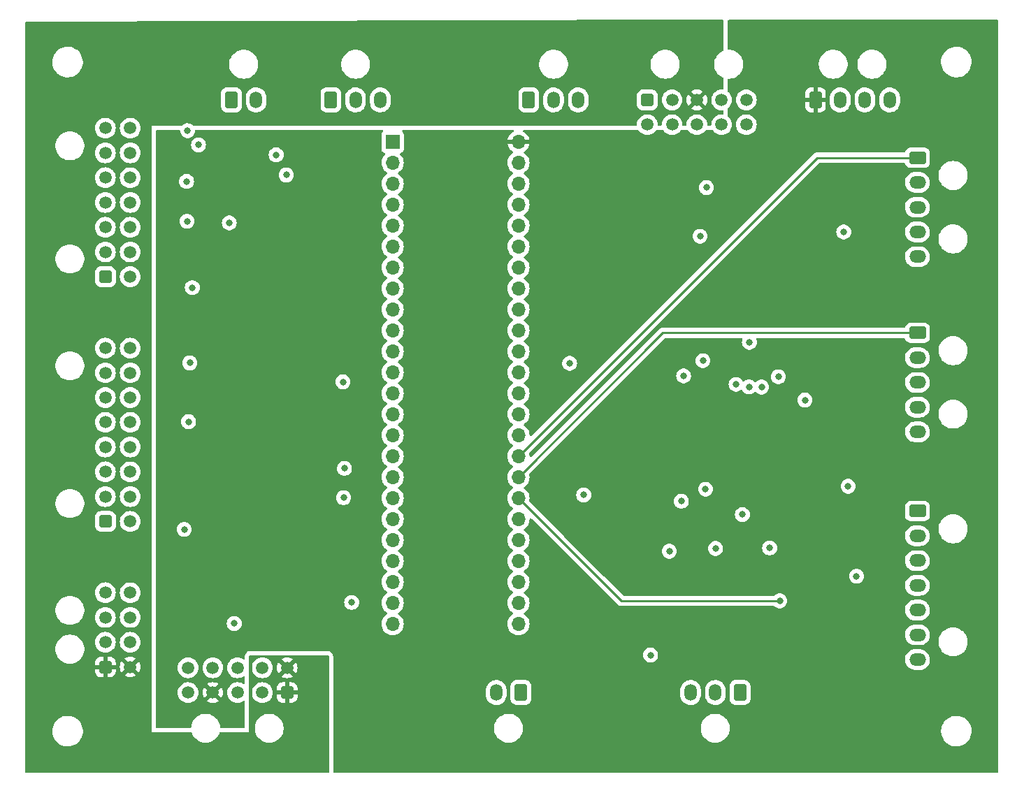
<source format=gbr>
%TF.GenerationSoftware,KiCad,Pcbnew,7.0.6*%
%TF.CreationDate,2024-01-09T11:46:40-08:00*%
%TF.ProjectId,microcontroller_board,6d696372-6f63-46f6-9e74-726f6c6c6572,rev?*%
%TF.SameCoordinates,Original*%
%TF.FileFunction,Copper,L3,Inr*%
%TF.FilePolarity,Positive*%
%FSLAX46Y46*%
G04 Gerber Fmt 4.6, Leading zero omitted, Abs format (unit mm)*
G04 Created by KiCad (PCBNEW 7.0.6) date 2024-01-09 11:46:40*
%MOMM*%
%LPD*%
G01*
G04 APERTURE LIST*
G04 Aperture macros list*
%AMRoundRect*
0 Rectangle with rounded corners*
0 $1 Rounding radius*
0 $2 $3 $4 $5 $6 $7 $8 $9 X,Y pos of 4 corners*
0 Add a 4 corners polygon primitive as box body*
4,1,4,$2,$3,$4,$5,$6,$7,$8,$9,$2,$3,0*
0 Add four circle primitives for the rounded corners*
1,1,$1+$1,$2,$3*
1,1,$1+$1,$4,$5*
1,1,$1+$1,$6,$7*
1,1,$1+$1,$8,$9*
0 Add four rect primitives between the rounded corners*
20,1,$1+$1,$2,$3,$4,$5,0*
20,1,$1+$1,$4,$5,$6,$7,0*
20,1,$1+$1,$6,$7,$8,$9,0*
20,1,$1+$1,$8,$9,$2,$3,0*%
G04 Aperture macros list end*
%TA.AperFunction,ComponentPad*%
%ADD10RoundRect,0.250001X-0.759999X0.499999X-0.759999X-0.499999X0.759999X-0.499999X0.759999X0.499999X0*%
%TD*%
%TA.AperFunction,ComponentPad*%
%ADD11O,2.020000X1.500000*%
%TD*%
%TA.AperFunction,ComponentPad*%
%ADD12RoundRect,0.250001X-0.499999X-0.759999X0.499999X-0.759999X0.499999X0.759999X-0.499999X0.759999X0*%
%TD*%
%TA.AperFunction,ComponentPad*%
%ADD13O,1.500000X2.020000*%
%TD*%
%TA.AperFunction,ComponentPad*%
%ADD14RoundRect,0.250001X0.499999X-0.499999X0.499999X0.499999X-0.499999X0.499999X-0.499999X-0.499999X0*%
%TD*%
%TA.AperFunction,ComponentPad*%
%ADD15C,1.500000*%
%TD*%
%TA.AperFunction,ComponentPad*%
%ADD16RoundRect,0.250001X0.499999X0.759999X-0.499999X0.759999X-0.499999X-0.759999X0.499999X-0.759999X0*%
%TD*%
%TA.AperFunction,ComponentPad*%
%ADD17RoundRect,0.250001X0.499999X0.499999X-0.499999X0.499999X-0.499999X-0.499999X0.499999X-0.499999X0*%
%TD*%
%TA.AperFunction,ComponentPad*%
%ADD18R,1.700000X1.700000*%
%TD*%
%TA.AperFunction,ComponentPad*%
%ADD19O,1.700000X1.700000*%
%TD*%
%TA.AperFunction,ComponentPad*%
%ADD20RoundRect,0.250001X-0.499999X-0.499999X0.499999X-0.499999X0.499999X0.499999X-0.499999X0.499999X0*%
%TD*%
%TA.AperFunction,ViaPad*%
%ADD21C,0.800000*%
%TD*%
%TA.AperFunction,Conductor*%
%ADD22C,0.250000*%
%TD*%
G04 APERTURE END LIST*
D10*
%TO.N,/ANALOG_SF2*%
%TO.C,J7*%
X195705000Y-86609400D03*
D11*
%TO.N,+12V*%
X195705000Y-89609400D03*
%TO.N,GNDREF*%
X195705000Y-92609400D03*
%TO.N,/SDA1*%
X195705000Y-95609400D03*
%TO.N,/SCL1*%
X195705000Y-98609400D03*
%TD*%
D12*
%TO.N,+5V*%
%TO.C,J5*%
X183350000Y-58375000D03*
D13*
%TO.N,/SDA1*%
X186350000Y-58375000D03*
%TO.N,/SCL1*%
X189350000Y-58375000D03*
%TO.N,GNDREF*%
X192350000Y-58375000D03*
%TD*%
D14*
%TO.N,/DMS_RTD_CS*%
%TO.C,J2*%
X97350000Y-109444600D03*
D15*
%TO.N,/GC_PWM_IN*%
X97350000Y-106444600D03*
%TO.N,/GC_RTD_DRDY*%
X97350000Y-103444600D03*
%TO.N,/uPC_RTD_CS*%
X97350000Y-100444600D03*
%TO.N,/HL7_PWM_IN*%
X97350000Y-97444600D03*
%TO.N,/HL6_CS*%
X97350000Y-94444600D03*
%TO.N,/HL5_PWM_IN*%
X97350000Y-91444600D03*
%TO.N,/HL5_CS*%
X97350000Y-88444600D03*
%TO.N,/DMS_RTD_DRDY*%
X100350000Y-109444600D03*
%TO.N,/DMS_PWM_IN*%
X100350000Y-106444600D03*
%TO.N,/GC_RTD_CS*%
X100350000Y-103444600D03*
%TO.N,/uPC_RTD_DRDY*%
X100350000Y-100444600D03*
%TO.N,/uPC_PWM_IN*%
X100350000Y-97444600D03*
%TO.N,/HL7_CS*%
X100350000Y-94444600D03*
%TO.N,/HL6_PWM_IN*%
X100350000Y-91444600D03*
%TO.N,unconnected-(J2-Pin_16-Pad16)*%
X100350000Y-88444600D03*
%TD*%
D12*
%TO.N,+3.3V*%
%TO.C,J16*%
X148625000Y-58375000D03*
D13*
%TO.N,GNDREF*%
X151625000Y-58375000D03*
%TO.N,/P1_PWM_IN*%
X154625000Y-58375000D03*
%TD*%
D16*
%TO.N,GNDREF*%
%TO.C,J14*%
X174219400Y-130189200D03*
D13*
%TO.N,/DMS SIGNAL/Detect_Neg_Unfiltered*%
X171219400Y-130189200D03*
%TO.N,/DMS SIGNAL/Detect_Pos_Unfiltered*%
X168219400Y-130189200D03*
%TD*%
D10*
%TO.N,/ANALOG_SF1*%
%TO.C,J6*%
X195705000Y-65375000D03*
D11*
%TO.N,+12V*%
X195705000Y-68375000D03*
%TO.N,GNDREF*%
X195705000Y-71375000D03*
%TO.N,/SDA1*%
X195705000Y-74375000D03*
%TO.N,/SCL1*%
X195705000Y-77375000D03*
%TD*%
D10*
%TO.N,+12V*%
%TO.C,J8*%
X195705000Y-108202200D03*
D11*
%TO.N,+3.3V*%
X195705000Y-111202200D03*
%TO.N,GNDREF*%
X195705000Y-114202200D03*
%TO.N,/VALVE1*%
X195705000Y-117202200D03*
%TO.N,/VALVE2*%
X195705000Y-120202200D03*
%TO.N,/VALVE3*%
X195705000Y-123202200D03*
%TO.N,/VALVE4*%
X195705000Y-126202200D03*
%TD*%
D12*
%TO.N,/AMBIENT TEMP/TCA+*%
%TO.C,J13*%
X112600000Y-58375000D03*
D13*
%TO.N,/AMBIENT TEMP/TCA-*%
X115600000Y-58375000D03*
%TD*%
D14*
%TO.N,+24V*%
%TO.C,J10*%
X97350000Y-127089200D03*
D15*
%TO.N,+12V*%
X97350000Y-124089200D03*
%TO.N,+3.3V*%
X97350000Y-121089200D03*
%TO.N,GNDREF*%
X97350000Y-118089200D03*
%TO.N,+24V*%
X100350000Y-127089200D03*
%TO.N,+12V*%
X100350000Y-124089200D03*
%TO.N,+3.3V*%
X100350000Y-121089200D03*
%TO.N,GNDREF*%
X100350000Y-118089200D03*
%TD*%
D17*
%TO.N,+24V*%
%TO.C,J15*%
X119355600Y-130189200D03*
D15*
%TO.N,+12V*%
X116355600Y-130189200D03*
%TO.N,-12V*%
X113355600Y-130189200D03*
%TO.N,+5V*%
X110355600Y-130189200D03*
%TO.N,GNDREF*%
X107355600Y-130189200D03*
%TO.N,+24V*%
X119355600Y-127189200D03*
%TO.N,+12V*%
X116355600Y-127189200D03*
%TO.N,+3.3V*%
X113355600Y-127189200D03*
%TO.N,unconnected-(J15-Pin_9-Pad9)*%
X110355600Y-127189200D03*
%TO.N,GNDREF*%
X107355600Y-127189200D03*
%TD*%
D18*
%TO.N,GNDREF*%
%TO.C,U1*%
X132130000Y-63450000D03*
D19*
%TO.N,/HL1_PWM_IN*%
X132130000Y-65990000D03*
%TO.N,/MISO_1*%
X132130000Y-68530000D03*
%TO.N,/HL2_PWM_IN*%
X132130000Y-71070000D03*
%TO.N,/HL3_PWM_IN*%
X132130000Y-73610000D03*
%TO.N,/HL4_PWM_IN*%
X132130000Y-76150000D03*
%TO.N,/HLX_PWM_IN*%
X132130000Y-78690000D03*
%TO.N,/HL5_PWM_IN*%
X132130000Y-81230000D03*
%TO.N,/HL6_PWM_IN*%
X132130000Y-83770000D03*
%TO.N,/HL7_PWM_IN*%
X132130000Y-86310000D03*
%TO.N,/uPC_PWM_IN*%
X132130000Y-88850000D03*
%TO.N,/uPC_RTD_DRDY*%
X132130000Y-91390000D03*
%TO.N,/GC_RTD_DRDY*%
X132130000Y-93930000D03*
%TO.N,/DMS_PWM_IN*%
X132130000Y-96470000D03*
%TO.N,unconnected-(U1-3V3-Pad15)*%
X132130000Y-99010000D03*
%TO.N,/GC_PWM_IN*%
X132130000Y-101550000D03*
%TO.N,/DMS_RTD_DRDY*%
X132130000Y-104090000D03*
%TO.N,/MOSI_1*%
X132130000Y-106630000D03*
%TO.N,/SCK_1*%
X132130000Y-109170000D03*
%TO.N,/CS_0*%
X132130000Y-111710000D03*
%TO.N,/CS_1*%
X132130000Y-114250000D03*
%TO.N,/CS_2*%
X132130000Y-116790000D03*
%TO.N,/CS_3*%
X132130000Y-119330000D03*
%TO.N,/CS_EN*%
X132130000Y-121870000D03*
%TO.N,/UV_EN*%
X147370000Y-121870000D03*
%TO.N,/VALVE4*%
X147370000Y-119330000D03*
%TO.N,/VALVE3*%
X147370000Y-116790000D03*
%TO.N,/VALVE2*%
X147370000Y-114250000D03*
%TO.N,/VALVE1*%
X147370000Y-111710000D03*
%TO.N,/Det_Pos_ARead*%
X147370000Y-109170000D03*
%TO.N,/Det_Neg_ARead*%
X147370000Y-106630000D03*
%TO.N,/ANALOG_SF2*%
X147370000Y-104090000D03*
%TO.N,/ANALOG_SF1*%
X147370000Y-101550000D03*
%TO.N,GNDREF*%
X147370000Y-99010000D03*
%TO.N,unconnected-(U1-13_SCK_LED-Pad35)*%
X147370000Y-96470000D03*
%TO.N,unconnected-(U1-14_A0_TX3_SPDIF_OUT-Pad36)*%
X147370000Y-93930000D03*
%TO.N,unconnected-(U1-15_A1_RX3_SPDIF_IN-Pad37)*%
X147370000Y-91390000D03*
%TO.N,/SCL1*%
X147370000Y-88850000D03*
%TO.N,/SDA1*%
X147370000Y-86310000D03*
%TO.N,/MFC_IO_LINK*%
X147370000Y-83770000D03*
%TO.N,/MFC_RTS*%
X147370000Y-81230000D03*
%TO.N,/MFC_TX*%
X147370000Y-78690000D03*
%TO.N,/MFC_RX*%
X147370000Y-76150000D03*
%TO.N,/P1_PWM_IN*%
X147370000Y-73610000D03*
%TO.N,/FAN_CONTROL*%
X147370000Y-71070000D03*
%TO.N,unconnected-(U1-3V3-Pad46)*%
X147370000Y-68530000D03*
%TO.N,GNDREF*%
X147370000Y-65990000D03*
%TO.N,+5V*%
X147370000Y-63450000D03*
%TD*%
D12*
%TO.N,+12V*%
%TO.C,J11*%
X124650000Y-58375000D03*
D13*
%TO.N,GNDREF*%
X127650000Y-58375000D03*
%TO.N,/FAN_CONTROL*%
X130650000Y-58375000D03*
%TD*%
D20*
%TO.N,GNDREF*%
%TO.C,J9*%
X162987500Y-58375000D03*
D15*
X165987500Y-58375000D03*
%TO.N,+24V*%
X168987500Y-58375000D03*
%TO.N,GNDREF*%
X171987500Y-58375000D03*
X174987500Y-58375000D03*
%TO.N,/MFC/MFC_A*%
X162987500Y-61375000D03*
%TO.N,/MFC/MFC_B*%
X165987500Y-61375000D03*
%TO.N,/MFC_IO_LINK*%
X168987500Y-61375000D03*
%TO.N,unconnected-(J9-Pin_9-Pad9)*%
X171987500Y-61375000D03*
%TO.N,unconnected-(J9-Pin_10-Pad10)*%
X174987500Y-61375000D03*
%TD*%
D16*
%TO.N,/UV_EN*%
%TO.C,J12*%
X147675000Y-130189200D03*
D13*
%TO.N,GNDREF*%
X144675000Y-130189200D03*
%TD*%
D14*
%TO.N,/SAFETY_CS*%
%TO.C,J1*%
X97350000Y-79800000D03*
D15*
%TO.N,/HL4_CS*%
X97350000Y-76800000D03*
%TO.N,/HL3_PWM_IN*%
X97350000Y-73800000D03*
%TO.N,/HL2_CS*%
X97350000Y-70800000D03*
%TO.N,/HL1_PWM_IN*%
X97350000Y-67800000D03*
%TO.N,/MOSI_1*%
X97350000Y-64800000D03*
%TO.N,/MISO_1*%
X97350000Y-61800000D03*
%TO.N,/HLX_CS*%
X100350000Y-79800000D03*
%TO.N,/HLX_PWM_IN*%
X100350000Y-76800000D03*
%TO.N,/HL4_PWM_IN*%
X100350000Y-73800000D03*
%TO.N,/HL3_CS*%
X100350000Y-70800000D03*
%TO.N,/HL2_PWM_IN*%
X100350000Y-67800000D03*
%TO.N,/HL1_CS*%
X100350000Y-64800000D03*
%TO.N,/SCK_1*%
X100350000Y-61800000D03*
%TD*%
D21*
%TO.N,/MISO_1*%
X119250000Y-67475000D03*
X169725000Y-89975000D03*
%TO.N,GNDREF*%
X187305000Y-105200000D03*
X182080000Y-94750000D03*
X167380000Y-91825000D03*
X107300000Y-62107600D03*
X126200000Y-106575000D03*
X118025000Y-65037500D03*
X188330000Y-116100000D03*
X112950000Y-121825000D03*
X174505000Y-108625000D03*
X169375000Y-74900000D03*
X165655000Y-113075000D03*
X170030000Y-105550000D03*
X155280000Y-106250000D03*
X163380000Y-125650000D03*
%TO.N,-12V*%
X167105000Y-107000000D03*
X177805000Y-112675000D03*
%TO.N,/Det_Neg_ARead*%
X179030000Y-119075000D03*
%TO.N,/MOSI_1*%
X176830000Y-93175000D03*
%TO.N,/SCK_1*%
X173730000Y-92850000D03*
X112350000Y-73275000D03*
%TO.N,/SDA1*%
X186775000Y-74375000D03*
%TO.N,+5V*%
X167780000Y-116350000D03*
X184980000Y-101125000D03*
X156905000Y-102800000D03*
X169055000Y-96025000D03*
%TO.N,/Det_ADC_CS*%
X127175000Y-119275000D03*
X175305000Y-93150000D03*
%TO.N,+3.3V*%
X107233800Y-73083800D03*
X106900000Y-110425000D03*
X108625000Y-63825000D03*
X107175000Y-68250000D03*
X178855000Y-91925000D03*
X126125000Y-92550000D03*
X126300000Y-103025000D03*
X107867900Y-81127900D03*
X153575000Y-90300000D03*
X107419000Y-97369000D03*
X175350000Y-87750000D03*
X171255000Y-112725000D03*
X107569000Y-90244000D03*
X170150000Y-69000000D03*
%TD*%
D22*
%TO.N,/Det_Neg_ARead*%
X159815000Y-119075000D02*
X147370000Y-106630000D01*
X179030000Y-119075000D02*
X159815000Y-119075000D01*
%TO.N,/ANALOG_SF1*%
X195705000Y-65375000D02*
X183545000Y-65375000D01*
X147370000Y-101550000D02*
X183545000Y-65375000D01*
%TO.N,/ANALOG_SF2*%
X195705000Y-86609400D02*
X164850600Y-86609400D01*
X147370000Y-104090000D02*
X164850600Y-86609400D01*
%TD*%
%TA.AperFunction,Conductor*%
%TO.N,+5V*%
G36*
X205453939Y-48694185D02*
G01*
X205499694Y-48746989D01*
X205510900Y-48798500D01*
X205510900Y-139829500D01*
X205491215Y-139896539D01*
X205438411Y-139942294D01*
X205386900Y-139953500D01*
X125054500Y-139953500D01*
X124987461Y-139933815D01*
X124941706Y-139881011D01*
X124930500Y-139829500D01*
X124930500Y-134640387D01*
X144424500Y-134640387D01*
X144444794Y-134775023D01*
X144463604Y-134899815D01*
X144463605Y-134899817D01*
X144463606Y-134899823D01*
X144540938Y-135150526D01*
X144654767Y-135386896D01*
X144654768Y-135386897D01*
X144654770Y-135386900D01*
X144654772Y-135386904D01*
X144793699Y-135590672D01*
X144802567Y-135603679D01*
X144981014Y-135796001D01*
X144981018Y-135796004D01*
X144981019Y-135796005D01*
X145186143Y-135959586D01*
X145413357Y-136090768D01*
X145657584Y-136186620D01*
X145913370Y-136245002D01*
X145913376Y-136245002D01*
X145913379Y-136245003D01*
X146109500Y-136259700D01*
X146109506Y-136259700D01*
X146240500Y-136259700D01*
X146436620Y-136245003D01*
X146436622Y-136245002D01*
X146436630Y-136245002D01*
X146692416Y-136186620D01*
X146936643Y-136090768D01*
X147163857Y-135959586D01*
X147368981Y-135796005D01*
X147547433Y-135603679D01*
X147695228Y-135386904D01*
X147809063Y-135150523D01*
X147886396Y-134899815D01*
X147925499Y-134640387D01*
X169468900Y-134640387D01*
X169489194Y-134775023D01*
X169508004Y-134899815D01*
X169508005Y-134899817D01*
X169508006Y-134899823D01*
X169585338Y-135150526D01*
X169699167Y-135386896D01*
X169699168Y-135386897D01*
X169699170Y-135386900D01*
X169699172Y-135386904D01*
X169838099Y-135590672D01*
X169846967Y-135603679D01*
X170025414Y-135796001D01*
X170025418Y-135796004D01*
X170025419Y-135796005D01*
X170230543Y-135959586D01*
X170457757Y-136090768D01*
X170701984Y-136186620D01*
X170957770Y-136245002D01*
X170957776Y-136245002D01*
X170957779Y-136245003D01*
X171153900Y-136259700D01*
X171153906Y-136259700D01*
X171284900Y-136259700D01*
X171481020Y-136245003D01*
X171481022Y-136245002D01*
X171481030Y-136245002D01*
X171736816Y-136186620D01*
X171981043Y-136090768D01*
X172208257Y-135959586D01*
X172413381Y-135796005D01*
X172591833Y-135603679D01*
X172739628Y-135386904D01*
X172853463Y-135150523D01*
X172920633Y-134932763D01*
X198568187Y-134932763D01*
X198597813Y-135202013D01*
X198597815Y-135202024D01*
X198646149Y-135386904D01*
X198666328Y-135464088D01*
X198772270Y-135713390D01*
X198844398Y-135831575D01*
X198913379Y-135944605D01*
X198913386Y-135944615D01*
X199086653Y-136152819D01*
X199086659Y-136152824D01*
X199248049Y-136297429D01*
X199288398Y-136333582D01*
X199514310Y-136483044D01*
X199759576Y-136598020D01*
X199759583Y-136598022D01*
X199759585Y-136598023D01*
X200018957Y-136676057D01*
X200018964Y-136676058D01*
X200018969Y-136676060D01*
X200286961Y-136715500D01*
X200286966Y-136715500D01*
X200490036Y-136715500D01*
X200541533Y-136711730D01*
X200692556Y-136700677D01*
X200805158Y-136675593D01*
X200956946Y-136641782D01*
X200956948Y-136641781D01*
X200956953Y-136641780D01*
X201209958Y-136545014D01*
X201446177Y-136412441D01*
X201660577Y-136246888D01*
X201848586Y-136051881D01*
X202006199Y-135831579D01*
X202080187Y-135687669D01*
X202130049Y-135590690D01*
X202130051Y-135590684D01*
X202130056Y-135590675D01*
X202217518Y-135334305D01*
X202266719Y-135067933D01*
X202276612Y-134797235D01*
X202246986Y-134527982D01*
X202178472Y-134265912D01*
X202072530Y-134016610D01*
X201931418Y-133785390D01*
X201842147Y-133678119D01*
X201758146Y-133577180D01*
X201758140Y-133577175D01*
X201556402Y-133396418D01*
X201330492Y-133246957D01*
X201278103Y-133222398D01*
X201085224Y-133131980D01*
X201085219Y-133131978D01*
X201085214Y-133131976D01*
X200825842Y-133053942D01*
X200825828Y-133053939D01*
X200710191Y-133036921D01*
X200557839Y-133014500D01*
X200354769Y-133014500D01*
X200354764Y-133014500D01*
X200152244Y-133029323D01*
X200152231Y-133029325D01*
X199887853Y-133088217D01*
X199887846Y-133088220D01*
X199634839Y-133184987D01*
X199398626Y-133317557D01*
X199184222Y-133483112D01*
X198996222Y-133678109D01*
X198996216Y-133678116D01*
X198838602Y-133898419D01*
X198838599Y-133898424D01*
X198714750Y-134139309D01*
X198714743Y-134139327D01*
X198627284Y-134395685D01*
X198627281Y-134395699D01*
X198606254Y-134509538D01*
X198582086Y-134640387D01*
X198578081Y-134662068D01*
X198578080Y-134662075D01*
X198568187Y-134932763D01*
X172920633Y-134932763D01*
X172930796Y-134899815D01*
X172969900Y-134640382D01*
X172969900Y-134378018D01*
X172930796Y-134118585D01*
X172853463Y-133867877D01*
X172813741Y-133785394D01*
X172739632Y-133631503D01*
X172739631Y-133631502D01*
X172739630Y-133631501D01*
X172739628Y-133631496D01*
X172591833Y-133414721D01*
X172574850Y-133396418D01*
X172413385Y-133222398D01*
X172299999Y-133131976D01*
X172208257Y-133058814D01*
X171981043Y-132927632D01*
X171736816Y-132831780D01*
X171736811Y-132831778D01*
X171736802Y-132831776D01*
X171519218Y-132782114D01*
X171481030Y-132773398D01*
X171481029Y-132773397D01*
X171481025Y-132773397D01*
X171481020Y-132773396D01*
X171284900Y-132758700D01*
X171284894Y-132758700D01*
X171153906Y-132758700D01*
X171153900Y-132758700D01*
X170957779Y-132773396D01*
X170957774Y-132773397D01*
X170701997Y-132831776D01*
X170701978Y-132831782D01*
X170457756Y-132927632D01*
X170230543Y-133058814D01*
X170025414Y-133222398D01*
X169846967Y-133414720D01*
X169699168Y-133631502D01*
X169699167Y-133631503D01*
X169585338Y-133867873D01*
X169508006Y-134118576D01*
X169508005Y-134118581D01*
X169508004Y-134118585D01*
X169504878Y-134139325D01*
X169468900Y-134378012D01*
X169468900Y-134640387D01*
X147925499Y-134640387D01*
X147925500Y-134640382D01*
X147925500Y-134378018D01*
X147886396Y-134118585D01*
X147809063Y-133867877D01*
X147769341Y-133785394D01*
X147695232Y-133631503D01*
X147695231Y-133631502D01*
X147695230Y-133631501D01*
X147695228Y-133631496D01*
X147547433Y-133414721D01*
X147530450Y-133396418D01*
X147368985Y-133222398D01*
X147255599Y-133131976D01*
X147163857Y-133058814D01*
X146936643Y-132927632D01*
X146692416Y-132831780D01*
X146692411Y-132831778D01*
X146692402Y-132831776D01*
X146474818Y-132782114D01*
X146436630Y-132773398D01*
X146436629Y-132773397D01*
X146436625Y-132773397D01*
X146436620Y-132773396D01*
X146240500Y-132758700D01*
X146240494Y-132758700D01*
X146109506Y-132758700D01*
X146109500Y-132758700D01*
X145913379Y-132773396D01*
X145913374Y-132773397D01*
X145657597Y-132831776D01*
X145657578Y-132831782D01*
X145413356Y-132927632D01*
X145186143Y-133058814D01*
X144981014Y-133222398D01*
X144802567Y-133414720D01*
X144654768Y-133631502D01*
X144654767Y-133631503D01*
X144540938Y-133867873D01*
X144463606Y-134118576D01*
X144463605Y-134118581D01*
X144463604Y-134118585D01*
X144460478Y-134139325D01*
X144424500Y-134378012D01*
X144424500Y-134640387D01*
X124930500Y-134640387D01*
X124930500Y-130505351D01*
X143424500Y-130505351D01*
X143439622Y-130673386D01*
X143439623Y-130673392D01*
X143499503Y-130890360D01*
X143499508Y-130890373D01*
X143597167Y-131093166D01*
X143597171Y-131093174D01*
X143729473Y-131275272D01*
X143729474Y-131275274D01*
X143892176Y-131430833D01*
X144080033Y-131554836D01*
X144287004Y-131643300D01*
X144287007Y-131643301D01*
X144287012Y-131643303D01*
X144506463Y-131693391D01*
X144731330Y-131703490D01*
X144954387Y-131673275D01*
X145168464Y-131603717D01*
X145366681Y-131497052D01*
X145542666Y-131356708D01*
X145690765Y-131187196D01*
X145803085Y-130999202D01*
X146424499Y-130999202D01*
X146424500Y-130999215D01*
X146435000Y-131101995D01*
X146435001Y-131101997D01*
X146451172Y-131150798D01*
X146490186Y-131268535D01*
X146490187Y-131268537D01*
X146582286Y-131417851D01*
X146582289Y-131417855D01*
X146706344Y-131541910D01*
X146706348Y-131541913D01*
X146855662Y-131634012D01*
X146855664Y-131634013D01*
X146855666Y-131634014D01*
X147022203Y-131689199D01*
X147124992Y-131699700D01*
X147124997Y-131699700D01*
X148225003Y-131699700D01*
X148225008Y-131699700D01*
X148327797Y-131689199D01*
X148494334Y-131634014D01*
X148643655Y-131541911D01*
X148767711Y-131417855D01*
X148859814Y-131268534D01*
X148914999Y-131101997D01*
X148925500Y-130999208D01*
X148925500Y-130505351D01*
X166968900Y-130505351D01*
X166984022Y-130673386D01*
X166984023Y-130673392D01*
X167043903Y-130890360D01*
X167043908Y-130890373D01*
X167141567Y-131093166D01*
X167141571Y-131093174D01*
X167273873Y-131275272D01*
X167273874Y-131275274D01*
X167436576Y-131430833D01*
X167624433Y-131554836D01*
X167831404Y-131643300D01*
X167831407Y-131643301D01*
X167831412Y-131643303D01*
X168050863Y-131693391D01*
X168275730Y-131703490D01*
X168498787Y-131673275D01*
X168712864Y-131603717D01*
X168911081Y-131497052D01*
X169087066Y-131356708D01*
X169235165Y-131187196D01*
X169350615Y-130993964D01*
X169429707Y-130783224D01*
X169449640Y-130673386D01*
X169469900Y-130561749D01*
X169469900Y-130505351D01*
X169968900Y-130505351D01*
X169984022Y-130673386D01*
X169984023Y-130673392D01*
X170043903Y-130890360D01*
X170043908Y-130890373D01*
X170141567Y-131093166D01*
X170141571Y-131093174D01*
X170273873Y-131275272D01*
X170273874Y-131275274D01*
X170436576Y-131430833D01*
X170624433Y-131554836D01*
X170831404Y-131643300D01*
X170831407Y-131643301D01*
X170831412Y-131643303D01*
X171050863Y-131693391D01*
X171275730Y-131703490D01*
X171498787Y-131673275D01*
X171712864Y-131603717D01*
X171911081Y-131497052D01*
X172087066Y-131356708D01*
X172235165Y-131187196D01*
X172347485Y-130999202D01*
X172968899Y-130999202D01*
X172968900Y-130999215D01*
X172979400Y-131101995D01*
X172979401Y-131101997D01*
X172995572Y-131150798D01*
X173034586Y-131268535D01*
X173034587Y-131268537D01*
X173126686Y-131417851D01*
X173126689Y-131417855D01*
X173250744Y-131541910D01*
X173250748Y-131541913D01*
X173400062Y-131634012D01*
X173400064Y-131634013D01*
X173400066Y-131634014D01*
X173566603Y-131689199D01*
X173669392Y-131699700D01*
X173669397Y-131699700D01*
X174769403Y-131699700D01*
X174769408Y-131699700D01*
X174872197Y-131689199D01*
X175038734Y-131634014D01*
X175188055Y-131541911D01*
X175312111Y-131417855D01*
X175404214Y-131268534D01*
X175459399Y-131101997D01*
X175469900Y-130999208D01*
X175469900Y-129379192D01*
X175459399Y-129276403D01*
X175404214Y-129109866D01*
X175400057Y-129103127D01*
X175312113Y-128960548D01*
X175312110Y-128960544D01*
X175188055Y-128836489D01*
X175188051Y-128836486D01*
X175038737Y-128744387D01*
X175038735Y-128744386D01*
X174920252Y-128705125D01*
X174872197Y-128689201D01*
X174872195Y-128689200D01*
X174769415Y-128678700D01*
X174769408Y-128678700D01*
X173669392Y-128678700D01*
X173669384Y-128678700D01*
X173566604Y-128689200D01*
X173566603Y-128689201D01*
X173400064Y-128744386D01*
X173400062Y-128744387D01*
X173250748Y-128836486D01*
X173250744Y-128836489D01*
X173126689Y-128960544D01*
X173126686Y-128960548D01*
X173034587Y-129109862D01*
X173034586Y-129109864D01*
X172979401Y-129276403D01*
X172979400Y-129276404D01*
X172968900Y-129379184D01*
X172968899Y-129379197D01*
X172968899Y-130999202D01*
X172347485Y-130999202D01*
X172350615Y-130993964D01*
X172429707Y-130783224D01*
X172449640Y-130673386D01*
X172469900Y-130561749D01*
X172469900Y-129873052D01*
X172469900Y-129873051D01*
X172469900Y-129873045D01*
X172454777Y-129705012D01*
X172451966Y-129694827D01*
X172394896Y-129488039D01*
X172394891Y-129488026D01*
X172297232Y-129285233D01*
X172297228Y-129285225D01*
X172164926Y-129103127D01*
X172164925Y-129103125D01*
X172002223Y-128947566D01*
X171814366Y-128823563D01*
X171607395Y-128735099D01*
X171607382Y-128735095D01*
X171387942Y-128685010D01*
X171387938Y-128685009D01*
X171387937Y-128685009D01*
X171387936Y-128685008D01*
X171387931Y-128685008D01*
X171163074Y-128674910D01*
X171163073Y-128674910D01*
X171163070Y-128674910D01*
X170940013Y-128705125D01*
X170940010Y-128705125D01*
X170940009Y-128705126D01*
X170725934Y-128774683D01*
X170527721Y-128881346D01*
X170527718Y-128881348D01*
X170351736Y-129021689D01*
X170280586Y-129103127D01*
X170203635Y-129191204D01*
X170181888Y-129227603D01*
X170088187Y-129384432D01*
X170088186Y-129384434D01*
X170009092Y-129595176D01*
X169968900Y-129816650D01*
X169968900Y-130505351D01*
X169469900Y-130505351D01*
X169469900Y-129873052D01*
X169469900Y-129873051D01*
X169469900Y-129873045D01*
X169454777Y-129705012D01*
X169451966Y-129694827D01*
X169394896Y-129488039D01*
X169394891Y-129488026D01*
X169297232Y-129285233D01*
X169297228Y-129285225D01*
X169164926Y-129103127D01*
X169164925Y-129103125D01*
X169002223Y-128947566D01*
X168814366Y-128823563D01*
X168607395Y-128735099D01*
X168607382Y-128735095D01*
X168387942Y-128685010D01*
X168387938Y-128685009D01*
X168387937Y-128685009D01*
X168387936Y-128685008D01*
X168387931Y-128685008D01*
X168163074Y-128674910D01*
X168163073Y-128674910D01*
X168163070Y-128674910D01*
X167940013Y-128705125D01*
X167940010Y-128705125D01*
X167940009Y-128705126D01*
X167725934Y-128774683D01*
X167527721Y-128881346D01*
X167527718Y-128881348D01*
X167351736Y-129021689D01*
X167280586Y-129103127D01*
X167203635Y-129191204D01*
X167181888Y-129227603D01*
X167088187Y-129384432D01*
X167088186Y-129384434D01*
X167009092Y-129595176D01*
X166968900Y-129816650D01*
X166968900Y-130505351D01*
X148925500Y-130505351D01*
X148925500Y-129379192D01*
X148914999Y-129276403D01*
X148859814Y-129109866D01*
X148855657Y-129103127D01*
X148767713Y-128960548D01*
X148767710Y-128960544D01*
X148643655Y-128836489D01*
X148643651Y-128836486D01*
X148494337Y-128744387D01*
X148494335Y-128744386D01*
X148375852Y-128705125D01*
X148327797Y-128689201D01*
X148327795Y-128689200D01*
X148225015Y-128678700D01*
X148225008Y-128678700D01*
X147124992Y-128678700D01*
X147124984Y-128678700D01*
X147022204Y-128689200D01*
X147022203Y-128689201D01*
X146855664Y-128744386D01*
X146855662Y-128744387D01*
X146706348Y-128836486D01*
X146706344Y-128836489D01*
X146582289Y-128960544D01*
X146582286Y-128960548D01*
X146490187Y-129109862D01*
X146490186Y-129109864D01*
X146435001Y-129276403D01*
X146435000Y-129276404D01*
X146424500Y-129379184D01*
X146424499Y-129379197D01*
X146424499Y-130999202D01*
X145803085Y-130999202D01*
X145806215Y-130993964D01*
X145885307Y-130783224D01*
X145905240Y-130673386D01*
X145925500Y-130561749D01*
X145925500Y-129873051D01*
X145925500Y-129873045D01*
X145910377Y-129705012D01*
X145907566Y-129694827D01*
X145850496Y-129488039D01*
X145850491Y-129488026D01*
X145752832Y-129285233D01*
X145752828Y-129285225D01*
X145620526Y-129103127D01*
X145620525Y-129103125D01*
X145457823Y-128947566D01*
X145269966Y-128823563D01*
X145062995Y-128735099D01*
X145062982Y-128735095D01*
X144843542Y-128685010D01*
X144843538Y-128685009D01*
X144843537Y-128685009D01*
X144843536Y-128685008D01*
X144843531Y-128685008D01*
X144618674Y-128674910D01*
X144618673Y-128674910D01*
X144618670Y-128674910D01*
X144395613Y-128705125D01*
X144395610Y-128705125D01*
X144395609Y-128705126D01*
X144181534Y-128774683D01*
X143983321Y-128881346D01*
X143983318Y-128881348D01*
X143807336Y-129021689D01*
X143736186Y-129103127D01*
X143659235Y-129191204D01*
X143637488Y-129227603D01*
X143543787Y-129384432D01*
X143543786Y-129384434D01*
X143464692Y-129595176D01*
X143424500Y-129816650D01*
X143424500Y-130505351D01*
X124930500Y-130505351D01*
X124930500Y-125786509D01*
X124930500Y-125786500D01*
X124918947Y-125679044D01*
X124912629Y-125650000D01*
X162474540Y-125650000D01*
X162494326Y-125838256D01*
X162494327Y-125838259D01*
X162552818Y-126018277D01*
X162552821Y-126018284D01*
X162647467Y-126182216D01*
X162688333Y-126227602D01*
X162774129Y-126322888D01*
X162927265Y-126434148D01*
X162927270Y-126434151D01*
X163100192Y-126511142D01*
X163100197Y-126511144D01*
X163285354Y-126550500D01*
X163285355Y-126550500D01*
X163474644Y-126550500D01*
X163474646Y-126550500D01*
X163659803Y-126511144D01*
X163832730Y-126434151D01*
X163985871Y-126322888D01*
X164043819Y-126258530D01*
X194190710Y-126258530D01*
X194220925Y-126481587D01*
X194220926Y-126481590D01*
X194290483Y-126695665D01*
X194397146Y-126893878D01*
X194397148Y-126893881D01*
X194537489Y-127069863D01*
X194537491Y-127069864D01*
X194537492Y-127069866D01*
X194707004Y-127217965D01*
X194900236Y-127333415D01*
X195096769Y-127407175D01*
X195110976Y-127412507D01*
X195332450Y-127452700D01*
X195332453Y-127452700D01*
X196021148Y-127452700D01*
X196021155Y-127452700D01*
X196189188Y-127437577D01*
X196189192Y-127437576D01*
X196406160Y-127377696D01*
X196406162Y-127377695D01*
X196406170Y-127377693D01*
X196608973Y-127280029D01*
X196791078Y-127147722D01*
X196946632Y-126985025D01*
X197070635Y-126797168D01*
X197159103Y-126590188D01*
X197209191Y-126370737D01*
X197219290Y-126145870D01*
X197189075Y-125922813D01*
X197119517Y-125708736D01*
X197012852Y-125510519D01*
X196927871Y-125403957D01*
X196872510Y-125334536D01*
X196872508Y-125334534D01*
X196702996Y-125186435D01*
X196509764Y-125070985D01*
X196391775Y-125026703D01*
X196299023Y-124991892D01*
X196077550Y-124951700D01*
X196077547Y-124951700D01*
X195388845Y-124951700D01*
X195350399Y-124955160D01*
X195220813Y-124966822D01*
X195220807Y-124966823D01*
X195003839Y-125026703D01*
X195003826Y-125026708D01*
X194801033Y-125124367D01*
X194801025Y-125124371D01*
X194618927Y-125256673D01*
X194618925Y-125256674D01*
X194463366Y-125419376D01*
X194339363Y-125607233D01*
X194250899Y-125814204D01*
X194250895Y-125814217D01*
X194200810Y-126033657D01*
X194200808Y-126033668D01*
X194194705Y-126169571D01*
X194190710Y-126258530D01*
X164043819Y-126258530D01*
X164112533Y-126182216D01*
X164207179Y-126018284D01*
X164265674Y-125838256D01*
X164285460Y-125650000D01*
X164265674Y-125461744D01*
X164207179Y-125281716D01*
X164112533Y-125117784D01*
X163985871Y-124977112D01*
X163985870Y-124977111D01*
X163832734Y-124865851D01*
X163832729Y-124865848D01*
X163659807Y-124788857D01*
X163659802Y-124788855D01*
X163514000Y-124757865D01*
X163474646Y-124749500D01*
X163285354Y-124749500D01*
X163252897Y-124756398D01*
X163100197Y-124788855D01*
X163100192Y-124788857D01*
X162927270Y-124865848D01*
X162927265Y-124865851D01*
X162774129Y-124977111D01*
X162647466Y-125117785D01*
X162552821Y-125281715D01*
X162552818Y-125281722D01*
X162508092Y-125419376D01*
X162494326Y-125461744D01*
X162474540Y-125650000D01*
X124912629Y-125650000D01*
X124907741Y-125627533D01*
X124907637Y-125627222D01*
X124873616Y-125525002D01*
X124873613Y-125524996D01*
X124805734Y-125419376D01*
X124795825Y-125403957D01*
X124795820Y-125403951D01*
X124750076Y-125351159D01*
X124750072Y-125351156D01*
X124750070Y-125351153D01*
X124641336Y-125256933D01*
X124641333Y-125256931D01*
X124641331Y-125256930D01*
X124510465Y-125197164D01*
X124510460Y-125197162D01*
X124510459Y-125197162D01*
X124473931Y-125186436D01*
X124443425Y-125177478D01*
X124443419Y-125177476D01*
X124357966Y-125165190D01*
X124301000Y-125157000D01*
X114874000Y-125157000D01*
X114873991Y-125157000D01*
X114873990Y-125157001D01*
X114766549Y-125168552D01*
X114766537Y-125168554D01*
X114715027Y-125179760D01*
X114612502Y-125213883D01*
X114612496Y-125213886D01*
X114491462Y-125291671D01*
X114491451Y-125291679D01*
X114438659Y-125337423D01*
X114344433Y-125446164D01*
X114344430Y-125446168D01*
X114284664Y-125577034D01*
X114264978Y-125644075D01*
X114264976Y-125644080D01*
X114248595Y-125758016D01*
X114244502Y-125786490D01*
X114244500Y-125786501D01*
X114244500Y-126046833D01*
X114224815Y-126113872D01*
X114172011Y-126159627D01*
X114102853Y-126169571D01*
X114049377Y-126148408D01*
X113983243Y-126102100D01*
X113983239Y-126102098D01*
X113983237Y-126102097D01*
X113784930Y-126009625D01*
X113784926Y-126009624D01*
X113784922Y-126009622D01*
X113573577Y-125952993D01*
X113355602Y-125933923D01*
X113355598Y-125933923D01*
X113210281Y-125946636D01*
X113137623Y-125952993D01*
X113137620Y-125952993D01*
X112926277Y-126009622D01*
X112926268Y-126009626D01*
X112727961Y-126102098D01*
X112727957Y-126102100D01*
X112548721Y-126227602D01*
X112394002Y-126382321D01*
X112268500Y-126561557D01*
X112268498Y-126561561D01*
X112176026Y-126759868D01*
X112176022Y-126759877D01*
X112119393Y-126971220D01*
X112119393Y-126971224D01*
X112100323Y-127189197D01*
X112100323Y-127189202D01*
X112108269Y-127280028D01*
X112116813Y-127377691D01*
X112119393Y-127407175D01*
X112119393Y-127407179D01*
X112176022Y-127618522D01*
X112176024Y-127618526D01*
X112176025Y-127618530D01*
X112222261Y-127717684D01*
X112268497Y-127816838D01*
X112268498Y-127816839D01*
X112394002Y-127996077D01*
X112548723Y-128150798D01*
X112727961Y-128276302D01*
X112926270Y-128368775D01*
X113137623Y-128425407D01*
X113320526Y-128441408D01*
X113355598Y-128444477D01*
X113355600Y-128444477D01*
X113355602Y-128444477D01*
X113383854Y-128442005D01*
X113573577Y-128425407D01*
X113784930Y-128368775D01*
X113983239Y-128276302D01*
X114049376Y-128229991D01*
X114115582Y-128207664D01*
X114183349Y-128224674D01*
X114231162Y-128275621D01*
X114244500Y-128331566D01*
X114244500Y-129046833D01*
X114224815Y-129113872D01*
X114172011Y-129159627D01*
X114102853Y-129169571D01*
X114049377Y-129148408D01*
X113983243Y-129102100D01*
X113983239Y-129102098D01*
X113983237Y-129102097D01*
X113784930Y-129009625D01*
X113784926Y-129009624D01*
X113784922Y-129009622D01*
X113573577Y-128952993D01*
X113355602Y-128933923D01*
X113355598Y-128933923D01*
X113210282Y-128946636D01*
X113137623Y-128952993D01*
X113137620Y-128952993D01*
X112926277Y-129009622D01*
X112926268Y-129009626D01*
X112727961Y-129102098D01*
X112727957Y-129102100D01*
X112548721Y-129227602D01*
X112394002Y-129382321D01*
X112268500Y-129561557D01*
X112268498Y-129561561D01*
X112176026Y-129759868D01*
X112176022Y-129759877D01*
X112119393Y-129971220D01*
X112119393Y-129971224D01*
X112100323Y-130189197D01*
X112100323Y-130189202D01*
X112119393Y-130407175D01*
X112119393Y-130407179D01*
X112176022Y-130618522D01*
X112176024Y-130618526D01*
X112176025Y-130618530D01*
X112177947Y-130622651D01*
X112268497Y-130816838D01*
X112268498Y-130816839D01*
X112394002Y-130996077D01*
X112548723Y-131150798D01*
X112727961Y-131276302D01*
X112926270Y-131368775D01*
X113137623Y-131425407D01*
X113320526Y-131441408D01*
X113355598Y-131444477D01*
X113355600Y-131444477D01*
X113355602Y-131444477D01*
X113383854Y-131442005D01*
X113573577Y-131425407D01*
X113784930Y-131368775D01*
X113983239Y-131276302D01*
X113983861Y-131275867D01*
X114049376Y-131229992D01*
X114115582Y-131207664D01*
X114183349Y-131224674D01*
X114231162Y-131275621D01*
X114244500Y-131331566D01*
X114244500Y-134383000D01*
X114224815Y-134450039D01*
X114172011Y-134495794D01*
X114120500Y-134507000D01*
X111370100Y-134507000D01*
X111303061Y-134487315D01*
X111257306Y-134434511D01*
X111246100Y-134383000D01*
X111246100Y-134378017D01*
X111246099Y-134378012D01*
X111206996Y-134118585D01*
X111129663Y-133867877D01*
X111089941Y-133785394D01*
X111015832Y-133631503D01*
X111015831Y-133631502D01*
X111015830Y-133631501D01*
X111015828Y-133631496D01*
X110868033Y-133414721D01*
X110851050Y-133396418D01*
X110689585Y-133222398D01*
X110576199Y-133131976D01*
X110484457Y-133058814D01*
X110257243Y-132927632D01*
X110013016Y-132831780D01*
X110013011Y-132831778D01*
X110013002Y-132831776D01*
X109795418Y-132782114D01*
X109757230Y-132773398D01*
X109757229Y-132773397D01*
X109757225Y-132773397D01*
X109757220Y-132773396D01*
X109561100Y-132758700D01*
X109561094Y-132758700D01*
X109430106Y-132758700D01*
X109430100Y-132758700D01*
X109233979Y-132773396D01*
X109233974Y-132773397D01*
X108978197Y-132831776D01*
X108978178Y-132831782D01*
X108733956Y-132927632D01*
X108506743Y-133058814D01*
X108301614Y-133222398D01*
X108123167Y-133414720D01*
X107975368Y-133631502D01*
X107975367Y-133631503D01*
X107861538Y-133867873D01*
X107784206Y-134118576D01*
X107784205Y-134118581D01*
X107784204Y-134118585D01*
X107781078Y-134139325D01*
X107745100Y-134378012D01*
X107745100Y-134383000D01*
X107725415Y-134450039D01*
X107672611Y-134495794D01*
X107621100Y-134507000D01*
X103579500Y-134507000D01*
X103512461Y-134487315D01*
X103466706Y-134434511D01*
X103455500Y-134383000D01*
X103455500Y-130189202D01*
X106100323Y-130189202D01*
X106119393Y-130407175D01*
X106119393Y-130407179D01*
X106176022Y-130618522D01*
X106176024Y-130618526D01*
X106176025Y-130618530D01*
X106177947Y-130622651D01*
X106268497Y-130816838D01*
X106268498Y-130816839D01*
X106394002Y-130996077D01*
X106548723Y-131150798D01*
X106727961Y-131276302D01*
X106926270Y-131368775D01*
X107137623Y-131425407D01*
X107320526Y-131441408D01*
X107355598Y-131444477D01*
X107355600Y-131444477D01*
X107355602Y-131444477D01*
X107383854Y-131442005D01*
X107573577Y-131425407D01*
X107784930Y-131368775D01*
X107983239Y-131276302D01*
X108162477Y-131150798D01*
X108317198Y-130996077D01*
X108442702Y-130816839D01*
X108535175Y-130618530D01*
X108591807Y-130407177D01*
X108610877Y-130189200D01*
X109100825Y-130189200D01*
X109119887Y-130407084D01*
X109119889Y-130407094D01*
X109176494Y-130618350D01*
X109176498Y-130618359D01*
X109268935Y-130816591D01*
X109312473Y-130878771D01*
X109312474Y-130878772D01*
X109864466Y-130326779D01*
X109886918Y-130403240D01*
X109966205Y-130526613D01*
X110077038Y-130622651D01*
X110210439Y-130683573D01*
X110214233Y-130684118D01*
X109666026Y-131232324D01*
X109728211Y-131275866D01*
X109728213Y-131275867D01*
X109926440Y-131368301D01*
X109926449Y-131368305D01*
X110137705Y-131424910D01*
X110137715Y-131424912D01*
X110355599Y-131443975D01*
X110355601Y-131443975D01*
X110573484Y-131424912D01*
X110573494Y-131424910D01*
X110784750Y-131368305D01*
X110784759Y-131368301D01*
X110982987Y-131275866D01*
X111045172Y-131232324D01*
X110496966Y-130684118D01*
X110500761Y-130683573D01*
X110634162Y-130622651D01*
X110744995Y-130526613D01*
X110824282Y-130403240D01*
X110846733Y-130326780D01*
X111398724Y-130878772D01*
X111442266Y-130816587D01*
X111534701Y-130618359D01*
X111534705Y-130618350D01*
X111591310Y-130407094D01*
X111591312Y-130407084D01*
X111610375Y-130189200D01*
X111610375Y-130189199D01*
X111591312Y-129971315D01*
X111591310Y-129971305D01*
X111534705Y-129760049D01*
X111534701Y-129760040D01*
X111442268Y-129561815D01*
X111398723Y-129499628D01*
X110846732Y-130051618D01*
X110824282Y-129975160D01*
X110744995Y-129851787D01*
X110634162Y-129755749D01*
X110500761Y-129694827D01*
X110496965Y-129694281D01*
X111045172Y-129146074D01*
X111045171Y-129146073D01*
X110982991Y-129102535D01*
X110784759Y-129010098D01*
X110784750Y-129010094D01*
X110573494Y-128953489D01*
X110573484Y-128953487D01*
X110355601Y-128934425D01*
X110355599Y-128934425D01*
X110137715Y-128953487D01*
X110137705Y-128953489D01*
X109926449Y-129010094D01*
X109926440Y-129010098D01*
X109728214Y-129102532D01*
X109728212Y-129102533D01*
X109666028Y-129146075D01*
X109666027Y-129146075D01*
X110214234Y-129694281D01*
X110210439Y-129694827D01*
X110077038Y-129755749D01*
X109966205Y-129851787D01*
X109886918Y-129975160D01*
X109864466Y-130051619D01*
X109312475Y-129499627D01*
X109312475Y-129499628D01*
X109268933Y-129561812D01*
X109268932Y-129561814D01*
X109176498Y-129760040D01*
X109176494Y-129760049D01*
X109119889Y-129971305D01*
X109119887Y-129971315D01*
X109100825Y-130189199D01*
X109100825Y-130189200D01*
X108610877Y-130189200D01*
X108591807Y-129971223D01*
X108535175Y-129759870D01*
X108442702Y-129561562D01*
X108442700Y-129561559D01*
X108442699Y-129561557D01*
X108317199Y-129382324D01*
X108244500Y-129309625D01*
X108162477Y-129227602D01*
X107984706Y-129103125D01*
X107983238Y-129102097D01*
X107864723Y-129046833D01*
X107784930Y-129009625D01*
X107784926Y-129009624D01*
X107784922Y-129009622D01*
X107573577Y-128952993D01*
X107355602Y-128933923D01*
X107355598Y-128933923D01*
X107210281Y-128946636D01*
X107137623Y-128952993D01*
X107137620Y-128952993D01*
X106926277Y-129009622D01*
X106926268Y-129009626D01*
X106727961Y-129102098D01*
X106727957Y-129102100D01*
X106548721Y-129227602D01*
X106394002Y-129382321D01*
X106268500Y-129561557D01*
X106268498Y-129561561D01*
X106176026Y-129759868D01*
X106176022Y-129759877D01*
X106119393Y-129971220D01*
X106119393Y-129971224D01*
X106100323Y-130189197D01*
X106100323Y-130189202D01*
X103455500Y-130189202D01*
X103455500Y-127189202D01*
X106100323Y-127189202D01*
X106108269Y-127280028D01*
X106116813Y-127377691D01*
X106119393Y-127407175D01*
X106119393Y-127407179D01*
X106176022Y-127618522D01*
X106176024Y-127618526D01*
X106176025Y-127618530D01*
X106222261Y-127717684D01*
X106268497Y-127816838D01*
X106268498Y-127816839D01*
X106394002Y-127996077D01*
X106548723Y-128150798D01*
X106727961Y-128276302D01*
X106926270Y-128368775D01*
X107137623Y-128425407D01*
X107320526Y-128441408D01*
X107355598Y-128444477D01*
X107355600Y-128444477D01*
X107355602Y-128444477D01*
X107383854Y-128442005D01*
X107573577Y-128425407D01*
X107784930Y-128368775D01*
X107983239Y-128276302D01*
X108162477Y-128150798D01*
X108317198Y-127996077D01*
X108442702Y-127816839D01*
X108535175Y-127618530D01*
X108591807Y-127407177D01*
X108610877Y-127189202D01*
X109100323Y-127189202D01*
X109108269Y-127280028D01*
X109116813Y-127377691D01*
X109119393Y-127407175D01*
X109119393Y-127407179D01*
X109176022Y-127618522D01*
X109176024Y-127618526D01*
X109176025Y-127618530D01*
X109222261Y-127717684D01*
X109268497Y-127816838D01*
X109268498Y-127816839D01*
X109394002Y-127996077D01*
X109548723Y-128150798D01*
X109727961Y-128276302D01*
X109926270Y-128368775D01*
X110137623Y-128425407D01*
X110320526Y-128441408D01*
X110355598Y-128444477D01*
X110355600Y-128444477D01*
X110355602Y-128444477D01*
X110383854Y-128442005D01*
X110573577Y-128425407D01*
X110784930Y-128368775D01*
X110983239Y-128276302D01*
X111162477Y-128150798D01*
X111317198Y-127996077D01*
X111442702Y-127816839D01*
X111535175Y-127618530D01*
X111591807Y-127407177D01*
X111610877Y-127189200D01*
X111591807Y-126971223D01*
X111545169Y-126797168D01*
X111535177Y-126759877D01*
X111535176Y-126759876D01*
X111535175Y-126759870D01*
X111442702Y-126561562D01*
X111442700Y-126561559D01*
X111442699Y-126561557D01*
X111317199Y-126382324D01*
X111244500Y-126309625D01*
X111162477Y-126227602D01*
X110983239Y-126102098D01*
X110983240Y-126102098D01*
X110983238Y-126102097D01*
X110836490Y-126033668D01*
X110784930Y-126009625D01*
X110784926Y-126009624D01*
X110784922Y-126009622D01*
X110573577Y-125952993D01*
X110355602Y-125933923D01*
X110355598Y-125933923D01*
X110210282Y-125946636D01*
X110137623Y-125952993D01*
X110137620Y-125952993D01*
X109926277Y-126009622D01*
X109926268Y-126009626D01*
X109727961Y-126102098D01*
X109727957Y-126102100D01*
X109548721Y-126227602D01*
X109394002Y-126382321D01*
X109268500Y-126561557D01*
X109268498Y-126561561D01*
X109176026Y-126759868D01*
X109176022Y-126759877D01*
X109119393Y-126971220D01*
X109119393Y-126971224D01*
X109100323Y-127189197D01*
X109100323Y-127189202D01*
X108610877Y-127189202D01*
X108610877Y-127189200D01*
X108591807Y-126971223D01*
X108545169Y-126797168D01*
X108535177Y-126759877D01*
X108535176Y-126759876D01*
X108535175Y-126759870D01*
X108442702Y-126561562D01*
X108442700Y-126561559D01*
X108442699Y-126561557D01*
X108317199Y-126382324D01*
X108244500Y-126309625D01*
X108162477Y-126227602D01*
X107983239Y-126102098D01*
X107983240Y-126102098D01*
X107983238Y-126102097D01*
X107836490Y-126033668D01*
X107784930Y-126009625D01*
X107784926Y-126009624D01*
X107784922Y-126009622D01*
X107573577Y-125952993D01*
X107355602Y-125933923D01*
X107355598Y-125933923D01*
X107210281Y-125946636D01*
X107137623Y-125952993D01*
X107137620Y-125952993D01*
X106926277Y-126009622D01*
X106926268Y-126009626D01*
X106727961Y-126102098D01*
X106727957Y-126102100D01*
X106548721Y-126227602D01*
X106394002Y-126382321D01*
X106268500Y-126561557D01*
X106268498Y-126561561D01*
X106176026Y-126759868D01*
X106176022Y-126759877D01*
X106119393Y-126971220D01*
X106119393Y-126971224D01*
X106100323Y-127189197D01*
X106100323Y-127189202D01*
X103455500Y-127189202D01*
X103455500Y-123258530D01*
X194190710Y-123258530D01*
X194220925Y-123481587D01*
X194220926Y-123481590D01*
X194290483Y-123695665D01*
X194397146Y-123893878D01*
X194397148Y-123893881D01*
X194537489Y-124069863D01*
X194537491Y-124069864D01*
X194537492Y-124069866D01*
X194707004Y-124217965D01*
X194900236Y-124333415D01*
X195110976Y-124412507D01*
X195332450Y-124452700D01*
X195332453Y-124452700D01*
X196021148Y-124452700D01*
X196021155Y-124452700D01*
X196189188Y-124437577D01*
X196189192Y-124437576D01*
X196406160Y-124377696D01*
X196406162Y-124377695D01*
X196406170Y-124377693D01*
X196608973Y-124280029D01*
X196741989Y-124183387D01*
X198274500Y-124183387D01*
X198289067Y-124280028D01*
X198313604Y-124442815D01*
X198313605Y-124442817D01*
X198313606Y-124442823D01*
X198390938Y-124693526D01*
X198504767Y-124929896D01*
X198504768Y-124929897D01*
X198504770Y-124929900D01*
X198504772Y-124929904D01*
X198600961Y-125070987D01*
X198652567Y-125146679D01*
X198831014Y-125339001D01*
X198831018Y-125339004D01*
X198831019Y-125339005D01*
X199036143Y-125502586D01*
X199263357Y-125633768D01*
X199507584Y-125729620D01*
X199763370Y-125788002D01*
X199763376Y-125788002D01*
X199763379Y-125788003D01*
X199959500Y-125802700D01*
X199959506Y-125802700D01*
X200090500Y-125802700D01*
X200286620Y-125788003D01*
X200286622Y-125788002D01*
X200286630Y-125788002D01*
X200542416Y-125729620D01*
X200786643Y-125633768D01*
X201013857Y-125502586D01*
X201218981Y-125339005D01*
X201220443Y-125337430D01*
X201295373Y-125256674D01*
X201397433Y-125146679D01*
X201545228Y-124929904D01*
X201659063Y-124693523D01*
X201736396Y-124442815D01*
X201775500Y-124183382D01*
X201775500Y-123921018D01*
X201736396Y-123661585D01*
X201659063Y-123410877D01*
X201585697Y-123258530D01*
X201545232Y-123174503D01*
X201545231Y-123174502D01*
X201545230Y-123174501D01*
X201545228Y-123174496D01*
X201397433Y-122957721D01*
X201365043Y-122922813D01*
X201218985Y-122765398D01*
X201119601Y-122686142D01*
X201013857Y-122601814D01*
X200786643Y-122470632D01*
X200542416Y-122374780D01*
X200542411Y-122374778D01*
X200542402Y-122374776D01*
X200324818Y-122325114D01*
X200286630Y-122316398D01*
X200286629Y-122316397D01*
X200286625Y-122316397D01*
X200286620Y-122316396D01*
X200090500Y-122301700D01*
X200090494Y-122301700D01*
X199959506Y-122301700D01*
X199959500Y-122301700D01*
X199763379Y-122316396D01*
X199763374Y-122316397D01*
X199507597Y-122374776D01*
X199507578Y-122374782D01*
X199263356Y-122470632D01*
X199036143Y-122601814D01*
X198831014Y-122765398D01*
X198652567Y-122957720D01*
X198504768Y-123174502D01*
X198504767Y-123174503D01*
X198390938Y-123410873D01*
X198313606Y-123661576D01*
X198313605Y-123661581D01*
X198313604Y-123661585D01*
X198298853Y-123759447D01*
X198274500Y-123921012D01*
X198274500Y-124183387D01*
X196741989Y-124183387D01*
X196791078Y-124147722D01*
X196946632Y-123985025D01*
X197070635Y-123797168D01*
X197159103Y-123590188D01*
X197209191Y-123370737D01*
X197219290Y-123145870D01*
X197189075Y-122922813D01*
X197119517Y-122708736D01*
X197012852Y-122510519D01*
X196904605Y-122374782D01*
X196872510Y-122334536D01*
X196871502Y-122333655D01*
X196702996Y-122186435D01*
X196509764Y-122070985D01*
X196355946Y-122013256D01*
X196299023Y-121991892D01*
X196077550Y-121951700D01*
X196077547Y-121951700D01*
X195388845Y-121951700D01*
X195350399Y-121955160D01*
X195220813Y-121966822D01*
X195220807Y-121966823D01*
X195003839Y-122026703D01*
X195003826Y-122026708D01*
X194801033Y-122124367D01*
X194801025Y-122124371D01*
X194618927Y-122256673D01*
X194618925Y-122256674D01*
X194463366Y-122419376D01*
X194339363Y-122607233D01*
X194250899Y-122814204D01*
X194250895Y-122814217D01*
X194200810Y-123033657D01*
X194200808Y-123033668D01*
X194193111Y-123205061D01*
X194190710Y-123258530D01*
X103455500Y-123258530D01*
X103455500Y-121825000D01*
X112044540Y-121825000D01*
X112064326Y-122013256D01*
X112064327Y-122013259D01*
X112122818Y-122193277D01*
X112122821Y-122193284D01*
X112217467Y-122357216D01*
X112319588Y-122470632D01*
X112344129Y-122497888D01*
X112497265Y-122609148D01*
X112497270Y-122609151D01*
X112670192Y-122686142D01*
X112670197Y-122686144D01*
X112855354Y-122725500D01*
X112855355Y-122725500D01*
X113044644Y-122725500D01*
X113044646Y-122725500D01*
X113229803Y-122686144D01*
X113402730Y-122609151D01*
X113555871Y-122497888D01*
X113682533Y-122357216D01*
X113777179Y-122193284D01*
X113835674Y-122013256D01*
X113855460Y-121825000D01*
X113835674Y-121636744D01*
X113777179Y-121456716D01*
X113682533Y-121292784D01*
X113555871Y-121152112D01*
X113555870Y-121152111D01*
X113402734Y-121040851D01*
X113402729Y-121040848D01*
X113229807Y-120963857D01*
X113229802Y-120963855D01*
X113084000Y-120932865D01*
X113044646Y-120924500D01*
X112855354Y-120924500D01*
X112822897Y-120931398D01*
X112670197Y-120963855D01*
X112670192Y-120963857D01*
X112497270Y-121040848D01*
X112497265Y-121040851D01*
X112344129Y-121152111D01*
X112217466Y-121292785D01*
X112122821Y-121456715D01*
X112122818Y-121456722D01*
X112065027Y-121634586D01*
X112064326Y-121636744D01*
X112044540Y-121825000D01*
X103455500Y-121825000D01*
X103455500Y-119275000D01*
X126269540Y-119275000D01*
X126289326Y-119463256D01*
X126289327Y-119463259D01*
X126347818Y-119643277D01*
X126347821Y-119643284D01*
X126442467Y-119807216D01*
X126489227Y-119859148D01*
X126569129Y-119947888D01*
X126722265Y-120059148D01*
X126722270Y-120059151D01*
X126895192Y-120136142D01*
X126895197Y-120136144D01*
X127080354Y-120175500D01*
X127080355Y-120175500D01*
X127269644Y-120175500D01*
X127269646Y-120175500D01*
X127454803Y-120136144D01*
X127627730Y-120059151D01*
X127780871Y-119947888D01*
X127907533Y-119807216D01*
X128002179Y-119643284D01*
X128060674Y-119463256D01*
X128080460Y-119275000D01*
X128060674Y-119086744D01*
X128002179Y-118906716D01*
X127907533Y-118742784D01*
X127780871Y-118602112D01*
X127780870Y-118602111D01*
X127627734Y-118490851D01*
X127627729Y-118490848D01*
X127454807Y-118413857D01*
X127454802Y-118413855D01*
X127284682Y-118377696D01*
X127269646Y-118374500D01*
X127080354Y-118374500D01*
X127065318Y-118377696D01*
X126895197Y-118413855D01*
X126895192Y-118413857D01*
X126722270Y-118490848D01*
X126722265Y-118490851D01*
X126569129Y-118602111D01*
X126442466Y-118742785D01*
X126347821Y-118906715D01*
X126347818Y-118906722D01*
X126293142Y-119074999D01*
X126289326Y-119086744D01*
X126269540Y-119275000D01*
X103455500Y-119275000D01*
X103455500Y-110425000D01*
X105994540Y-110425000D01*
X106014326Y-110613256D01*
X106014327Y-110613259D01*
X106072818Y-110793277D01*
X106072821Y-110793284D01*
X106167467Y-110957216D01*
X106236305Y-111033668D01*
X106294129Y-111097888D01*
X106447265Y-111209148D01*
X106447270Y-111209151D01*
X106620192Y-111286142D01*
X106620197Y-111286144D01*
X106805354Y-111325500D01*
X106805355Y-111325500D01*
X106994644Y-111325500D01*
X106994646Y-111325500D01*
X107179803Y-111286144D01*
X107352730Y-111209151D01*
X107505871Y-111097888D01*
X107632533Y-110957216D01*
X107727179Y-110793284D01*
X107785674Y-110613256D01*
X107805460Y-110425000D01*
X107785674Y-110236744D01*
X107727179Y-110056716D01*
X107632533Y-109892784D01*
X107505871Y-109752112D01*
X107449116Y-109710877D01*
X107352734Y-109640851D01*
X107352729Y-109640848D01*
X107179807Y-109563857D01*
X107179802Y-109563855D01*
X107034001Y-109532865D01*
X106994646Y-109524500D01*
X106805354Y-109524500D01*
X106772897Y-109531398D01*
X106620197Y-109563855D01*
X106620192Y-109563857D01*
X106447270Y-109640848D01*
X106447265Y-109640851D01*
X106294129Y-109752111D01*
X106167466Y-109892785D01*
X106072821Y-110056715D01*
X106072818Y-110056722D01*
X106014327Y-110236740D01*
X106014326Y-110236744D01*
X105994540Y-110425000D01*
X103455500Y-110425000D01*
X103455500Y-106575000D01*
X125294540Y-106575000D01*
X125314326Y-106763256D01*
X125314327Y-106763259D01*
X125372818Y-106943277D01*
X125372821Y-106943284D01*
X125467467Y-107107216D01*
X125581217Y-107233548D01*
X125594129Y-107247888D01*
X125747265Y-107359148D01*
X125747270Y-107359151D01*
X125920192Y-107436142D01*
X125920197Y-107436144D01*
X126105354Y-107475500D01*
X126105355Y-107475500D01*
X126294644Y-107475500D01*
X126294646Y-107475500D01*
X126479803Y-107436144D01*
X126652730Y-107359151D01*
X126805871Y-107247888D01*
X126932533Y-107107216D01*
X127027179Y-106943284D01*
X127085674Y-106763256D01*
X127105460Y-106575000D01*
X127085674Y-106386744D01*
X127027179Y-106206716D01*
X126932533Y-106042784D01*
X126805871Y-105902112D01*
X126805870Y-105902111D01*
X126652734Y-105790851D01*
X126652729Y-105790848D01*
X126479807Y-105713857D01*
X126479802Y-105713855D01*
X126334000Y-105682865D01*
X126294646Y-105674500D01*
X126105354Y-105674500D01*
X126072897Y-105681398D01*
X125920197Y-105713855D01*
X125920192Y-105713857D01*
X125747270Y-105790848D01*
X125747265Y-105790851D01*
X125594129Y-105902111D01*
X125467466Y-106042785D01*
X125372821Y-106206715D01*
X125372818Y-106206722D01*
X125314327Y-106386740D01*
X125314326Y-106386744D01*
X125294540Y-106575000D01*
X103455500Y-106575000D01*
X103455500Y-103025000D01*
X125394540Y-103025000D01*
X125414326Y-103213256D01*
X125414327Y-103213259D01*
X125472818Y-103393277D01*
X125472821Y-103393284D01*
X125567467Y-103557216D01*
X125636920Y-103634351D01*
X125694129Y-103697888D01*
X125847265Y-103809148D01*
X125847270Y-103809151D01*
X126020192Y-103886142D01*
X126020197Y-103886144D01*
X126205354Y-103925500D01*
X126205355Y-103925500D01*
X126394644Y-103925500D01*
X126394646Y-103925500D01*
X126579803Y-103886144D01*
X126752730Y-103809151D01*
X126905871Y-103697888D01*
X127032533Y-103557216D01*
X127127179Y-103393284D01*
X127185674Y-103213256D01*
X127205460Y-103025000D01*
X127185674Y-102836744D01*
X127127179Y-102656716D01*
X127032533Y-102492784D01*
X126905871Y-102352112D01*
X126905870Y-102352111D01*
X126752734Y-102240851D01*
X126752729Y-102240848D01*
X126579807Y-102163857D01*
X126579802Y-102163855D01*
X126434001Y-102132865D01*
X126394646Y-102124500D01*
X126205354Y-102124500D01*
X126172897Y-102131398D01*
X126020197Y-102163855D01*
X126020192Y-102163857D01*
X125847270Y-102240848D01*
X125847265Y-102240851D01*
X125694129Y-102352111D01*
X125567466Y-102492785D01*
X125472821Y-102656715D01*
X125472818Y-102656722D01*
X125435037Y-102773002D01*
X125414326Y-102836744D01*
X125394540Y-103025000D01*
X103455500Y-103025000D01*
X103455500Y-97369000D01*
X106513540Y-97369000D01*
X106533326Y-97557256D01*
X106533327Y-97557259D01*
X106591818Y-97737277D01*
X106591821Y-97737284D01*
X106686467Y-97901216D01*
X106788408Y-98014433D01*
X106813129Y-98041888D01*
X106966265Y-98153148D01*
X106966270Y-98153151D01*
X107139192Y-98230142D01*
X107139197Y-98230144D01*
X107324354Y-98269500D01*
X107324355Y-98269500D01*
X107513644Y-98269500D01*
X107513646Y-98269500D01*
X107698803Y-98230144D01*
X107871730Y-98153151D01*
X108024871Y-98041888D01*
X108151533Y-97901216D01*
X108246179Y-97737284D01*
X108304674Y-97557256D01*
X108324460Y-97369000D01*
X108304674Y-97180744D01*
X108246179Y-97000716D01*
X108151533Y-96836784D01*
X108024871Y-96696112D01*
X108012645Y-96687229D01*
X107871734Y-96584851D01*
X107871729Y-96584848D01*
X107698807Y-96507857D01*
X107698802Y-96507855D01*
X107553000Y-96476865D01*
X107513646Y-96468500D01*
X107324354Y-96468500D01*
X107291897Y-96475398D01*
X107139197Y-96507855D01*
X107139192Y-96507857D01*
X106966270Y-96584848D01*
X106966265Y-96584851D01*
X106813129Y-96696111D01*
X106686466Y-96836785D01*
X106591821Y-97000715D01*
X106591818Y-97000722D01*
X106544020Y-97147830D01*
X106533326Y-97180744D01*
X106516893Y-97337096D01*
X106514602Y-97358900D01*
X106513540Y-97369000D01*
X103455500Y-97369000D01*
X103455500Y-92550000D01*
X125219540Y-92550000D01*
X125239326Y-92738256D01*
X125239327Y-92738259D01*
X125297818Y-92918277D01*
X125297821Y-92918284D01*
X125392467Y-93082216D01*
X125514977Y-93218277D01*
X125519129Y-93222888D01*
X125672265Y-93334148D01*
X125672270Y-93334151D01*
X125845192Y-93411142D01*
X125845197Y-93411144D01*
X126030354Y-93450500D01*
X126030355Y-93450500D01*
X126219644Y-93450500D01*
X126219646Y-93450500D01*
X126404803Y-93411144D01*
X126577730Y-93334151D01*
X126730871Y-93222888D01*
X126857533Y-93082216D01*
X126952179Y-92918284D01*
X127010674Y-92738256D01*
X127030460Y-92550000D01*
X127010674Y-92361744D01*
X126952179Y-92181716D01*
X126857533Y-92017784D01*
X126730871Y-91877112D01*
X126730870Y-91877111D01*
X126577734Y-91765851D01*
X126577729Y-91765848D01*
X126404807Y-91688857D01*
X126404802Y-91688855D01*
X126259000Y-91657865D01*
X126219646Y-91649500D01*
X126030354Y-91649500D01*
X125997897Y-91656398D01*
X125845197Y-91688855D01*
X125845192Y-91688857D01*
X125672270Y-91765848D01*
X125672265Y-91765851D01*
X125519129Y-91877111D01*
X125392466Y-92017785D01*
X125297821Y-92181715D01*
X125297818Y-92181722D01*
X125253609Y-92317785D01*
X125239326Y-92361744D01*
X125219540Y-92550000D01*
X103455500Y-92550000D01*
X103455500Y-90244000D01*
X106663540Y-90244000D01*
X106683326Y-90432256D01*
X106683327Y-90432259D01*
X106741818Y-90612277D01*
X106741821Y-90612284D01*
X106836467Y-90776216D01*
X106844283Y-90784896D01*
X106963129Y-90916888D01*
X107116265Y-91028148D01*
X107116270Y-91028151D01*
X107289192Y-91105142D01*
X107289197Y-91105144D01*
X107474354Y-91144500D01*
X107474355Y-91144500D01*
X107663644Y-91144500D01*
X107663646Y-91144500D01*
X107848803Y-91105144D01*
X108021730Y-91028151D01*
X108174871Y-90916888D01*
X108301533Y-90776216D01*
X108396179Y-90612284D01*
X108454674Y-90432256D01*
X108474460Y-90244000D01*
X108454674Y-90055744D01*
X108396179Y-89875716D01*
X108301533Y-89711784D01*
X108174871Y-89571112D01*
X108150044Y-89553074D01*
X108021734Y-89459851D01*
X108021729Y-89459848D01*
X107848807Y-89382857D01*
X107848802Y-89382855D01*
X107703001Y-89351865D01*
X107663646Y-89343500D01*
X107474354Y-89343500D01*
X107441897Y-89350398D01*
X107289197Y-89382855D01*
X107289192Y-89382857D01*
X107116270Y-89459848D01*
X107116265Y-89459851D01*
X106963129Y-89571111D01*
X106836466Y-89711785D01*
X106741821Y-89875715D01*
X106741818Y-89875722D01*
X106686425Y-90046205D01*
X106683326Y-90055744D01*
X106663540Y-90244000D01*
X103455500Y-90244000D01*
X103455500Y-81127900D01*
X106962440Y-81127900D01*
X106982226Y-81316156D01*
X106982227Y-81316159D01*
X107040718Y-81496177D01*
X107040721Y-81496184D01*
X107135367Y-81660116D01*
X107165574Y-81693664D01*
X107262029Y-81800788D01*
X107415165Y-81912048D01*
X107415170Y-81912051D01*
X107588092Y-81989042D01*
X107588097Y-81989044D01*
X107773254Y-82028400D01*
X107773255Y-82028400D01*
X107962544Y-82028400D01*
X107962546Y-82028400D01*
X108147703Y-81989044D01*
X108320630Y-81912051D01*
X108473771Y-81800788D01*
X108600433Y-81660116D01*
X108695079Y-81496184D01*
X108753574Y-81316156D01*
X108773360Y-81127900D01*
X108753574Y-80939644D01*
X108695079Y-80759616D01*
X108600433Y-80595684D01*
X108473771Y-80455012D01*
X108473770Y-80455011D01*
X108320634Y-80343751D01*
X108320629Y-80343748D01*
X108147707Y-80266757D01*
X108147702Y-80266755D01*
X108001901Y-80235765D01*
X107962546Y-80227400D01*
X107773254Y-80227400D01*
X107740797Y-80234298D01*
X107588097Y-80266755D01*
X107588092Y-80266757D01*
X107415170Y-80343748D01*
X107415165Y-80343751D01*
X107262029Y-80455011D01*
X107135366Y-80595685D01*
X107040721Y-80759615D01*
X107040718Y-80759622D01*
X106982227Y-80939640D01*
X106982226Y-80939644D01*
X106962440Y-81127900D01*
X103455500Y-81127900D01*
X103455500Y-73083800D01*
X106328340Y-73083800D01*
X106348126Y-73272056D01*
X106348127Y-73272059D01*
X106406618Y-73452077D01*
X106406621Y-73452084D01*
X106501267Y-73616016D01*
X106627928Y-73756688D01*
X106627929Y-73756688D01*
X106781065Y-73867948D01*
X106781070Y-73867951D01*
X106953992Y-73944942D01*
X106953997Y-73944944D01*
X107139154Y-73984300D01*
X107139155Y-73984300D01*
X107328444Y-73984300D01*
X107328446Y-73984300D01*
X107513603Y-73944944D01*
X107686530Y-73867951D01*
X107839671Y-73756688D01*
X107966333Y-73616016D01*
X108060979Y-73452084D01*
X108118517Y-73275000D01*
X111444540Y-73275000D01*
X111464326Y-73463256D01*
X111464327Y-73463259D01*
X111522818Y-73643277D01*
X111522821Y-73643284D01*
X111617467Y-73807216D01*
X111735401Y-73938195D01*
X111744129Y-73947888D01*
X111897265Y-74059148D01*
X111897270Y-74059151D01*
X112070192Y-74136142D01*
X112070197Y-74136144D01*
X112255354Y-74175500D01*
X112255355Y-74175500D01*
X112444644Y-74175500D01*
X112444646Y-74175500D01*
X112629803Y-74136144D01*
X112802730Y-74059151D01*
X112955871Y-73947888D01*
X113082533Y-73807216D01*
X113177179Y-73643284D01*
X113235674Y-73463256D01*
X113255460Y-73275000D01*
X113235674Y-73086744D01*
X113177179Y-72906716D01*
X113082533Y-72742784D01*
X112955871Y-72602112D01*
X112932741Y-72585307D01*
X112802734Y-72490851D01*
X112802729Y-72490848D01*
X112629807Y-72413857D01*
X112629802Y-72413855D01*
X112484000Y-72382865D01*
X112444646Y-72374500D01*
X112255354Y-72374500D01*
X112222897Y-72381398D01*
X112070197Y-72413855D01*
X112070192Y-72413857D01*
X111897270Y-72490848D01*
X111897265Y-72490851D01*
X111744129Y-72602111D01*
X111617466Y-72742785D01*
X111522821Y-72906715D01*
X111522818Y-72906722D01*
X111464327Y-73086740D01*
X111464326Y-73086744D01*
X111444540Y-73275000D01*
X108118517Y-73275000D01*
X108119474Y-73272056D01*
X108139260Y-73083800D01*
X108119474Y-72895544D01*
X108060979Y-72715516D01*
X107966333Y-72551584D01*
X107839671Y-72410912D01*
X107811941Y-72390765D01*
X107686534Y-72299651D01*
X107686529Y-72299648D01*
X107513607Y-72222657D01*
X107513602Y-72222655D01*
X107367800Y-72191665D01*
X107328446Y-72183300D01*
X107139154Y-72183300D01*
X107106697Y-72190198D01*
X106953997Y-72222655D01*
X106953992Y-72222657D01*
X106781070Y-72299648D01*
X106781065Y-72299651D01*
X106627929Y-72410911D01*
X106501266Y-72551585D01*
X106406621Y-72715515D01*
X106406618Y-72715522D01*
X106348127Y-72895540D01*
X106348126Y-72895544D01*
X106328340Y-73083800D01*
X103455500Y-73083800D01*
X103455500Y-68250000D01*
X106269540Y-68250000D01*
X106289326Y-68438256D01*
X106289327Y-68438259D01*
X106347818Y-68618277D01*
X106347821Y-68618284D01*
X106442467Y-68782216D01*
X106520126Y-68868465D01*
X106569129Y-68922888D01*
X106722265Y-69034148D01*
X106722270Y-69034151D01*
X106895192Y-69111142D01*
X106895197Y-69111144D01*
X107080354Y-69150500D01*
X107080355Y-69150500D01*
X107269644Y-69150500D01*
X107269646Y-69150500D01*
X107454803Y-69111144D01*
X107627730Y-69034151D01*
X107780871Y-68922888D01*
X107907533Y-68782216D01*
X108002179Y-68618284D01*
X108060674Y-68438256D01*
X108080460Y-68250000D01*
X108060674Y-68061744D01*
X108002179Y-67881716D01*
X107907533Y-67717784D01*
X107780871Y-67577112D01*
X107780870Y-67577111D01*
X107640326Y-67475000D01*
X118344540Y-67475000D01*
X118364326Y-67663256D01*
X118364327Y-67663259D01*
X118422818Y-67843277D01*
X118422821Y-67843284D01*
X118517467Y-68007216D01*
X118600560Y-68099500D01*
X118644129Y-68147888D01*
X118797265Y-68259148D01*
X118797270Y-68259151D01*
X118970192Y-68336142D01*
X118970197Y-68336144D01*
X119155354Y-68375500D01*
X119155355Y-68375500D01*
X119344644Y-68375500D01*
X119344646Y-68375500D01*
X119529803Y-68336144D01*
X119702730Y-68259151D01*
X119855871Y-68147888D01*
X119982533Y-68007216D01*
X120077179Y-67843284D01*
X120135674Y-67663256D01*
X120155460Y-67475000D01*
X120135674Y-67286744D01*
X120077179Y-67106716D01*
X119982533Y-66942784D01*
X119855871Y-66802112D01*
X119855870Y-66802111D01*
X119702734Y-66690851D01*
X119702729Y-66690848D01*
X119529807Y-66613857D01*
X119529802Y-66613855D01*
X119384000Y-66582865D01*
X119344646Y-66574500D01*
X119155354Y-66574500D01*
X119122897Y-66581398D01*
X118970197Y-66613855D01*
X118970192Y-66613857D01*
X118797270Y-66690848D01*
X118797265Y-66690851D01*
X118644129Y-66802111D01*
X118517466Y-66942785D01*
X118422821Y-67106715D01*
X118422818Y-67106722D01*
X118365705Y-67282500D01*
X118364326Y-67286744D01*
X118344540Y-67475000D01*
X107640326Y-67475000D01*
X107627734Y-67465851D01*
X107627729Y-67465848D01*
X107454807Y-67388857D01*
X107454802Y-67388855D01*
X107309000Y-67357865D01*
X107269646Y-67349500D01*
X107080354Y-67349500D01*
X107049938Y-67355965D01*
X106895197Y-67388855D01*
X106895192Y-67388857D01*
X106722270Y-67465848D01*
X106722265Y-67465851D01*
X106569129Y-67577111D01*
X106442466Y-67717785D01*
X106347821Y-67881715D01*
X106347818Y-67881722D01*
X106307043Y-68007216D01*
X106289326Y-68061744D01*
X106269540Y-68250000D01*
X103455500Y-68250000D01*
X103455500Y-65037500D01*
X117119540Y-65037500D01*
X117139326Y-65225756D01*
X117139327Y-65225759D01*
X117197818Y-65405777D01*
X117197821Y-65405784D01*
X117292467Y-65569716D01*
X117419128Y-65710388D01*
X117419129Y-65710388D01*
X117572265Y-65821648D01*
X117572270Y-65821651D01*
X117745192Y-65898642D01*
X117745197Y-65898644D01*
X117930354Y-65938000D01*
X117930355Y-65938000D01*
X118119644Y-65938000D01*
X118119646Y-65938000D01*
X118304803Y-65898644D01*
X118477730Y-65821651D01*
X118630871Y-65710388D01*
X118757533Y-65569716D01*
X118852179Y-65405784D01*
X118910674Y-65225756D01*
X118930460Y-65037500D01*
X118910674Y-64849244D01*
X118852179Y-64669216D01*
X118757533Y-64505284D01*
X118630871Y-64364612D01*
X118630870Y-64364611D01*
X118477734Y-64253351D01*
X118477729Y-64253348D01*
X118304807Y-64176357D01*
X118304802Y-64176355D01*
X118159000Y-64145365D01*
X118119646Y-64137000D01*
X117930354Y-64137000D01*
X117897897Y-64143898D01*
X117745197Y-64176355D01*
X117745192Y-64176357D01*
X117572270Y-64253348D01*
X117572265Y-64253351D01*
X117419129Y-64364611D01*
X117292466Y-64505285D01*
X117197821Y-64669215D01*
X117197818Y-64669222D01*
X117139327Y-64849240D01*
X117139326Y-64849244D01*
X117119540Y-65037500D01*
X103455500Y-65037500D01*
X103455500Y-63825000D01*
X107719540Y-63825000D01*
X107739326Y-64013256D01*
X107739327Y-64013259D01*
X107797818Y-64193277D01*
X107797821Y-64193284D01*
X107892467Y-64357216D01*
X107936706Y-64406348D01*
X108019129Y-64497888D01*
X108172265Y-64609148D01*
X108172270Y-64609151D01*
X108345192Y-64686142D01*
X108345197Y-64686144D01*
X108530354Y-64725500D01*
X108530355Y-64725500D01*
X108719644Y-64725500D01*
X108719646Y-64725500D01*
X108904803Y-64686144D01*
X109077730Y-64609151D01*
X109230871Y-64497888D01*
X109357533Y-64357216D01*
X109452179Y-64193284D01*
X109510674Y-64013256D01*
X109530460Y-63825000D01*
X109510674Y-63636744D01*
X109452179Y-63456716D01*
X109357533Y-63292784D01*
X109230871Y-63152112D01*
X109230870Y-63152111D01*
X109077734Y-63040851D01*
X109077729Y-63040848D01*
X108904807Y-62963857D01*
X108904802Y-62963855D01*
X108759000Y-62932865D01*
X108719646Y-62924500D01*
X108530354Y-62924500D01*
X108497897Y-62931398D01*
X108345197Y-62963855D01*
X108345192Y-62963857D01*
X108172270Y-63040848D01*
X108172265Y-63040851D01*
X108019129Y-63152111D01*
X107892466Y-63292785D01*
X107797821Y-63456715D01*
X107797818Y-63456722D01*
X107739327Y-63636740D01*
X107739326Y-63636744D01*
X107719540Y-63825000D01*
X103455500Y-63825000D01*
X103455500Y-62129500D01*
X103475185Y-62062461D01*
X103527989Y-62016706D01*
X103579500Y-62005500D01*
X106272159Y-62005500D01*
X106339198Y-62025185D01*
X106384953Y-62077989D01*
X106395479Y-62116536D01*
X106414326Y-62295856D01*
X106414327Y-62295859D01*
X106472818Y-62475877D01*
X106472821Y-62475884D01*
X106567467Y-62639816D01*
X106686865Y-62772420D01*
X106694129Y-62780488D01*
X106847265Y-62891748D01*
X106847270Y-62891751D01*
X107020192Y-62968742D01*
X107020197Y-62968744D01*
X107205354Y-63008100D01*
X107205355Y-63008100D01*
X107394644Y-63008100D01*
X107394646Y-63008100D01*
X107579803Y-62968744D01*
X107752730Y-62891751D01*
X107905871Y-62780488D01*
X108032533Y-62639816D01*
X108127179Y-62475884D01*
X108185674Y-62295856D01*
X108204520Y-62116537D01*
X108231104Y-62051924D01*
X108288402Y-62011939D01*
X108327841Y-62005500D01*
X130866427Y-62005500D01*
X130933466Y-62025185D01*
X130979221Y-62077989D01*
X130989165Y-62147147D01*
X130960140Y-62210703D01*
X130940739Y-62228766D01*
X130922452Y-62242455D01*
X130836206Y-62357664D01*
X130836202Y-62357671D01*
X130785908Y-62492517D01*
X130779501Y-62552116D01*
X130779501Y-62552123D01*
X130779500Y-62552135D01*
X130779500Y-64347870D01*
X130779501Y-64347876D01*
X130785908Y-64407483D01*
X130836202Y-64542328D01*
X130836206Y-64542335D01*
X130922452Y-64657544D01*
X130922455Y-64657547D01*
X131037664Y-64743793D01*
X131037671Y-64743797D01*
X131169081Y-64792810D01*
X131225015Y-64834681D01*
X131249432Y-64900145D01*
X131234580Y-64968418D01*
X131213430Y-64996673D01*
X131091503Y-65118600D01*
X130955965Y-65312169D01*
X130955964Y-65312171D01*
X130856098Y-65526335D01*
X130856094Y-65526344D01*
X130794938Y-65754586D01*
X130794936Y-65754596D01*
X130774341Y-65989999D01*
X130774341Y-65990000D01*
X130794936Y-66225403D01*
X130794938Y-66225413D01*
X130856094Y-66453655D01*
X130856096Y-66453659D01*
X130856097Y-66453663D01*
X130936226Y-66625499D01*
X130955965Y-66667830D01*
X130955967Y-66667834D01*
X131091501Y-66861395D01*
X131091506Y-66861402D01*
X131258597Y-67028493D01*
X131258603Y-67028498D01*
X131444158Y-67158425D01*
X131487783Y-67213002D01*
X131494977Y-67282500D01*
X131463454Y-67344855D01*
X131444158Y-67361575D01*
X131258597Y-67491505D01*
X131091505Y-67658597D01*
X130955965Y-67852169D01*
X130955964Y-67852171D01*
X130856098Y-68066335D01*
X130856094Y-68066344D01*
X130794938Y-68294586D01*
X130794936Y-68294596D01*
X130774341Y-68529999D01*
X130774341Y-68530000D01*
X130794936Y-68765403D01*
X130794938Y-68765413D01*
X130856094Y-68993655D01*
X130856096Y-68993659D01*
X130856097Y-68993663D01*
X130946839Y-69188259D01*
X130955965Y-69207830D01*
X130955967Y-69207834D01*
X131091501Y-69401395D01*
X131091506Y-69401402D01*
X131258597Y-69568493D01*
X131258603Y-69568498D01*
X131444158Y-69698425D01*
X131487783Y-69753002D01*
X131494977Y-69822500D01*
X131463454Y-69884855D01*
X131444158Y-69901575D01*
X131258597Y-70031505D01*
X131091505Y-70198597D01*
X130955965Y-70392169D01*
X130955964Y-70392171D01*
X130856098Y-70606335D01*
X130856094Y-70606344D01*
X130794938Y-70834586D01*
X130794936Y-70834596D01*
X130774341Y-71069999D01*
X130774341Y-71070000D01*
X130794936Y-71305403D01*
X130794938Y-71305413D01*
X130856094Y-71533655D01*
X130856096Y-71533659D01*
X130856097Y-71533663D01*
X130860704Y-71543542D01*
X130955965Y-71747830D01*
X130955967Y-71747834D01*
X131091501Y-71941395D01*
X131091506Y-71941402D01*
X131258597Y-72108493D01*
X131258603Y-72108498D01*
X131444158Y-72238425D01*
X131487783Y-72293002D01*
X131494977Y-72362500D01*
X131463454Y-72424855D01*
X131444158Y-72441575D01*
X131258597Y-72571505D01*
X131091505Y-72738597D01*
X130955965Y-72932169D01*
X130955964Y-72932171D01*
X130856098Y-73146335D01*
X130856094Y-73146344D01*
X130794938Y-73374586D01*
X130794936Y-73374596D01*
X130774341Y-73609999D01*
X130774341Y-73610000D01*
X130794936Y-73845403D01*
X130794938Y-73845413D01*
X130856094Y-74073655D01*
X130856096Y-74073659D01*
X130856097Y-74073663D01*
X130903585Y-74175500D01*
X130955965Y-74287830D01*
X130955967Y-74287834D01*
X131091501Y-74481395D01*
X131091506Y-74481402D01*
X131258597Y-74648493D01*
X131258603Y-74648498D01*
X131444158Y-74778425D01*
X131487783Y-74833002D01*
X131494977Y-74902500D01*
X131463454Y-74964855D01*
X131444158Y-74981575D01*
X131258597Y-75111505D01*
X131091505Y-75278597D01*
X130955965Y-75472169D01*
X130955964Y-75472171D01*
X130856098Y-75686335D01*
X130856094Y-75686344D01*
X130794938Y-75914586D01*
X130794936Y-75914596D01*
X130774341Y-76149999D01*
X130774341Y-76150000D01*
X130794936Y-76385403D01*
X130794938Y-76385413D01*
X130856094Y-76613655D01*
X130856096Y-76613659D01*
X130856097Y-76613663D01*
X130933676Y-76780032D01*
X130955965Y-76827830D01*
X130955967Y-76827834D01*
X131091501Y-77021395D01*
X131091506Y-77021402D01*
X131258597Y-77188493D01*
X131258603Y-77188498D01*
X131444158Y-77318425D01*
X131487783Y-77373002D01*
X131494977Y-77442500D01*
X131463454Y-77504855D01*
X131444158Y-77521575D01*
X131258597Y-77651505D01*
X131091505Y-77818597D01*
X130955965Y-78012169D01*
X130955964Y-78012171D01*
X130856098Y-78226335D01*
X130856094Y-78226344D01*
X130794938Y-78454586D01*
X130794936Y-78454596D01*
X130774341Y-78689999D01*
X130774341Y-78690000D01*
X130794936Y-78925403D01*
X130794938Y-78925413D01*
X130856094Y-79153655D01*
X130856096Y-79153659D01*
X130856097Y-79153663D01*
X130955965Y-79367829D01*
X130955965Y-79367830D01*
X130955967Y-79367834D01*
X131091501Y-79561395D01*
X131091506Y-79561402D01*
X131258597Y-79728493D01*
X131258603Y-79728498D01*
X131444158Y-79858425D01*
X131487783Y-79913002D01*
X131494977Y-79982500D01*
X131463454Y-80044855D01*
X131444158Y-80061575D01*
X131258597Y-80191505D01*
X131091505Y-80358597D01*
X130955965Y-80552169D01*
X130955964Y-80552171D01*
X130856098Y-80766335D01*
X130856094Y-80766344D01*
X130794938Y-80994586D01*
X130794936Y-80994596D01*
X130774341Y-81229999D01*
X130774341Y-81230000D01*
X130794936Y-81465403D01*
X130794938Y-81465413D01*
X130856094Y-81693655D01*
X130856096Y-81693659D01*
X130856097Y-81693663D01*
X130955964Y-81907829D01*
X130955965Y-81907830D01*
X130955967Y-81907834D01*
X131091501Y-82101395D01*
X131091506Y-82101402D01*
X131258597Y-82268493D01*
X131258603Y-82268498D01*
X131444158Y-82398425D01*
X131487783Y-82453002D01*
X131494977Y-82522500D01*
X131463454Y-82584855D01*
X131444158Y-82601575D01*
X131258597Y-82731505D01*
X131091505Y-82898597D01*
X130955965Y-83092169D01*
X130955964Y-83092171D01*
X130856098Y-83306335D01*
X130856094Y-83306344D01*
X130794938Y-83534586D01*
X130794936Y-83534596D01*
X130774341Y-83769999D01*
X130774341Y-83770000D01*
X130794936Y-84005403D01*
X130794938Y-84005413D01*
X130856094Y-84233655D01*
X130856096Y-84233659D01*
X130856097Y-84233663D01*
X130955965Y-84447829D01*
X130955965Y-84447830D01*
X130955967Y-84447834D01*
X131091501Y-84641395D01*
X131091506Y-84641402D01*
X131258597Y-84808493D01*
X131258603Y-84808498D01*
X131444158Y-84938425D01*
X131487783Y-84993002D01*
X131494977Y-85062500D01*
X131463454Y-85124855D01*
X131444158Y-85141575D01*
X131258597Y-85271505D01*
X131091505Y-85438597D01*
X130955965Y-85632169D01*
X130955964Y-85632171D01*
X130856098Y-85846335D01*
X130856094Y-85846344D01*
X130794938Y-86074586D01*
X130794936Y-86074596D01*
X130774341Y-86309999D01*
X130774341Y-86310000D01*
X130794936Y-86545403D01*
X130794938Y-86545413D01*
X130856094Y-86773655D01*
X130856096Y-86773659D01*
X130856097Y-86773663D01*
X130955964Y-86987830D01*
X130955965Y-86987830D01*
X130955967Y-86987834D01*
X131091501Y-87181395D01*
X131091506Y-87181402D01*
X131258597Y-87348493D01*
X131258603Y-87348498D01*
X131444158Y-87478425D01*
X131487783Y-87533002D01*
X131494977Y-87602500D01*
X131463454Y-87664855D01*
X131444158Y-87681575D01*
X131258597Y-87811505D01*
X131091505Y-87978597D01*
X130955965Y-88172169D01*
X130955964Y-88172171D01*
X130856098Y-88386335D01*
X130856094Y-88386344D01*
X130794938Y-88614586D01*
X130794936Y-88614596D01*
X130774341Y-88849999D01*
X130774341Y-88850000D01*
X130794936Y-89085403D01*
X130794938Y-89085413D01*
X130856094Y-89313655D01*
X130856096Y-89313659D01*
X130856097Y-89313663D01*
X130924265Y-89459849D01*
X130955965Y-89527830D01*
X130955967Y-89527834D01*
X131091501Y-89721395D01*
X131091506Y-89721402D01*
X131258597Y-89888493D01*
X131258603Y-89888498D01*
X131444158Y-90018425D01*
X131487783Y-90073002D01*
X131494977Y-90142500D01*
X131463454Y-90204855D01*
X131444158Y-90221575D01*
X131258597Y-90351505D01*
X131091505Y-90518597D01*
X130955965Y-90712169D01*
X130955964Y-90712171D01*
X130856098Y-90926335D01*
X130856094Y-90926344D01*
X130794938Y-91154586D01*
X130794936Y-91154596D01*
X130774341Y-91389999D01*
X130774341Y-91390000D01*
X130794936Y-91625403D01*
X130794938Y-91625413D01*
X130856094Y-91853655D01*
X130856096Y-91853659D01*
X130856097Y-91853663D01*
X130932628Y-92017784D01*
X130955965Y-92067830D01*
X130955967Y-92067834D01*
X131091501Y-92261395D01*
X131091506Y-92261402D01*
X131258597Y-92428493D01*
X131258603Y-92428498D01*
X131444158Y-92558425D01*
X131487783Y-92613002D01*
X131494977Y-92682500D01*
X131463454Y-92744855D01*
X131444158Y-92761575D01*
X131258597Y-92891505D01*
X131091505Y-93058597D01*
X130955965Y-93252169D01*
X130955964Y-93252171D01*
X130856098Y-93466335D01*
X130856094Y-93466344D01*
X130794938Y-93694586D01*
X130794936Y-93694596D01*
X130774341Y-93929999D01*
X130774341Y-93930000D01*
X130794936Y-94165403D01*
X130794938Y-94165413D01*
X130856094Y-94393655D01*
X130856096Y-94393659D01*
X130856097Y-94393663D01*
X130920403Y-94531567D01*
X130955965Y-94607830D01*
X130955967Y-94607834D01*
X130995207Y-94663874D01*
X131077903Y-94781976D01*
X131091501Y-94801395D01*
X131091506Y-94801402D01*
X131258597Y-94968493D01*
X131258603Y-94968498D01*
X131444158Y-95098425D01*
X131487783Y-95153002D01*
X131494977Y-95222500D01*
X131463454Y-95284855D01*
X131444158Y-95301575D01*
X131258597Y-95431505D01*
X131091505Y-95598597D01*
X130955965Y-95792169D01*
X130955964Y-95792171D01*
X130856098Y-96006335D01*
X130856094Y-96006344D01*
X130794938Y-96234586D01*
X130794936Y-96234596D01*
X130774341Y-96469999D01*
X130774341Y-96470000D01*
X130794936Y-96705403D01*
X130794938Y-96705413D01*
X130856094Y-96933655D01*
X130856096Y-96933659D01*
X130856097Y-96933663D01*
X130933999Y-97100723D01*
X130955965Y-97147830D01*
X130955967Y-97147834D01*
X131091501Y-97341395D01*
X131091506Y-97341402D01*
X131258597Y-97508493D01*
X131258603Y-97508498D01*
X131444158Y-97638425D01*
X131487783Y-97693002D01*
X131494977Y-97762500D01*
X131463454Y-97824855D01*
X131444158Y-97841575D01*
X131258597Y-97971505D01*
X131091505Y-98138597D01*
X130955965Y-98332169D01*
X130955964Y-98332171D01*
X130856098Y-98546335D01*
X130856094Y-98546344D01*
X130794938Y-98774586D01*
X130794936Y-98774596D01*
X130774341Y-99009999D01*
X130774341Y-99010000D01*
X130794936Y-99245403D01*
X130794938Y-99245413D01*
X130856094Y-99473655D01*
X130856096Y-99473659D01*
X130856097Y-99473663D01*
X130893991Y-99554926D01*
X130955965Y-99687830D01*
X130955967Y-99687834D01*
X131091501Y-99881395D01*
X131091506Y-99881402D01*
X131258597Y-100048493D01*
X131258603Y-100048498D01*
X131444158Y-100178425D01*
X131487783Y-100233002D01*
X131494977Y-100302500D01*
X131463454Y-100364855D01*
X131444158Y-100381575D01*
X131258597Y-100511505D01*
X131091505Y-100678597D01*
X130955965Y-100872169D01*
X130955964Y-100872171D01*
X130856098Y-101086335D01*
X130856094Y-101086344D01*
X130794938Y-101314586D01*
X130794936Y-101314596D01*
X130774341Y-101549999D01*
X130774341Y-101550000D01*
X130794936Y-101785403D01*
X130794938Y-101785413D01*
X130856094Y-102013655D01*
X130856096Y-102013659D01*
X130856097Y-102013663D01*
X130926134Y-102163857D01*
X130955965Y-102227830D01*
X130955967Y-102227834D01*
X131091501Y-102421395D01*
X131091506Y-102421402D01*
X131258597Y-102588493D01*
X131258603Y-102588498D01*
X131444158Y-102718425D01*
X131487783Y-102773002D01*
X131494977Y-102842500D01*
X131463454Y-102904855D01*
X131444158Y-102921575D01*
X131258597Y-103051505D01*
X131091505Y-103218597D01*
X130955965Y-103412169D01*
X130955964Y-103412171D01*
X130856098Y-103626335D01*
X130856094Y-103626344D01*
X130794938Y-103854586D01*
X130794936Y-103854596D01*
X130774341Y-104089999D01*
X130774341Y-104090000D01*
X130794936Y-104325403D01*
X130794938Y-104325413D01*
X130856094Y-104553655D01*
X130856096Y-104553659D01*
X130856097Y-104553663D01*
X130900787Y-104649500D01*
X130955965Y-104767830D01*
X130955967Y-104767834D01*
X131091501Y-104961395D01*
X131091506Y-104961402D01*
X131258597Y-105128493D01*
X131258603Y-105128498D01*
X131444158Y-105258425D01*
X131487783Y-105313002D01*
X131494977Y-105382500D01*
X131463454Y-105444855D01*
X131444158Y-105461575D01*
X131258597Y-105591505D01*
X131091505Y-105758597D01*
X130955965Y-105952169D01*
X130955964Y-105952171D01*
X130856098Y-106166335D01*
X130856094Y-106166344D01*
X130794938Y-106394586D01*
X130794936Y-106394596D01*
X130774341Y-106629999D01*
X130774341Y-106630000D01*
X130794936Y-106865403D01*
X130794938Y-106865413D01*
X130856094Y-107093655D01*
X130856096Y-107093659D01*
X130856097Y-107093663D01*
X130863477Y-107109489D01*
X130955965Y-107307830D01*
X130955967Y-107307834D01*
X131091501Y-107501395D01*
X131091506Y-107501402D01*
X131258597Y-107668493D01*
X131258603Y-107668498D01*
X131444158Y-107798425D01*
X131487783Y-107853002D01*
X131494977Y-107922500D01*
X131463454Y-107984855D01*
X131444158Y-108001575D01*
X131258597Y-108131505D01*
X131091505Y-108298597D01*
X130955965Y-108492169D01*
X130955964Y-108492171D01*
X130856098Y-108706335D01*
X130856094Y-108706344D01*
X130794938Y-108934586D01*
X130794936Y-108934596D01*
X130774341Y-109169999D01*
X130774341Y-109170000D01*
X130794936Y-109405403D01*
X130794938Y-109405413D01*
X130856094Y-109633655D01*
X130856096Y-109633659D01*
X130856097Y-109633663D01*
X130911331Y-109752112D01*
X130955965Y-109847830D01*
X130955967Y-109847834D01*
X131091501Y-110041395D01*
X131091506Y-110041402D01*
X131258597Y-110208493D01*
X131258603Y-110208498D01*
X131444158Y-110338425D01*
X131487783Y-110393002D01*
X131494977Y-110462500D01*
X131463454Y-110524855D01*
X131444158Y-110541575D01*
X131258597Y-110671505D01*
X131091505Y-110838597D01*
X130955965Y-111032169D01*
X130955964Y-111032171D01*
X130856098Y-111246335D01*
X130856094Y-111246344D01*
X130794938Y-111474586D01*
X130794936Y-111474596D01*
X130774341Y-111709999D01*
X130774341Y-111710000D01*
X130794936Y-111945403D01*
X130794938Y-111945413D01*
X130856094Y-112173655D01*
X130856096Y-112173659D01*
X130856097Y-112173663D01*
X130930590Y-112333413D01*
X130955965Y-112387830D01*
X130955967Y-112387834D01*
X131091501Y-112581395D01*
X131091506Y-112581402D01*
X131258597Y-112748493D01*
X131258603Y-112748498D01*
X131444158Y-112878425D01*
X131487783Y-112933002D01*
X131494977Y-113002500D01*
X131463454Y-113064855D01*
X131444158Y-113081575D01*
X131258597Y-113211505D01*
X131091505Y-113378597D01*
X130955965Y-113572169D01*
X130955964Y-113572171D01*
X130856098Y-113786335D01*
X130856094Y-113786344D01*
X130794938Y-114014586D01*
X130794936Y-114014596D01*
X130774341Y-114249999D01*
X130774341Y-114250000D01*
X130794936Y-114485403D01*
X130794938Y-114485413D01*
X130856094Y-114713655D01*
X130856096Y-114713659D01*
X130856097Y-114713663D01*
X130895036Y-114797168D01*
X130955965Y-114927830D01*
X130955967Y-114927834D01*
X131091501Y-115121395D01*
X131091506Y-115121402D01*
X131258597Y-115288493D01*
X131258603Y-115288498D01*
X131444158Y-115418425D01*
X131487783Y-115473002D01*
X131494977Y-115542500D01*
X131463454Y-115604855D01*
X131444158Y-115621575D01*
X131258597Y-115751505D01*
X131091505Y-115918597D01*
X130955965Y-116112169D01*
X130955964Y-116112171D01*
X130856098Y-116326335D01*
X130856094Y-116326344D01*
X130794938Y-116554586D01*
X130794936Y-116554596D01*
X130774341Y-116789999D01*
X130774341Y-116790000D01*
X130794936Y-117025403D01*
X130794938Y-117025413D01*
X130856094Y-117253655D01*
X130856096Y-117253659D01*
X130856097Y-117253663D01*
X130858367Y-117258530D01*
X130955965Y-117467830D01*
X130955967Y-117467834D01*
X131091501Y-117661395D01*
X131091506Y-117661402D01*
X131258597Y-117828493D01*
X131258603Y-117828498D01*
X131444158Y-117958425D01*
X131487783Y-118013002D01*
X131494977Y-118082500D01*
X131463454Y-118144855D01*
X131444158Y-118161575D01*
X131258597Y-118291505D01*
X131091505Y-118458597D01*
X130955965Y-118652169D01*
X130955964Y-118652171D01*
X130856098Y-118866335D01*
X130856094Y-118866344D01*
X130794938Y-119094586D01*
X130794936Y-119094596D01*
X130774341Y-119329999D01*
X130774341Y-119330000D01*
X130794936Y-119565403D01*
X130794938Y-119565413D01*
X130856094Y-119793655D01*
X130856096Y-119793659D01*
X130856097Y-119793663D01*
X130886635Y-119859151D01*
X130955965Y-120007830D01*
X130955967Y-120007834D01*
X131091501Y-120201395D01*
X131091506Y-120201402D01*
X131258597Y-120368493D01*
X131258603Y-120368498D01*
X131444158Y-120498425D01*
X131487783Y-120553002D01*
X131494977Y-120622500D01*
X131463454Y-120684855D01*
X131444158Y-120701575D01*
X131258597Y-120831505D01*
X131091505Y-120998597D01*
X130955965Y-121192169D01*
X130955964Y-121192171D01*
X130856098Y-121406335D01*
X130856094Y-121406344D01*
X130794938Y-121634586D01*
X130794936Y-121634596D01*
X130774341Y-121869999D01*
X130774341Y-121870000D01*
X130794936Y-122105403D01*
X130794938Y-122105413D01*
X130856094Y-122333655D01*
X130856096Y-122333659D01*
X130856097Y-122333663D01*
X130955964Y-122547829D01*
X130955965Y-122547830D01*
X130955967Y-122547834D01*
X130997559Y-122607233D01*
X131091505Y-122741401D01*
X131258599Y-122908495D01*
X131328900Y-122957720D01*
X131452165Y-123044032D01*
X131452167Y-123044033D01*
X131452170Y-123044035D01*
X131666337Y-123143903D01*
X131894592Y-123205063D01*
X132082918Y-123221539D01*
X132129999Y-123225659D01*
X132130000Y-123225659D01*
X132130001Y-123225659D01*
X132169234Y-123222226D01*
X132365408Y-123205063D01*
X132593663Y-123143903D01*
X132807830Y-123044035D01*
X133001401Y-122908495D01*
X133168495Y-122741401D01*
X133304035Y-122547830D01*
X133403903Y-122333663D01*
X133465063Y-122105408D01*
X133485659Y-121870000D01*
X133465063Y-121634592D01*
X133403903Y-121406337D01*
X133304035Y-121192171D01*
X133272915Y-121147726D01*
X133168494Y-120998597D01*
X133001402Y-120831506D01*
X133001396Y-120831501D01*
X132815842Y-120701575D01*
X132772217Y-120646998D01*
X132765023Y-120577500D01*
X132796546Y-120515145D01*
X132815842Y-120498425D01*
X132839889Y-120481587D01*
X133001401Y-120368495D01*
X133168495Y-120201401D01*
X133304035Y-120007830D01*
X133403903Y-119793663D01*
X133465063Y-119565408D01*
X133485659Y-119330000D01*
X133465063Y-119094592D01*
X133403903Y-118866337D01*
X133304035Y-118652171D01*
X133268984Y-118602112D01*
X133168494Y-118458597D01*
X133001402Y-118291506D01*
X133001396Y-118291501D01*
X132815842Y-118161575D01*
X132772217Y-118106998D01*
X132765023Y-118037500D01*
X132796546Y-117975145D01*
X132815842Y-117958425D01*
X132908024Y-117893878D01*
X133001401Y-117828495D01*
X133168495Y-117661401D01*
X133304035Y-117467830D01*
X133403903Y-117253663D01*
X133465063Y-117025408D01*
X133485659Y-116790000D01*
X133465063Y-116554592D01*
X133403903Y-116326337D01*
X133304035Y-116112171D01*
X133275197Y-116070985D01*
X133168494Y-115918597D01*
X133001402Y-115751506D01*
X133001396Y-115751501D01*
X132815842Y-115621575D01*
X132772217Y-115566998D01*
X132765023Y-115497500D01*
X132796546Y-115435145D01*
X132815842Y-115418425D01*
X132874016Y-115377691D01*
X133001401Y-115288495D01*
X133168495Y-115121401D01*
X133304035Y-114927830D01*
X133403903Y-114713663D01*
X133465063Y-114485408D01*
X133485659Y-114250000D01*
X133465063Y-114014592D01*
X133403903Y-113786337D01*
X133304035Y-113572171D01*
X133278808Y-113536142D01*
X133168494Y-113378597D01*
X133001402Y-113211506D01*
X133001396Y-113211501D01*
X132815842Y-113081575D01*
X132772217Y-113026998D01*
X132765023Y-112957500D01*
X132796546Y-112895145D01*
X132815842Y-112878425D01*
X132838026Y-112862891D01*
X133001401Y-112748495D01*
X133168495Y-112581401D01*
X133304035Y-112387830D01*
X133403903Y-112173663D01*
X133465063Y-111945408D01*
X133485659Y-111710000D01*
X133465063Y-111474592D01*
X133403903Y-111246337D01*
X133304035Y-111032171D01*
X133276974Y-110993523D01*
X133168494Y-110838597D01*
X133001402Y-110671506D01*
X133001396Y-110671501D01*
X132815842Y-110541575D01*
X132772217Y-110486998D01*
X132765023Y-110417500D01*
X132796546Y-110355145D01*
X132815842Y-110338425D01*
X132838026Y-110322891D01*
X133001401Y-110208495D01*
X133168495Y-110041401D01*
X133304035Y-109847830D01*
X133403903Y-109633663D01*
X133465063Y-109405408D01*
X133485659Y-109170000D01*
X133485610Y-109169445D01*
X133476507Y-109065395D01*
X133465063Y-108934592D01*
X133403903Y-108706337D01*
X133304035Y-108492171D01*
X133168495Y-108298599D01*
X133168494Y-108298597D01*
X133001402Y-108131506D01*
X133001396Y-108131501D01*
X132815842Y-108001575D01*
X132772217Y-107946998D01*
X132765023Y-107877500D01*
X132796546Y-107815145D01*
X132815842Y-107798425D01*
X132865210Y-107763857D01*
X133001401Y-107668495D01*
X133168495Y-107501401D01*
X133304035Y-107307830D01*
X133403903Y-107093663D01*
X133465063Y-106865408D01*
X133485659Y-106630000D01*
X133465063Y-106394592D01*
X133403903Y-106166337D01*
X133304035Y-105952171D01*
X133280308Y-105918284D01*
X133168494Y-105758597D01*
X133001402Y-105591506D01*
X133001396Y-105591501D01*
X132815842Y-105461575D01*
X132772217Y-105406998D01*
X132765023Y-105337500D01*
X132796546Y-105275145D01*
X132815842Y-105258425D01*
X132925385Y-105181722D01*
X133001401Y-105128495D01*
X133168495Y-104961401D01*
X133304035Y-104767830D01*
X133403903Y-104553663D01*
X133465063Y-104325408D01*
X133485659Y-104090000D01*
X133465063Y-103854592D01*
X133403903Y-103626337D01*
X133304035Y-103412171D01*
X133290811Y-103393284D01*
X133168494Y-103218597D01*
X133001402Y-103051506D01*
X133001396Y-103051501D01*
X132815842Y-102921575D01*
X132772217Y-102866998D01*
X132765023Y-102797500D01*
X132796546Y-102735145D01*
X132815842Y-102718425D01*
X132903973Y-102656715D01*
X133001401Y-102588495D01*
X133168495Y-102421401D01*
X133304035Y-102227830D01*
X133403903Y-102013663D01*
X133465063Y-101785408D01*
X133485659Y-101550000D01*
X133465063Y-101314592D01*
X133403903Y-101086337D01*
X133304035Y-100872171D01*
X133168495Y-100678599D01*
X133168494Y-100678597D01*
X133001402Y-100511506D01*
X133001396Y-100511501D01*
X132815842Y-100381575D01*
X132772217Y-100326998D01*
X132765023Y-100257500D01*
X132796546Y-100195145D01*
X132815842Y-100178425D01*
X132838026Y-100162891D01*
X133001401Y-100048495D01*
X133168495Y-99881401D01*
X133304035Y-99687830D01*
X133403903Y-99473663D01*
X133465063Y-99245408D01*
X133485659Y-99010000D01*
X133465063Y-98774592D01*
X133403903Y-98546337D01*
X133304035Y-98332171D01*
X133302522Y-98330009D01*
X133168494Y-98138597D01*
X133001402Y-97971506D01*
X133001396Y-97971501D01*
X132815842Y-97841575D01*
X132772217Y-97786998D01*
X132765023Y-97717500D01*
X132796546Y-97655145D01*
X132815842Y-97638425D01*
X132879807Y-97593636D01*
X133001401Y-97508495D01*
X133168495Y-97341401D01*
X133304035Y-97147830D01*
X133403903Y-96933663D01*
X133465063Y-96705408D01*
X133485659Y-96470000D01*
X133465063Y-96234592D01*
X133403903Y-96006337D01*
X133304035Y-95792171D01*
X133294069Y-95777937D01*
X133168494Y-95598597D01*
X133001402Y-95431506D01*
X133001396Y-95431501D01*
X132815842Y-95301575D01*
X132772217Y-95246998D01*
X132765023Y-95177500D01*
X132796546Y-95115145D01*
X132815842Y-95098425D01*
X132838026Y-95082891D01*
X133001401Y-94968495D01*
X133168495Y-94801401D01*
X133304035Y-94607830D01*
X133403903Y-94393663D01*
X133465063Y-94165408D01*
X133485659Y-93930000D01*
X133465063Y-93694592D01*
X133403903Y-93466337D01*
X133304035Y-93252171D01*
X133280308Y-93218284D01*
X133168494Y-93058597D01*
X133001402Y-92891506D01*
X133001396Y-92891501D01*
X132815842Y-92761575D01*
X132772217Y-92706998D01*
X132765023Y-92637500D01*
X132796546Y-92575145D01*
X132815842Y-92558425D01*
X132896265Y-92502112D01*
X133001401Y-92428495D01*
X133168495Y-92261401D01*
X133304035Y-92067830D01*
X133403903Y-91853663D01*
X133465063Y-91625408D01*
X133485659Y-91390000D01*
X133465063Y-91154592D01*
X133403903Y-90926337D01*
X133304035Y-90712171D01*
X133286571Y-90687229D01*
X133168494Y-90518597D01*
X133001402Y-90351506D01*
X133001396Y-90351501D01*
X132815842Y-90221575D01*
X132772217Y-90166998D01*
X132765023Y-90097500D01*
X132796546Y-90035145D01*
X132815842Y-90018425D01*
X132877859Y-89975000D01*
X133001401Y-89888495D01*
X133168495Y-89721401D01*
X133304035Y-89527830D01*
X133403903Y-89313663D01*
X133465063Y-89085408D01*
X133485659Y-88850000D01*
X133465063Y-88614592D01*
X133403903Y-88386337D01*
X133304035Y-88172171D01*
X133266299Y-88118277D01*
X133168494Y-87978597D01*
X133001402Y-87811506D01*
X133001396Y-87811501D01*
X132815842Y-87681575D01*
X132772217Y-87626998D01*
X132765023Y-87557500D01*
X132796546Y-87495145D01*
X132815842Y-87478425D01*
X132838026Y-87462891D01*
X133001401Y-87348495D01*
X133168495Y-87181401D01*
X133304035Y-86987830D01*
X133403903Y-86773663D01*
X133465063Y-86545408D01*
X133485659Y-86310000D01*
X133465063Y-86074592D01*
X133403903Y-85846337D01*
X133304035Y-85632171D01*
X133168495Y-85438599D01*
X133168494Y-85438597D01*
X133001402Y-85271506D01*
X133001396Y-85271501D01*
X132815842Y-85141575D01*
X132772217Y-85086998D01*
X132765023Y-85017500D01*
X132796546Y-84955145D01*
X132815842Y-84938425D01*
X132838026Y-84922891D01*
X133001401Y-84808495D01*
X133168495Y-84641401D01*
X133304035Y-84447830D01*
X133403903Y-84233663D01*
X133465063Y-84005408D01*
X133485659Y-83770000D01*
X133465063Y-83534592D01*
X133403903Y-83306337D01*
X133304035Y-83092171D01*
X133168495Y-82898599D01*
X133168494Y-82898597D01*
X133001402Y-82731506D01*
X133001396Y-82731501D01*
X132815842Y-82601575D01*
X132772217Y-82546998D01*
X132765023Y-82477500D01*
X132796546Y-82415145D01*
X132815842Y-82398425D01*
X132838026Y-82382891D01*
X133001401Y-82268495D01*
X133168495Y-82101401D01*
X133304035Y-81907830D01*
X133403903Y-81693663D01*
X133465063Y-81465408D01*
X133485659Y-81230000D01*
X133465063Y-80994592D01*
X133403903Y-80766337D01*
X133304035Y-80552171D01*
X133236004Y-80455011D01*
X133168494Y-80358597D01*
X133001402Y-80191506D01*
X133001396Y-80191501D01*
X132815842Y-80061575D01*
X132772217Y-80006998D01*
X132765023Y-79937500D01*
X132796546Y-79875145D01*
X132815842Y-79858425D01*
X132838026Y-79842891D01*
X133001401Y-79728495D01*
X133168495Y-79561401D01*
X133304035Y-79367830D01*
X133403903Y-79153663D01*
X133465063Y-78925408D01*
X133485659Y-78690000D01*
X133465063Y-78454592D01*
X133408278Y-78242666D01*
X133403905Y-78226344D01*
X133403904Y-78226343D01*
X133403903Y-78226337D01*
X133304035Y-78012171D01*
X133274485Y-77969968D01*
X133168494Y-77818597D01*
X133001402Y-77651506D01*
X133001396Y-77651501D01*
X132815842Y-77521575D01*
X132772217Y-77466998D01*
X132765023Y-77397500D01*
X132796546Y-77335145D01*
X132815842Y-77318425D01*
X132838026Y-77302891D01*
X133001401Y-77188495D01*
X133168495Y-77021401D01*
X133304035Y-76827830D01*
X133403903Y-76613663D01*
X133465063Y-76385408D01*
X133485659Y-76150000D01*
X133465063Y-75914592D01*
X133403903Y-75686337D01*
X133304035Y-75472171D01*
X133276059Y-75432216D01*
X133168494Y-75278597D01*
X133001402Y-75111506D01*
X133001396Y-75111501D01*
X132815842Y-74981575D01*
X132772217Y-74926998D01*
X132765023Y-74857500D01*
X132796546Y-74795145D01*
X132815842Y-74778425D01*
X132911078Y-74711740D01*
X133001401Y-74648495D01*
X133168495Y-74481401D01*
X133304035Y-74287830D01*
X133403903Y-74073663D01*
X133465063Y-73845408D01*
X133485659Y-73610000D01*
X133484099Y-73592175D01*
X133473804Y-73474500D01*
X133465063Y-73374592D01*
X133403903Y-73146337D01*
X133304035Y-72932171D01*
X133286216Y-72906722D01*
X133168494Y-72738597D01*
X133001402Y-72571506D01*
X133001396Y-72571501D01*
X132815842Y-72441575D01*
X132772217Y-72386998D01*
X132765023Y-72317500D01*
X132796546Y-72255145D01*
X132815842Y-72238425D01*
X132894568Y-72183300D01*
X133001401Y-72108495D01*
X133168495Y-71941401D01*
X133304035Y-71747830D01*
X133403903Y-71533663D01*
X133465063Y-71305408D01*
X133485659Y-71070000D01*
X133465063Y-70834592D01*
X133403903Y-70606337D01*
X133304035Y-70392171D01*
X133200136Y-70243786D01*
X133168494Y-70198597D01*
X133001402Y-70031506D01*
X133001396Y-70031501D01*
X132815842Y-69901575D01*
X132772217Y-69846998D01*
X132765023Y-69777500D01*
X132796546Y-69715145D01*
X132815842Y-69698425D01*
X132941587Y-69610377D01*
X133001401Y-69568495D01*
X133168495Y-69401401D01*
X133304035Y-69207830D01*
X133403903Y-68993663D01*
X133465063Y-68765408D01*
X133485659Y-68530000D01*
X133465063Y-68294592D01*
X133403903Y-68066337D01*
X133304035Y-67852171D01*
X133297813Y-67843284D01*
X133168494Y-67658597D01*
X133001402Y-67491506D01*
X133001396Y-67491501D01*
X132815842Y-67361575D01*
X132772217Y-67306998D01*
X132765023Y-67237500D01*
X132796546Y-67175145D01*
X132815842Y-67158425D01*
X132842695Y-67139622D01*
X133001401Y-67028495D01*
X133168495Y-66861401D01*
X133304035Y-66667830D01*
X133403903Y-66453663D01*
X133465063Y-66225408D01*
X133485659Y-65990000D01*
X133465063Y-65754592D01*
X133403903Y-65526337D01*
X133304035Y-65312171D01*
X133168495Y-65118599D01*
X133046567Y-64996671D01*
X133013084Y-64935351D01*
X133018068Y-64865659D01*
X133059939Y-64809725D01*
X133090915Y-64792810D01*
X133222331Y-64743796D01*
X133337546Y-64657546D01*
X133423796Y-64542331D01*
X133474091Y-64407483D01*
X133480500Y-64347873D01*
X133480499Y-62552128D01*
X133474091Y-62492517D01*
X133467887Y-62475884D01*
X133423797Y-62357671D01*
X133423793Y-62357664D01*
X133337547Y-62242455D01*
X133319261Y-62228766D01*
X133277391Y-62172832D01*
X133272407Y-62103140D01*
X133305893Y-62041818D01*
X133367217Y-62008333D01*
X133393573Y-62005500D01*
X146714041Y-62005500D01*
X146781080Y-62025185D01*
X146826835Y-62077989D01*
X146836779Y-62147147D01*
X146807754Y-62210703D01*
X146766446Y-62241882D01*
X146692422Y-62276399D01*
X146692420Y-62276400D01*
X146498926Y-62411886D01*
X146498920Y-62411891D01*
X146331891Y-62578920D01*
X146331886Y-62578926D01*
X146196400Y-62772420D01*
X146196399Y-62772422D01*
X146096570Y-62986507D01*
X146096567Y-62986513D01*
X146039364Y-63199999D01*
X146039364Y-63200000D01*
X146936314Y-63200000D01*
X146910507Y-63240156D01*
X146870000Y-63378111D01*
X146870000Y-63521889D01*
X146910507Y-63659844D01*
X146936314Y-63700000D01*
X146039364Y-63700000D01*
X146096567Y-63913486D01*
X146096570Y-63913492D01*
X146196399Y-64127578D01*
X146331894Y-64321082D01*
X146498917Y-64488105D01*
X146684595Y-64618119D01*
X146728219Y-64672696D01*
X146735412Y-64742195D01*
X146703890Y-64804549D01*
X146684595Y-64821269D01*
X146498594Y-64951508D01*
X146331505Y-65118597D01*
X146195965Y-65312169D01*
X146195964Y-65312171D01*
X146096098Y-65526335D01*
X146096094Y-65526344D01*
X146034938Y-65754586D01*
X146034936Y-65754596D01*
X146014341Y-65989999D01*
X146014341Y-65990000D01*
X146034936Y-66225403D01*
X146034938Y-66225413D01*
X146096094Y-66453655D01*
X146096096Y-66453659D01*
X146096097Y-66453663D01*
X146176226Y-66625499D01*
X146195965Y-66667830D01*
X146195967Y-66667834D01*
X146331501Y-66861395D01*
X146331506Y-66861402D01*
X146498597Y-67028493D01*
X146498603Y-67028498D01*
X146684158Y-67158425D01*
X146727783Y-67213002D01*
X146734977Y-67282500D01*
X146703454Y-67344855D01*
X146684158Y-67361575D01*
X146498597Y-67491505D01*
X146331505Y-67658597D01*
X146195965Y-67852169D01*
X146195964Y-67852171D01*
X146096098Y-68066335D01*
X146096094Y-68066344D01*
X146034938Y-68294586D01*
X146034936Y-68294596D01*
X146014341Y-68529999D01*
X146014341Y-68530000D01*
X146034936Y-68765403D01*
X146034938Y-68765413D01*
X146096094Y-68993655D01*
X146096096Y-68993659D01*
X146096097Y-68993663D01*
X146186839Y-69188259D01*
X146195965Y-69207830D01*
X146195967Y-69207834D01*
X146331501Y-69401395D01*
X146331506Y-69401402D01*
X146498597Y-69568493D01*
X146498603Y-69568498D01*
X146684158Y-69698425D01*
X146727783Y-69753002D01*
X146734977Y-69822500D01*
X146703454Y-69884855D01*
X146684158Y-69901575D01*
X146498597Y-70031505D01*
X146331505Y-70198597D01*
X146195965Y-70392169D01*
X146195964Y-70392171D01*
X146096098Y-70606335D01*
X146096094Y-70606344D01*
X146034938Y-70834586D01*
X146034936Y-70834596D01*
X146014341Y-71069999D01*
X146014341Y-71070000D01*
X146034936Y-71305403D01*
X146034938Y-71305413D01*
X146096094Y-71533655D01*
X146096096Y-71533659D01*
X146096097Y-71533663D01*
X146100704Y-71543542D01*
X146195965Y-71747830D01*
X146195967Y-71747834D01*
X146331501Y-71941395D01*
X146331506Y-71941402D01*
X146498597Y-72108493D01*
X146498603Y-72108498D01*
X146684158Y-72238425D01*
X146727783Y-72293002D01*
X146734977Y-72362500D01*
X146703454Y-72424855D01*
X146684158Y-72441575D01*
X146498597Y-72571505D01*
X146331505Y-72738597D01*
X146195965Y-72932169D01*
X146195964Y-72932171D01*
X146096098Y-73146335D01*
X146096094Y-73146344D01*
X146034938Y-73374586D01*
X146034936Y-73374596D01*
X146014341Y-73609999D01*
X146014341Y-73610000D01*
X146034936Y-73845403D01*
X146034938Y-73845413D01*
X146096094Y-74073655D01*
X146096096Y-74073659D01*
X146096097Y-74073663D01*
X146143585Y-74175500D01*
X146195965Y-74287830D01*
X146195967Y-74287834D01*
X146331501Y-74481395D01*
X146331506Y-74481402D01*
X146498597Y-74648493D01*
X146498603Y-74648498D01*
X146684158Y-74778425D01*
X146727783Y-74833002D01*
X146734977Y-74902500D01*
X146703454Y-74964855D01*
X146684158Y-74981575D01*
X146498597Y-75111505D01*
X146331505Y-75278597D01*
X146195965Y-75472169D01*
X146195964Y-75472171D01*
X146096098Y-75686335D01*
X146096094Y-75686344D01*
X146034938Y-75914586D01*
X146034936Y-75914596D01*
X146014341Y-76149999D01*
X146014341Y-76150000D01*
X146034936Y-76385403D01*
X146034938Y-76385413D01*
X146096094Y-76613655D01*
X146096096Y-76613659D01*
X146096097Y-76613663D01*
X146173676Y-76780032D01*
X146195965Y-76827830D01*
X146195967Y-76827834D01*
X146331501Y-77021395D01*
X146331506Y-77021402D01*
X146498597Y-77188493D01*
X146498603Y-77188498D01*
X146684158Y-77318425D01*
X146727783Y-77373002D01*
X146734977Y-77442500D01*
X146703454Y-77504855D01*
X146684158Y-77521575D01*
X146498597Y-77651505D01*
X146331505Y-77818597D01*
X146195965Y-78012169D01*
X146195964Y-78012171D01*
X146096098Y-78226335D01*
X146096094Y-78226344D01*
X146034938Y-78454586D01*
X146034936Y-78454596D01*
X146014341Y-78689999D01*
X146014341Y-78690000D01*
X146034936Y-78925403D01*
X146034938Y-78925413D01*
X146096094Y-79153655D01*
X146096096Y-79153659D01*
X146096097Y-79153663D01*
X146195964Y-79367830D01*
X146195965Y-79367830D01*
X146195967Y-79367834D01*
X146331501Y-79561395D01*
X146331506Y-79561402D01*
X146498597Y-79728493D01*
X146498603Y-79728498D01*
X146684158Y-79858425D01*
X146727783Y-79913002D01*
X146734977Y-79982500D01*
X146703454Y-80044855D01*
X146684158Y-80061575D01*
X146498597Y-80191505D01*
X146331505Y-80358597D01*
X146195965Y-80552169D01*
X146195964Y-80552171D01*
X146096098Y-80766335D01*
X146096094Y-80766344D01*
X146034938Y-80994586D01*
X146034936Y-80994596D01*
X146014341Y-81229999D01*
X146014341Y-81230000D01*
X146034936Y-81465403D01*
X146034938Y-81465413D01*
X146096094Y-81693655D01*
X146096096Y-81693659D01*
X146096097Y-81693663D01*
X146195964Y-81907829D01*
X146195965Y-81907830D01*
X146195967Y-81907834D01*
X146331501Y-82101395D01*
X146331506Y-82101402D01*
X146498597Y-82268493D01*
X146498603Y-82268498D01*
X146684158Y-82398425D01*
X146727783Y-82453002D01*
X146734977Y-82522500D01*
X146703454Y-82584855D01*
X146684158Y-82601575D01*
X146498597Y-82731505D01*
X146331505Y-82898597D01*
X146195965Y-83092169D01*
X146195964Y-83092171D01*
X146096098Y-83306335D01*
X146096094Y-83306344D01*
X146034938Y-83534586D01*
X146034936Y-83534596D01*
X146014341Y-83769999D01*
X146014341Y-83770000D01*
X146034936Y-84005403D01*
X146034938Y-84005413D01*
X146096094Y-84233655D01*
X146096096Y-84233659D01*
X146096097Y-84233663D01*
X146195965Y-84447830D01*
X146195967Y-84447834D01*
X146331501Y-84641395D01*
X146331506Y-84641402D01*
X146498597Y-84808493D01*
X146498603Y-84808498D01*
X146684158Y-84938425D01*
X146727783Y-84993002D01*
X146734977Y-85062500D01*
X146703454Y-85124855D01*
X146684158Y-85141575D01*
X146498597Y-85271505D01*
X146331505Y-85438597D01*
X146195965Y-85632169D01*
X146195964Y-85632171D01*
X146096098Y-85846335D01*
X146096094Y-85846344D01*
X146034938Y-86074586D01*
X146034936Y-86074596D01*
X146014341Y-86309999D01*
X146014341Y-86310000D01*
X146034936Y-86545403D01*
X146034938Y-86545413D01*
X146096094Y-86773655D01*
X146096096Y-86773659D01*
X146096097Y-86773663D01*
X146195964Y-86987830D01*
X146195965Y-86987830D01*
X146195967Y-86987834D01*
X146331501Y-87181395D01*
X146331506Y-87181402D01*
X146498597Y-87348493D01*
X146498603Y-87348498D01*
X146684158Y-87478425D01*
X146727783Y-87533002D01*
X146734977Y-87602500D01*
X146703454Y-87664855D01*
X146684158Y-87681575D01*
X146498597Y-87811505D01*
X146331505Y-87978597D01*
X146195965Y-88172169D01*
X146195964Y-88172171D01*
X146096098Y-88386335D01*
X146096094Y-88386344D01*
X146034938Y-88614586D01*
X146034936Y-88614596D01*
X146014341Y-88849999D01*
X146014341Y-88850000D01*
X146034936Y-89085403D01*
X146034938Y-89085413D01*
X146096094Y-89313655D01*
X146096096Y-89313659D01*
X146096097Y-89313663D01*
X146164265Y-89459849D01*
X146195965Y-89527830D01*
X146195967Y-89527834D01*
X146331501Y-89721395D01*
X146331506Y-89721402D01*
X146498597Y-89888493D01*
X146498603Y-89888498D01*
X146684158Y-90018425D01*
X146727783Y-90073002D01*
X146734977Y-90142500D01*
X146703454Y-90204855D01*
X146684158Y-90221575D01*
X146498597Y-90351505D01*
X146331505Y-90518597D01*
X146195965Y-90712169D01*
X146195964Y-90712171D01*
X146096098Y-90926335D01*
X146096094Y-90926344D01*
X146034938Y-91154586D01*
X146034936Y-91154596D01*
X146014341Y-91389999D01*
X146014341Y-91390000D01*
X146034936Y-91625403D01*
X146034938Y-91625413D01*
X146096094Y-91853655D01*
X146096096Y-91853659D01*
X146096097Y-91853663D01*
X146172628Y-92017784D01*
X146195965Y-92067830D01*
X146195967Y-92067834D01*
X146331501Y-92261395D01*
X146331506Y-92261402D01*
X146498597Y-92428493D01*
X146498603Y-92428498D01*
X146684158Y-92558425D01*
X146727783Y-92613002D01*
X146734977Y-92682500D01*
X146703454Y-92744855D01*
X146684158Y-92761575D01*
X146498597Y-92891505D01*
X146331505Y-93058597D01*
X146195965Y-93252169D01*
X146195964Y-93252171D01*
X146096098Y-93466335D01*
X146096094Y-93466344D01*
X146034938Y-93694586D01*
X146034936Y-93694596D01*
X146014341Y-93929999D01*
X146014341Y-93930000D01*
X146034936Y-94165403D01*
X146034938Y-94165413D01*
X146096094Y-94393655D01*
X146096096Y-94393659D01*
X146096097Y-94393663D01*
X146160403Y-94531567D01*
X146195965Y-94607830D01*
X146195967Y-94607834D01*
X146235207Y-94663874D01*
X146317903Y-94781976D01*
X146331501Y-94801395D01*
X146331506Y-94801402D01*
X146498597Y-94968493D01*
X146498603Y-94968498D01*
X146684158Y-95098425D01*
X146727783Y-95153002D01*
X146734977Y-95222500D01*
X146703454Y-95284855D01*
X146684158Y-95301575D01*
X146498597Y-95431505D01*
X146331505Y-95598597D01*
X146195965Y-95792169D01*
X146195964Y-95792171D01*
X146096098Y-96006335D01*
X146096094Y-96006344D01*
X146034938Y-96234586D01*
X146034936Y-96234596D01*
X146014341Y-96469999D01*
X146014341Y-96470000D01*
X146034936Y-96705403D01*
X146034938Y-96705413D01*
X146096094Y-96933655D01*
X146096096Y-96933659D01*
X146096097Y-96933663D01*
X146173999Y-97100723D01*
X146195965Y-97147830D01*
X146195967Y-97147834D01*
X146331501Y-97341395D01*
X146331506Y-97341402D01*
X146498597Y-97508493D01*
X146498603Y-97508498D01*
X146684158Y-97638425D01*
X146727783Y-97693002D01*
X146734977Y-97762500D01*
X146703454Y-97824855D01*
X146684158Y-97841575D01*
X146498597Y-97971505D01*
X146331505Y-98138597D01*
X146195965Y-98332169D01*
X146195964Y-98332171D01*
X146096098Y-98546335D01*
X146096094Y-98546344D01*
X146034938Y-98774586D01*
X146034936Y-98774596D01*
X146014341Y-99009999D01*
X146014341Y-99010000D01*
X146034936Y-99245403D01*
X146034938Y-99245413D01*
X146096094Y-99473655D01*
X146096096Y-99473659D01*
X146096097Y-99473663D01*
X146133991Y-99554926D01*
X146195965Y-99687830D01*
X146195967Y-99687834D01*
X146331501Y-99881395D01*
X146331506Y-99881402D01*
X146498597Y-100048493D01*
X146498603Y-100048498D01*
X146684158Y-100178425D01*
X146727783Y-100233002D01*
X146734977Y-100302500D01*
X146703454Y-100364855D01*
X146684158Y-100381575D01*
X146498597Y-100511505D01*
X146331505Y-100678597D01*
X146195965Y-100872169D01*
X146195964Y-100872171D01*
X146096098Y-101086335D01*
X146096094Y-101086344D01*
X146034938Y-101314586D01*
X146034936Y-101314596D01*
X146014341Y-101549999D01*
X146014341Y-101550000D01*
X146034936Y-101785403D01*
X146034938Y-101785413D01*
X146096094Y-102013655D01*
X146096096Y-102013659D01*
X146096097Y-102013663D01*
X146166134Y-102163857D01*
X146195965Y-102227830D01*
X146195967Y-102227834D01*
X146331501Y-102421395D01*
X146331506Y-102421402D01*
X146498597Y-102588493D01*
X146498603Y-102588498D01*
X146684158Y-102718425D01*
X146727783Y-102773002D01*
X146734977Y-102842500D01*
X146703454Y-102904855D01*
X146684158Y-102921575D01*
X146498597Y-103051505D01*
X146331505Y-103218597D01*
X146195965Y-103412169D01*
X146195964Y-103412171D01*
X146096098Y-103626335D01*
X146096094Y-103626344D01*
X146034938Y-103854586D01*
X146034936Y-103854596D01*
X146014341Y-104089999D01*
X146014341Y-104090000D01*
X146034936Y-104325403D01*
X146034938Y-104325413D01*
X146096094Y-104553655D01*
X146096096Y-104553659D01*
X146096097Y-104553663D01*
X146140787Y-104649500D01*
X146195965Y-104767830D01*
X146195967Y-104767834D01*
X146331501Y-104961395D01*
X146331506Y-104961402D01*
X146498597Y-105128493D01*
X146498603Y-105128498D01*
X146684158Y-105258425D01*
X146727783Y-105313002D01*
X146734977Y-105382500D01*
X146703454Y-105444855D01*
X146684158Y-105461575D01*
X146498597Y-105591505D01*
X146331505Y-105758597D01*
X146195965Y-105952169D01*
X146195964Y-105952171D01*
X146096098Y-106166335D01*
X146096094Y-106166344D01*
X146034938Y-106394586D01*
X146034936Y-106394596D01*
X146014341Y-106629999D01*
X146014341Y-106630000D01*
X146034936Y-106865403D01*
X146034938Y-106865413D01*
X146096094Y-107093655D01*
X146096096Y-107093659D01*
X146096097Y-107093663D01*
X146103477Y-107109489D01*
X146195965Y-107307830D01*
X146195967Y-107307834D01*
X146331501Y-107501395D01*
X146331506Y-107501402D01*
X146498597Y-107668493D01*
X146498603Y-107668498D01*
X146684158Y-107798425D01*
X146727783Y-107853002D01*
X146734977Y-107922500D01*
X146703454Y-107984855D01*
X146684158Y-108001575D01*
X146498597Y-108131505D01*
X146331505Y-108298597D01*
X146195965Y-108492169D01*
X146195964Y-108492171D01*
X146096098Y-108706335D01*
X146096094Y-108706344D01*
X146034938Y-108934586D01*
X146034936Y-108934596D01*
X146014341Y-109169999D01*
X146014341Y-109170000D01*
X146034936Y-109405403D01*
X146034938Y-109405413D01*
X146096094Y-109633655D01*
X146096096Y-109633659D01*
X146096097Y-109633663D01*
X146151331Y-109752112D01*
X146195965Y-109847830D01*
X146195967Y-109847834D01*
X146331501Y-110041395D01*
X146331506Y-110041402D01*
X146498597Y-110208493D01*
X146498603Y-110208498D01*
X146684158Y-110338425D01*
X146727783Y-110393002D01*
X146734977Y-110462500D01*
X146703454Y-110524855D01*
X146684158Y-110541575D01*
X146498597Y-110671505D01*
X146331505Y-110838597D01*
X146195965Y-111032169D01*
X146195964Y-111032171D01*
X146096098Y-111246335D01*
X146096094Y-111246344D01*
X146034938Y-111474586D01*
X146034936Y-111474596D01*
X146014341Y-111709999D01*
X146014341Y-111710000D01*
X146034936Y-111945403D01*
X146034938Y-111945413D01*
X146096094Y-112173655D01*
X146096096Y-112173659D01*
X146096097Y-112173663D01*
X146170590Y-112333413D01*
X146195965Y-112387830D01*
X146195967Y-112387834D01*
X146331501Y-112581395D01*
X146331506Y-112581402D01*
X146498597Y-112748493D01*
X146498603Y-112748498D01*
X146684158Y-112878425D01*
X146727783Y-112933002D01*
X146734977Y-113002500D01*
X146703454Y-113064855D01*
X146684158Y-113081575D01*
X146498597Y-113211505D01*
X146331505Y-113378597D01*
X146195965Y-113572169D01*
X146195964Y-113572171D01*
X146096098Y-113786335D01*
X146096094Y-113786344D01*
X146034938Y-114014586D01*
X146034936Y-114014596D01*
X146014341Y-114249999D01*
X146014341Y-114250000D01*
X146034936Y-114485403D01*
X146034938Y-114485413D01*
X146096094Y-114713655D01*
X146096096Y-114713659D01*
X146096097Y-114713663D01*
X146135036Y-114797168D01*
X146195965Y-114927830D01*
X146195967Y-114927834D01*
X146331501Y-115121395D01*
X146331506Y-115121402D01*
X146498597Y-115288493D01*
X146498603Y-115288498D01*
X146684158Y-115418425D01*
X146727783Y-115473002D01*
X146734977Y-115542500D01*
X146703454Y-115604855D01*
X146684158Y-115621575D01*
X146498597Y-115751505D01*
X146331505Y-115918597D01*
X146195965Y-116112169D01*
X146195964Y-116112171D01*
X146096098Y-116326335D01*
X146096094Y-116326344D01*
X146034938Y-116554586D01*
X146034936Y-116554596D01*
X146014341Y-116789999D01*
X146014341Y-116790000D01*
X146034936Y-117025403D01*
X146034938Y-117025413D01*
X146096094Y-117253655D01*
X146096096Y-117253659D01*
X146096097Y-117253663D01*
X146098367Y-117258530D01*
X146195965Y-117467830D01*
X146195967Y-117467834D01*
X146331501Y-117661395D01*
X146331506Y-117661402D01*
X146498597Y-117828493D01*
X146498603Y-117828498D01*
X146684158Y-117958425D01*
X146727783Y-118013002D01*
X146734977Y-118082500D01*
X146703454Y-118144855D01*
X146684158Y-118161575D01*
X146498597Y-118291505D01*
X146331505Y-118458597D01*
X146195965Y-118652169D01*
X146195964Y-118652171D01*
X146096098Y-118866335D01*
X146096094Y-118866344D01*
X146034938Y-119094586D01*
X146034936Y-119094596D01*
X146014341Y-119329999D01*
X146014341Y-119330000D01*
X146034936Y-119565403D01*
X146034938Y-119565413D01*
X146096094Y-119793655D01*
X146096096Y-119793659D01*
X146096097Y-119793663D01*
X146126635Y-119859151D01*
X146195965Y-120007830D01*
X146195967Y-120007834D01*
X146331501Y-120201395D01*
X146331506Y-120201402D01*
X146498597Y-120368493D01*
X146498603Y-120368498D01*
X146684158Y-120498425D01*
X146727783Y-120553002D01*
X146734977Y-120622500D01*
X146703454Y-120684855D01*
X146684158Y-120701575D01*
X146498597Y-120831505D01*
X146331505Y-120998597D01*
X146195965Y-121192169D01*
X146195964Y-121192171D01*
X146096098Y-121406335D01*
X146096094Y-121406344D01*
X146034938Y-121634586D01*
X146034936Y-121634596D01*
X146014341Y-121869999D01*
X146014341Y-121870000D01*
X146034936Y-122105403D01*
X146034938Y-122105413D01*
X146096094Y-122333655D01*
X146096096Y-122333659D01*
X146096097Y-122333663D01*
X146195964Y-122547830D01*
X146195965Y-122547830D01*
X146195967Y-122547834D01*
X146237559Y-122607233D01*
X146331505Y-122741401D01*
X146498599Y-122908495D01*
X146568900Y-122957720D01*
X146692165Y-123044032D01*
X146692167Y-123044033D01*
X146692170Y-123044035D01*
X146906337Y-123143903D01*
X147134592Y-123205063D01*
X147322918Y-123221539D01*
X147369999Y-123225659D01*
X147370000Y-123225659D01*
X147370001Y-123225659D01*
X147409234Y-123222226D01*
X147605408Y-123205063D01*
X147833663Y-123143903D01*
X148047830Y-123044035D01*
X148241401Y-122908495D01*
X148408495Y-122741401D01*
X148544035Y-122547830D01*
X148643903Y-122333663D01*
X148705063Y-122105408D01*
X148725659Y-121870000D01*
X148705063Y-121634592D01*
X148643903Y-121406337D01*
X148544035Y-121192171D01*
X148512915Y-121147726D01*
X148408494Y-120998597D01*
X148241402Y-120831506D01*
X148241396Y-120831501D01*
X148055842Y-120701575D01*
X148012217Y-120646998D01*
X148005023Y-120577500D01*
X148036546Y-120515145D01*
X148055842Y-120498425D01*
X148079889Y-120481587D01*
X148241401Y-120368495D01*
X148351366Y-120258530D01*
X194190710Y-120258530D01*
X194220925Y-120481587D01*
X194220926Y-120481590D01*
X194290483Y-120695665D01*
X194397146Y-120893878D01*
X194397148Y-120893881D01*
X194537489Y-121069863D01*
X194537491Y-121069864D01*
X194537492Y-121069866D01*
X194707004Y-121217965D01*
X194900236Y-121333415D01*
X195094531Y-121406335D01*
X195110976Y-121412507D01*
X195332450Y-121452700D01*
X195332453Y-121452700D01*
X196021148Y-121452700D01*
X196021155Y-121452700D01*
X196189188Y-121437577D01*
X196189192Y-121437576D01*
X196406160Y-121377696D01*
X196406162Y-121377695D01*
X196406170Y-121377693D01*
X196608973Y-121280029D01*
X196791078Y-121147722D01*
X196946632Y-120985025D01*
X197070635Y-120797168D01*
X197113892Y-120695965D01*
X197159100Y-120590195D01*
X197159099Y-120590195D01*
X197159103Y-120590188D01*
X197209191Y-120370737D01*
X197219290Y-120145870D01*
X197189075Y-119922813D01*
X197119517Y-119708736D01*
X197115084Y-119700499D01*
X197012853Y-119510521D01*
X197012851Y-119510518D01*
X196872510Y-119334536D01*
X196804366Y-119275000D01*
X196702996Y-119186435D01*
X196509764Y-119070985D01*
X196391775Y-119026703D01*
X196299023Y-118991892D01*
X196077550Y-118951700D01*
X196077547Y-118951700D01*
X195388845Y-118951700D01*
X195350399Y-118955160D01*
X195220813Y-118966822D01*
X195220807Y-118966823D01*
X195003839Y-119026703D01*
X195003826Y-119026708D01*
X194801033Y-119124367D01*
X194801025Y-119124371D01*
X194618927Y-119256673D01*
X194618925Y-119256674D01*
X194463366Y-119419376D01*
X194339363Y-119607233D01*
X194250899Y-119814204D01*
X194250895Y-119814217D01*
X194200810Y-120033657D01*
X194200808Y-120033668D01*
X194190710Y-120258525D01*
X194190710Y-120258530D01*
X148351366Y-120258530D01*
X148408495Y-120201401D01*
X148544035Y-120007830D01*
X148643903Y-119793663D01*
X148705063Y-119565408D01*
X148725659Y-119330000D01*
X148705063Y-119094592D01*
X148643903Y-118866337D01*
X148544035Y-118652171D01*
X148508984Y-118602112D01*
X148408494Y-118458597D01*
X148241402Y-118291506D01*
X148241396Y-118291501D01*
X148055842Y-118161575D01*
X148012217Y-118106998D01*
X148005023Y-118037500D01*
X148036546Y-117975145D01*
X148055842Y-117958425D01*
X148148024Y-117893878D01*
X148241401Y-117828495D01*
X148408495Y-117661401D01*
X148544035Y-117467830D01*
X148643903Y-117253663D01*
X148705063Y-117025408D01*
X148725659Y-116790000D01*
X148705063Y-116554592D01*
X148643903Y-116326337D01*
X148544035Y-116112171D01*
X148515197Y-116070985D01*
X148408494Y-115918597D01*
X148241402Y-115751506D01*
X148241396Y-115751501D01*
X148055842Y-115621575D01*
X148012217Y-115566998D01*
X148005023Y-115497500D01*
X148036546Y-115435145D01*
X148055842Y-115418425D01*
X148114016Y-115377691D01*
X148241401Y-115288495D01*
X148408495Y-115121401D01*
X148544035Y-114927830D01*
X148643903Y-114713663D01*
X148705063Y-114485408D01*
X148725659Y-114250000D01*
X148705063Y-114014592D01*
X148643903Y-113786337D01*
X148544035Y-113572171D01*
X148518808Y-113536142D01*
X148408494Y-113378597D01*
X148241402Y-113211506D01*
X148241396Y-113211501D01*
X148055842Y-113081575D01*
X148012217Y-113026998D01*
X148005023Y-112957500D01*
X148036546Y-112895145D01*
X148055842Y-112878425D01*
X148078026Y-112862891D01*
X148241401Y-112748495D01*
X148408495Y-112581401D01*
X148544035Y-112387830D01*
X148643903Y-112173663D01*
X148705063Y-111945408D01*
X148725659Y-111710000D01*
X148705063Y-111474592D01*
X148643903Y-111246337D01*
X148544035Y-111032171D01*
X148516974Y-110993523D01*
X148408494Y-110838597D01*
X148241402Y-110671506D01*
X148241396Y-110671501D01*
X148055842Y-110541575D01*
X148012217Y-110486998D01*
X148005023Y-110417500D01*
X148036546Y-110355145D01*
X148055842Y-110338425D01*
X148078026Y-110322891D01*
X148241401Y-110208495D01*
X148408495Y-110041401D01*
X148544035Y-109847830D01*
X148643903Y-109633663D01*
X148705063Y-109405408D01*
X148725659Y-109170000D01*
X148725659Y-109169999D01*
X148725659Y-109169611D01*
X148725707Y-109169445D01*
X148726131Y-109164606D01*
X148727103Y-109164691D01*
X148745344Y-109102572D01*
X148798148Y-109056817D01*
X148867306Y-109046873D01*
X148930862Y-109075898D01*
X148937340Y-109081930D01*
X159314194Y-119458784D01*
X159324019Y-119471048D01*
X159324240Y-119470866D01*
X159329210Y-119476873D01*
X159329213Y-119476876D01*
X159329214Y-119476877D01*
X159379651Y-119524241D01*
X159400529Y-119545119D01*
X159406004Y-119549366D01*
X159410446Y-119553160D01*
X159444415Y-119585060D01*
X159444417Y-119585061D01*
X159444418Y-119585062D01*
X159461976Y-119594714D01*
X159478237Y-119605396D01*
X159494064Y-119617673D01*
X159536823Y-119636176D01*
X159542073Y-119638748D01*
X159582904Y-119661195D01*
X159582908Y-119661197D01*
X159582912Y-119661198D01*
X159602311Y-119666179D01*
X159620722Y-119672483D01*
X159639097Y-119680435D01*
X159639100Y-119680435D01*
X159639105Y-119680438D01*
X159685149Y-119687729D01*
X159690832Y-119688906D01*
X159735981Y-119700500D01*
X159756016Y-119700500D01*
X159775413Y-119702026D01*
X159795196Y-119705160D01*
X159841583Y-119700775D01*
X159847422Y-119700500D01*
X178326252Y-119700500D01*
X178393291Y-119720185D01*
X178418400Y-119741526D01*
X178424126Y-119747885D01*
X178424130Y-119747889D01*
X178577265Y-119859148D01*
X178577270Y-119859151D01*
X178750192Y-119936142D01*
X178750197Y-119936144D01*
X178935354Y-119975500D01*
X178935355Y-119975500D01*
X179124644Y-119975500D01*
X179124646Y-119975500D01*
X179309803Y-119936144D01*
X179482730Y-119859151D01*
X179635871Y-119747888D01*
X179762533Y-119607216D01*
X179857179Y-119443284D01*
X179915674Y-119263256D01*
X179935460Y-119075000D01*
X179915674Y-118886744D01*
X179857179Y-118706716D01*
X179762533Y-118542784D01*
X179635871Y-118402112D01*
X179635870Y-118402111D01*
X179482734Y-118290851D01*
X179482729Y-118290848D01*
X179309807Y-118213857D01*
X179309802Y-118213855D01*
X179164001Y-118182865D01*
X179124646Y-118174500D01*
X178935354Y-118174500D01*
X178902897Y-118181398D01*
X178750197Y-118213855D01*
X178750192Y-118213857D01*
X178577270Y-118290848D01*
X178577265Y-118290851D01*
X178424130Y-118402110D01*
X178424126Y-118402114D01*
X178418400Y-118408474D01*
X178358913Y-118445121D01*
X178326252Y-118449500D01*
X160125452Y-118449500D01*
X160058413Y-118429815D01*
X160037771Y-118413181D01*
X158883120Y-117258530D01*
X194190710Y-117258530D01*
X194220925Y-117481587D01*
X194220926Y-117481590D01*
X194290483Y-117695665D01*
X194397146Y-117893878D01*
X194397148Y-117893881D01*
X194537489Y-118069863D01*
X194537491Y-118069864D01*
X194537492Y-118069866D01*
X194707004Y-118217965D01*
X194900236Y-118333415D01*
X195083276Y-118402111D01*
X195110976Y-118412507D01*
X195332450Y-118452700D01*
X195332453Y-118452700D01*
X196021148Y-118452700D01*
X196021155Y-118452700D01*
X196189188Y-118437577D01*
X196217313Y-118429815D01*
X196406160Y-118377696D01*
X196406162Y-118377695D01*
X196406170Y-118377693D01*
X196608973Y-118280029D01*
X196791078Y-118147722D01*
X196946632Y-117985025D01*
X197070635Y-117797168D01*
X197128668Y-117661395D01*
X197159100Y-117590195D01*
X197159099Y-117590195D01*
X197159103Y-117590188D01*
X197209191Y-117370737D01*
X197219290Y-117145870D01*
X197189075Y-116922813D01*
X197119517Y-116708736D01*
X197012852Y-116510519D01*
X196872508Y-116334534D01*
X196702996Y-116186435D01*
X196509764Y-116070985D01*
X196391775Y-116026703D01*
X196299023Y-115991892D01*
X196077550Y-115951700D01*
X196077547Y-115951700D01*
X195388845Y-115951700D01*
X195350399Y-115955160D01*
X195220813Y-115966822D01*
X195220807Y-115966823D01*
X195003839Y-116026703D01*
X195003826Y-116026708D01*
X194801033Y-116124367D01*
X194801025Y-116124371D01*
X194618927Y-116256673D01*
X194618925Y-116256674D01*
X194463366Y-116419376D01*
X194339363Y-116607233D01*
X194250899Y-116814204D01*
X194250895Y-116814217D01*
X194200810Y-117033657D01*
X194200808Y-117033668D01*
X194190710Y-117258525D01*
X194190710Y-117258530D01*
X158883120Y-117258530D01*
X157724590Y-116100000D01*
X187424540Y-116100000D01*
X187444326Y-116288256D01*
X187444327Y-116288259D01*
X187502818Y-116468277D01*
X187502821Y-116468284D01*
X187597467Y-116632216D01*
X187666366Y-116708736D01*
X187724129Y-116772888D01*
X187877265Y-116884148D01*
X187877270Y-116884151D01*
X188050192Y-116961142D01*
X188050197Y-116961144D01*
X188235354Y-117000500D01*
X188235355Y-117000500D01*
X188424644Y-117000500D01*
X188424646Y-117000500D01*
X188609803Y-116961144D01*
X188782730Y-116884151D01*
X188935871Y-116772888D01*
X189062533Y-116632216D01*
X189157179Y-116468284D01*
X189215674Y-116288256D01*
X189235460Y-116100000D01*
X189215674Y-115911744D01*
X189157179Y-115731716D01*
X189062533Y-115567784D01*
X188935871Y-115427112D01*
X188931636Y-115424035D01*
X188782734Y-115315851D01*
X188782729Y-115315848D01*
X188609807Y-115238857D01*
X188609802Y-115238855D01*
X188464000Y-115207865D01*
X188424646Y-115199500D01*
X188235354Y-115199500D01*
X188202897Y-115206398D01*
X188050197Y-115238855D01*
X188050192Y-115238857D01*
X187877270Y-115315848D01*
X187877265Y-115315851D01*
X187724129Y-115427111D01*
X187597466Y-115567785D01*
X187502821Y-115731715D01*
X187502818Y-115731722D01*
X187444327Y-115911740D01*
X187444326Y-115911744D01*
X187424540Y-116100000D01*
X157724590Y-116100000D01*
X155883120Y-114258530D01*
X194190710Y-114258530D01*
X194220925Y-114481587D01*
X194220926Y-114481590D01*
X194290483Y-114695665D01*
X194397146Y-114893878D01*
X194397148Y-114893881D01*
X194537489Y-115069863D01*
X194537491Y-115069864D01*
X194537492Y-115069866D01*
X194707004Y-115217965D01*
X194900236Y-115333415D01*
X195110976Y-115412507D01*
X195332450Y-115452700D01*
X195332453Y-115452700D01*
X196021148Y-115452700D01*
X196021155Y-115452700D01*
X196189188Y-115437577D01*
X196227107Y-115427112D01*
X196406160Y-115377696D01*
X196406162Y-115377695D01*
X196406170Y-115377693D01*
X196608973Y-115280029D01*
X196791078Y-115147722D01*
X196946632Y-114985025D01*
X197070635Y-114797168D01*
X197159103Y-114590188D01*
X197209191Y-114370737D01*
X197219290Y-114145870D01*
X197189075Y-113922813D01*
X197119517Y-113708736D01*
X197012852Y-113510519D01*
X196940167Y-113419375D01*
X196872510Y-113334536D01*
X196872508Y-113334534D01*
X196702996Y-113186435D01*
X196509764Y-113070985D01*
X196391775Y-113026703D01*
X196299023Y-112991892D01*
X196077550Y-112951700D01*
X196077547Y-112951700D01*
X195388845Y-112951700D01*
X195350399Y-112955160D01*
X195220813Y-112966822D01*
X195220807Y-112966823D01*
X195003839Y-113026703D01*
X195003826Y-113026708D01*
X194801033Y-113124367D01*
X194801025Y-113124371D01*
X194618927Y-113256673D01*
X194618925Y-113256674D01*
X194463366Y-113419376D01*
X194339363Y-113607233D01*
X194250899Y-113814204D01*
X194250895Y-113814217D01*
X194200810Y-114033657D01*
X194200808Y-114033668D01*
X194195769Y-114145874D01*
X194190710Y-114258530D01*
X155883120Y-114258530D01*
X154699590Y-113075000D01*
X164749540Y-113075000D01*
X164769326Y-113263256D01*
X164769327Y-113263259D01*
X164827818Y-113443277D01*
X164827821Y-113443284D01*
X164922467Y-113607216D01*
X165049129Y-113747887D01*
X165049129Y-113747888D01*
X165202265Y-113859148D01*
X165202270Y-113859151D01*
X165375192Y-113936142D01*
X165375197Y-113936144D01*
X165560354Y-113975500D01*
X165560355Y-113975500D01*
X165749644Y-113975500D01*
X165749646Y-113975500D01*
X165934803Y-113936144D01*
X166107730Y-113859151D01*
X166260871Y-113747888D01*
X166387533Y-113607216D01*
X166482179Y-113443284D01*
X166540674Y-113263256D01*
X166560460Y-113075000D01*
X166540674Y-112886744D01*
X166488120Y-112725000D01*
X170349540Y-112725000D01*
X170369326Y-112913256D01*
X170369327Y-112913259D01*
X170427818Y-113093277D01*
X170427821Y-113093284D01*
X170522467Y-113257216D01*
X170604109Y-113347888D01*
X170649129Y-113397888D01*
X170802265Y-113509148D01*
X170802270Y-113509151D01*
X170975192Y-113586142D01*
X170975197Y-113586144D01*
X171160354Y-113625500D01*
X171160355Y-113625500D01*
X171349644Y-113625500D01*
X171349646Y-113625500D01*
X171534803Y-113586144D01*
X171707730Y-113509151D01*
X171860871Y-113397888D01*
X171987533Y-113257216D01*
X172082179Y-113093284D01*
X172140674Y-112913256D01*
X172160460Y-112725000D01*
X172155205Y-112675000D01*
X176899540Y-112675000D01*
X176919326Y-112863256D01*
X176919327Y-112863259D01*
X176977818Y-113043277D01*
X176977821Y-113043284D01*
X177072467Y-113207216D01*
X177187105Y-113334534D01*
X177199129Y-113347888D01*
X177352265Y-113459148D01*
X177352270Y-113459151D01*
X177525192Y-113536142D01*
X177525197Y-113536144D01*
X177710354Y-113575500D01*
X177710355Y-113575500D01*
X177899644Y-113575500D01*
X177899646Y-113575500D01*
X178084803Y-113536144D01*
X178257730Y-113459151D01*
X178410871Y-113347888D01*
X178537533Y-113207216D01*
X178632179Y-113043284D01*
X178690674Y-112863256D01*
X178710460Y-112675000D01*
X178690674Y-112486744D01*
X178632179Y-112306716D01*
X178537533Y-112142784D01*
X178410871Y-112002112D01*
X178387350Y-111985023D01*
X178257734Y-111890851D01*
X178257729Y-111890848D01*
X178084807Y-111813857D01*
X178084802Y-111813855D01*
X177939000Y-111782865D01*
X177899646Y-111774500D01*
X177710354Y-111774500D01*
X177677897Y-111781398D01*
X177525197Y-111813855D01*
X177525192Y-111813857D01*
X177352270Y-111890848D01*
X177352265Y-111890851D01*
X177199129Y-112002111D01*
X177072466Y-112142785D01*
X176977821Y-112306715D01*
X176977818Y-112306722D01*
X176919327Y-112486740D01*
X176919326Y-112486744D01*
X176899540Y-112675000D01*
X172155205Y-112675000D01*
X172140674Y-112536744D01*
X172082179Y-112356716D01*
X171987533Y-112192784D01*
X171860871Y-112052112D01*
X171860870Y-112052111D01*
X171707734Y-111940851D01*
X171707729Y-111940848D01*
X171534807Y-111863857D01*
X171534802Y-111863855D01*
X171389000Y-111832865D01*
X171349646Y-111824500D01*
X171160354Y-111824500D01*
X171127897Y-111831398D01*
X170975197Y-111863855D01*
X170975192Y-111863857D01*
X170802270Y-111940848D01*
X170802265Y-111940851D01*
X170649129Y-112052111D01*
X170522466Y-112192785D01*
X170427821Y-112356715D01*
X170427818Y-112356722D01*
X170385573Y-112486740D01*
X170369326Y-112536744D01*
X170349540Y-112725000D01*
X166488120Y-112725000D01*
X166482179Y-112706716D01*
X166387533Y-112542784D01*
X166260871Y-112402112D01*
X166241219Y-112387834D01*
X166107734Y-112290851D01*
X166107729Y-112290848D01*
X165934807Y-112213857D01*
X165934802Y-112213855D01*
X165789001Y-112182865D01*
X165749646Y-112174500D01*
X165560354Y-112174500D01*
X165527897Y-112181398D01*
X165375197Y-112213855D01*
X165375192Y-112213857D01*
X165202270Y-112290848D01*
X165202265Y-112290851D01*
X165049129Y-112402111D01*
X164922466Y-112542785D01*
X164827821Y-112706715D01*
X164827818Y-112706722D01*
X164772029Y-112878425D01*
X164769326Y-112886744D01*
X164749540Y-113075000D01*
X154699590Y-113075000D01*
X152883120Y-111258530D01*
X194190710Y-111258530D01*
X194220925Y-111481587D01*
X194220926Y-111481590D01*
X194290483Y-111695665D01*
X194397146Y-111893878D01*
X194397148Y-111893881D01*
X194537489Y-112069863D01*
X194537491Y-112069864D01*
X194537492Y-112069866D01*
X194707004Y-112217965D01*
X194900236Y-112333415D01*
X195083276Y-112402111D01*
X195110976Y-112412507D01*
X195332450Y-112452700D01*
X195332453Y-112452700D01*
X196021148Y-112452700D01*
X196021155Y-112452700D01*
X196189188Y-112437577D01*
X196189192Y-112437576D01*
X196406160Y-112377696D01*
X196406162Y-112377695D01*
X196406170Y-112377693D01*
X196608973Y-112280029D01*
X196791078Y-112147722D01*
X196946632Y-111985025D01*
X197070635Y-111797168D01*
X197138238Y-111639005D01*
X197159100Y-111590195D01*
X197159099Y-111590195D01*
X197159103Y-111590188D01*
X197209191Y-111370737D01*
X197219290Y-111145870D01*
X197189075Y-110922813D01*
X197119517Y-110708736D01*
X197012852Y-110510519D01*
X196991215Y-110483387D01*
X198274500Y-110483387D01*
X198283271Y-110541575D01*
X198313604Y-110742815D01*
X198313605Y-110742817D01*
X198313606Y-110742823D01*
X198390938Y-110993526D01*
X198504767Y-111229896D01*
X198504768Y-111229897D01*
X198504770Y-111229900D01*
X198504772Y-111229904D01*
X198600791Y-111370737D01*
X198652567Y-111446679D01*
X198831014Y-111639001D01*
X198831018Y-111639004D01*
X198831019Y-111639005D01*
X199036143Y-111802586D01*
X199263357Y-111933768D01*
X199507584Y-112029620D01*
X199763370Y-112088002D01*
X199763376Y-112088002D01*
X199763379Y-112088003D01*
X199959500Y-112102700D01*
X199959506Y-112102700D01*
X200090500Y-112102700D01*
X200286620Y-112088003D01*
X200286622Y-112088002D01*
X200286630Y-112088002D01*
X200542416Y-112029620D01*
X200786643Y-111933768D01*
X201013857Y-111802586D01*
X201218981Y-111639005D01*
X201397433Y-111446679D01*
X201545228Y-111229904D01*
X201659063Y-110993523D01*
X201736396Y-110742815D01*
X201775500Y-110483382D01*
X201775500Y-110221018D01*
X201736396Y-109961585D01*
X201659063Y-109710877D01*
X201588262Y-109563857D01*
X201545232Y-109474503D01*
X201545231Y-109474502D01*
X201545230Y-109474501D01*
X201545228Y-109474496D01*
X201397433Y-109257721D01*
X201387441Y-109246953D01*
X201218985Y-109065398D01*
X201163981Y-109021534D01*
X201013857Y-108901814D01*
X200786643Y-108770632D01*
X200542416Y-108674780D01*
X200542411Y-108674778D01*
X200542402Y-108674776D01*
X200324313Y-108624999D01*
X200286630Y-108616398D01*
X200286629Y-108616397D01*
X200286625Y-108616397D01*
X200286620Y-108616396D01*
X200090500Y-108601700D01*
X200090494Y-108601700D01*
X199959506Y-108601700D01*
X199959500Y-108601700D01*
X199763379Y-108616396D01*
X199763374Y-108616397D01*
X199507597Y-108674776D01*
X199507578Y-108674782D01*
X199263356Y-108770632D01*
X199036143Y-108901814D01*
X198831014Y-109065398D01*
X198652567Y-109257720D01*
X198504768Y-109474502D01*
X198504767Y-109474503D01*
X198390938Y-109710873D01*
X198313606Y-109961576D01*
X198313605Y-109961581D01*
X198313604Y-109961585D01*
X198301573Y-110041402D01*
X198274500Y-110221012D01*
X198274500Y-110483387D01*
X196991215Y-110483387D01*
X196940167Y-110419375D01*
X196872510Y-110334536D01*
X196872508Y-110334534D01*
X196702996Y-110186435D01*
X196509764Y-110070985D01*
X196391775Y-110026703D01*
X196299023Y-109991892D01*
X196077550Y-109951700D01*
X196077547Y-109951700D01*
X195388845Y-109951700D01*
X195350399Y-109955160D01*
X195220813Y-109966822D01*
X195220807Y-109966823D01*
X195003839Y-110026703D01*
X195003826Y-110026708D01*
X194801033Y-110124367D01*
X194801025Y-110124371D01*
X194618927Y-110256673D01*
X194618925Y-110256674D01*
X194463366Y-110419376D01*
X194339363Y-110607233D01*
X194250899Y-110814204D01*
X194250895Y-110814217D01*
X194200810Y-111033657D01*
X194200808Y-111033668D01*
X194191257Y-111246344D01*
X194190710Y-111258530D01*
X152883120Y-111258530D01*
X150249591Y-108625000D01*
X173599540Y-108625000D01*
X173619326Y-108813256D01*
X173619327Y-108813259D01*
X173677818Y-108993277D01*
X173677821Y-108993284D01*
X173772467Y-109157216D01*
X173896450Y-109294913D01*
X173899129Y-109297888D01*
X174052265Y-109409148D01*
X174052270Y-109409151D01*
X174225192Y-109486142D01*
X174225197Y-109486144D01*
X174410354Y-109525500D01*
X174410355Y-109525500D01*
X174599644Y-109525500D01*
X174599646Y-109525500D01*
X174784803Y-109486144D01*
X174957730Y-109409151D01*
X175110871Y-109297888D01*
X175237533Y-109157216D01*
X175332179Y-108993284D01*
X175390674Y-108813256D01*
X175397090Y-108752215D01*
X194194500Y-108752215D01*
X194205000Y-108854995D01*
X194205001Y-108854996D01*
X194260186Y-109021535D01*
X194260187Y-109021537D01*
X194352286Y-109170851D01*
X194352289Y-109170855D01*
X194476344Y-109294910D01*
X194476348Y-109294913D01*
X194625662Y-109387012D01*
X194625664Y-109387013D01*
X194625666Y-109387014D01*
X194792203Y-109442199D01*
X194894992Y-109452700D01*
X194894997Y-109452700D01*
X196515003Y-109452700D01*
X196515008Y-109452700D01*
X196617797Y-109442199D01*
X196784334Y-109387014D01*
X196933655Y-109294911D01*
X197057711Y-109170855D01*
X197149814Y-109021534D01*
X197204999Y-108854997D01*
X197215500Y-108752208D01*
X197215500Y-107652192D01*
X197204999Y-107549403D01*
X197149814Y-107382866D01*
X197140815Y-107368277D01*
X197057713Y-107233548D01*
X197057710Y-107233544D01*
X196933655Y-107109489D01*
X196933651Y-107109486D01*
X196784337Y-107017387D01*
X196784335Y-107017386D01*
X196701065Y-106989793D01*
X196617797Y-106962201D01*
X196617795Y-106962200D01*
X196515015Y-106951700D01*
X196515008Y-106951700D01*
X194894992Y-106951700D01*
X194894984Y-106951700D01*
X194792204Y-106962200D01*
X194792203Y-106962201D01*
X194625664Y-107017386D01*
X194625662Y-107017387D01*
X194476348Y-107109486D01*
X194476344Y-107109489D01*
X194352289Y-107233544D01*
X194352286Y-107233548D01*
X194260187Y-107382862D01*
X194260186Y-107382864D01*
X194205001Y-107549403D01*
X194205000Y-107549404D01*
X194194500Y-107652184D01*
X194194500Y-108752215D01*
X175397090Y-108752215D01*
X175410460Y-108625000D01*
X175390674Y-108436744D01*
X175332179Y-108256716D01*
X175237533Y-108092784D01*
X175110871Y-107952112D01*
X175110870Y-107952111D01*
X174957734Y-107840851D01*
X174957729Y-107840848D01*
X174784807Y-107763857D01*
X174784802Y-107763855D01*
X174639000Y-107732865D01*
X174599646Y-107724500D01*
X174410354Y-107724500D01*
X174377897Y-107731398D01*
X174225197Y-107763855D01*
X174225192Y-107763857D01*
X174052270Y-107840848D01*
X174052265Y-107840851D01*
X173899129Y-107952111D01*
X173772466Y-108092785D01*
X173677821Y-108256715D01*
X173677818Y-108256722D01*
X173619327Y-108436740D01*
X173619326Y-108436744D01*
X173599540Y-108625000D01*
X150249591Y-108625000D01*
X148710237Y-107085646D01*
X148676752Y-107024323D01*
X148678142Y-106965876D01*
X148705063Y-106865408D01*
X148725659Y-106630000D01*
X148705063Y-106394592D01*
X148666320Y-106250000D01*
X154374540Y-106250000D01*
X154394326Y-106438256D01*
X154394327Y-106438259D01*
X154452818Y-106618277D01*
X154452821Y-106618284D01*
X154547467Y-106782216D01*
X154622369Y-106865403D01*
X154674129Y-106922888D01*
X154827265Y-107034148D01*
X154827270Y-107034151D01*
X155000192Y-107111142D01*
X155000197Y-107111144D01*
X155185354Y-107150500D01*
X155185355Y-107150500D01*
X155374644Y-107150500D01*
X155374646Y-107150500D01*
X155559803Y-107111144D01*
X155732730Y-107034151D01*
X155779735Y-107000000D01*
X166199540Y-107000000D01*
X166219326Y-107188256D01*
X166219327Y-107188259D01*
X166277818Y-107368277D01*
X166277821Y-107368284D01*
X166372467Y-107532216D01*
X166480487Y-107652184D01*
X166499129Y-107672888D01*
X166652265Y-107784148D01*
X166652270Y-107784151D01*
X166825192Y-107861142D01*
X166825197Y-107861144D01*
X167010354Y-107900500D01*
X167010355Y-107900500D01*
X167199644Y-107900500D01*
X167199646Y-107900500D01*
X167384803Y-107861144D01*
X167557730Y-107784151D01*
X167710871Y-107672888D01*
X167837533Y-107532216D01*
X167932179Y-107368284D01*
X167990674Y-107188256D01*
X168010460Y-107000000D01*
X167990674Y-106811744D01*
X167932179Y-106631716D01*
X167837533Y-106467784D01*
X167710871Y-106327112D01*
X167710870Y-106327111D01*
X167557734Y-106215851D01*
X167557729Y-106215848D01*
X167384807Y-106138857D01*
X167384802Y-106138855D01*
X167239001Y-106107865D01*
X167199646Y-106099500D01*
X167010354Y-106099500D01*
X166977897Y-106106398D01*
X166825197Y-106138855D01*
X166825192Y-106138857D01*
X166652270Y-106215848D01*
X166652265Y-106215851D01*
X166499129Y-106327111D01*
X166372466Y-106467785D01*
X166277821Y-106631715D01*
X166277818Y-106631722D01*
X166228921Y-106782214D01*
X166219326Y-106811744D01*
X166199540Y-107000000D01*
X155779735Y-107000000D01*
X155885871Y-106922888D01*
X156012533Y-106782216D01*
X156107179Y-106618284D01*
X156165674Y-106438256D01*
X156185460Y-106250000D01*
X156165674Y-106061744D01*
X156107179Y-105881716D01*
X156012533Y-105717784D01*
X155885871Y-105577112D01*
X155885870Y-105577111D01*
X155848555Y-105550000D01*
X169124540Y-105550000D01*
X169144326Y-105738256D01*
X169144327Y-105738259D01*
X169202818Y-105918277D01*
X169202821Y-105918284D01*
X169297467Y-106082216D01*
X169409567Y-106206715D01*
X169424129Y-106222888D01*
X169577265Y-106334148D01*
X169577270Y-106334151D01*
X169750192Y-106411142D01*
X169750197Y-106411144D01*
X169935354Y-106450500D01*
X169935355Y-106450500D01*
X170124644Y-106450500D01*
X170124646Y-106450500D01*
X170309803Y-106411144D01*
X170482730Y-106334151D01*
X170635871Y-106222888D01*
X170762533Y-106082216D01*
X170857179Y-105918284D01*
X170915674Y-105738256D01*
X170935460Y-105550000D01*
X170915674Y-105361744D01*
X170863120Y-105200000D01*
X186399540Y-105200000D01*
X186419326Y-105388256D01*
X186419327Y-105388259D01*
X186477818Y-105568277D01*
X186477821Y-105568284D01*
X186572467Y-105732216D01*
X186699128Y-105872888D01*
X186699129Y-105872888D01*
X186852265Y-105984148D01*
X186852270Y-105984151D01*
X187025192Y-106061142D01*
X187025197Y-106061144D01*
X187210354Y-106100500D01*
X187210355Y-106100500D01*
X187399644Y-106100500D01*
X187399646Y-106100500D01*
X187584803Y-106061144D01*
X187757730Y-105984151D01*
X187910871Y-105872888D01*
X188037533Y-105732216D01*
X188132179Y-105568284D01*
X188190674Y-105388256D01*
X188210460Y-105200000D01*
X188190674Y-105011744D01*
X188132179Y-104831716D01*
X188037533Y-104667784D01*
X187910871Y-104527112D01*
X187910870Y-104527111D01*
X187757734Y-104415851D01*
X187757729Y-104415848D01*
X187584807Y-104338857D01*
X187584802Y-104338855D01*
X187439000Y-104307865D01*
X187399646Y-104299500D01*
X187210354Y-104299500D01*
X187177897Y-104306398D01*
X187025197Y-104338855D01*
X187025192Y-104338857D01*
X186852270Y-104415848D01*
X186852265Y-104415851D01*
X186699129Y-104527111D01*
X186572466Y-104667785D01*
X186477821Y-104831715D01*
X186477818Y-104831722D01*
X186435683Y-104961402D01*
X186419326Y-105011744D01*
X186399540Y-105200000D01*
X170863120Y-105200000D01*
X170857179Y-105181716D01*
X170762533Y-105017784D01*
X170635871Y-104877112D01*
X170635870Y-104877111D01*
X170482734Y-104765851D01*
X170482729Y-104765848D01*
X170309807Y-104688857D01*
X170309802Y-104688855D01*
X170164000Y-104657865D01*
X170124646Y-104649500D01*
X169935354Y-104649500D01*
X169902897Y-104656398D01*
X169750197Y-104688855D01*
X169750192Y-104688857D01*
X169577270Y-104765848D01*
X169577265Y-104765851D01*
X169424129Y-104877111D01*
X169297466Y-105017785D01*
X169202821Y-105181715D01*
X169202818Y-105181722D01*
X169144327Y-105361740D01*
X169144326Y-105361744D01*
X169124540Y-105550000D01*
X155848555Y-105550000D01*
X155732734Y-105465851D01*
X155732729Y-105465848D01*
X155559807Y-105388857D01*
X155559802Y-105388855D01*
X155414001Y-105357865D01*
X155374646Y-105349500D01*
X155185354Y-105349500D01*
X155152897Y-105356398D01*
X155000197Y-105388855D01*
X155000192Y-105388857D01*
X154827270Y-105465848D01*
X154827265Y-105465851D01*
X154674129Y-105577111D01*
X154547466Y-105717785D01*
X154452821Y-105881715D01*
X154452818Y-105881722D01*
X154394521Y-106061144D01*
X154394326Y-106061744D01*
X154374540Y-106250000D01*
X148666320Y-106250000D01*
X148643903Y-106166337D01*
X148544035Y-105952171D01*
X148520308Y-105918284D01*
X148408494Y-105758597D01*
X148241402Y-105591506D01*
X148241396Y-105591501D01*
X148055842Y-105461575D01*
X148012217Y-105406998D01*
X148005023Y-105337500D01*
X148036546Y-105275145D01*
X148055842Y-105258425D01*
X148165385Y-105181722D01*
X148241401Y-105128495D01*
X148408495Y-104961401D01*
X148544035Y-104767830D01*
X148643903Y-104553663D01*
X148705063Y-104325408D01*
X148725659Y-104090000D01*
X148705063Y-103854592D01*
X148678142Y-103754125D01*
X148679806Y-103684276D01*
X148710235Y-103634353D01*
X153678859Y-98665730D01*
X194190710Y-98665730D01*
X194220925Y-98888787D01*
X194220926Y-98888790D01*
X194290483Y-99102865D01*
X194397146Y-99301078D01*
X194397148Y-99301081D01*
X194537489Y-99477063D01*
X194537491Y-99477064D01*
X194537492Y-99477066D01*
X194707004Y-99625165D01*
X194900236Y-99740615D01*
X195110976Y-99819707D01*
X195332450Y-99859900D01*
X195332453Y-99859900D01*
X196021148Y-99859900D01*
X196021155Y-99859900D01*
X196189188Y-99844777D01*
X196189192Y-99844776D01*
X196406160Y-99784896D01*
X196406162Y-99784895D01*
X196406170Y-99784893D01*
X196608973Y-99687229D01*
X196791078Y-99554922D01*
X196946632Y-99392225D01*
X197070635Y-99204368D01*
X197159103Y-98997388D01*
X197209191Y-98777937D01*
X197219290Y-98553070D01*
X197189075Y-98330013D01*
X197119517Y-98115936D01*
X197012852Y-97917719D01*
X196908605Y-97786998D01*
X196872510Y-97741736D01*
X196870523Y-97740000D01*
X196702996Y-97593635D01*
X196509764Y-97478185D01*
X196391775Y-97433903D01*
X196299023Y-97399092D01*
X196077550Y-97358900D01*
X196077547Y-97358900D01*
X195388845Y-97358900D01*
X195350399Y-97362360D01*
X195220813Y-97374022D01*
X195220807Y-97374023D01*
X195003839Y-97433903D01*
X195003826Y-97433908D01*
X194801033Y-97531567D01*
X194801025Y-97531571D01*
X194618927Y-97663873D01*
X194618925Y-97663874D01*
X194463366Y-97826576D01*
X194339363Y-98014433D01*
X194250899Y-98221404D01*
X194250895Y-98221417D01*
X194200810Y-98440857D01*
X194200808Y-98440868D01*
X194195769Y-98553074D01*
X194190710Y-98665730D01*
X153678859Y-98665730D01*
X156678859Y-95665730D01*
X194190710Y-95665730D01*
X194220925Y-95888787D01*
X194220926Y-95888790D01*
X194290483Y-96102865D01*
X194397146Y-96301078D01*
X194397148Y-96301081D01*
X194537489Y-96477063D01*
X194537491Y-96477064D01*
X194537492Y-96477066D01*
X194707004Y-96625165D01*
X194900236Y-96740615D01*
X195110976Y-96819707D01*
X195332450Y-96859900D01*
X195332453Y-96859900D01*
X196021148Y-96859900D01*
X196021155Y-96859900D01*
X196189188Y-96844777D01*
X196218150Y-96836784D01*
X196406160Y-96784896D01*
X196406162Y-96784895D01*
X196406170Y-96784893D01*
X196608973Y-96687229D01*
X196741989Y-96590587D01*
X198274500Y-96590587D01*
X198291808Y-96705413D01*
X198313604Y-96850015D01*
X198313605Y-96850017D01*
X198313606Y-96850023D01*
X198390938Y-97100726D01*
X198504767Y-97337096D01*
X198504768Y-97337097D01*
X198504770Y-97337100D01*
X198504772Y-97337104D01*
X198600961Y-97478187D01*
X198652567Y-97553879D01*
X198831014Y-97746201D01*
X198831018Y-97746204D01*
X198831019Y-97746205D01*
X199036143Y-97909786D01*
X199263357Y-98040968D01*
X199507584Y-98136820D01*
X199763370Y-98195202D01*
X199763376Y-98195202D01*
X199763379Y-98195203D01*
X199959500Y-98209900D01*
X199959506Y-98209900D01*
X200090500Y-98209900D01*
X200286620Y-98195203D01*
X200286622Y-98195202D01*
X200286630Y-98195202D01*
X200542416Y-98136820D01*
X200786643Y-98040968D01*
X201013857Y-97909786D01*
X201218981Y-97746205D01*
X201223130Y-97741734D01*
X201295373Y-97663874D01*
X201397433Y-97553879D01*
X201545228Y-97337104D01*
X201659063Y-97100723D01*
X201736396Y-96850015D01*
X201775500Y-96590582D01*
X201775500Y-96328218D01*
X201736396Y-96068785D01*
X201659063Y-95818077D01*
X201585697Y-95665730D01*
X201545232Y-95581703D01*
X201545231Y-95581702D01*
X201545230Y-95581701D01*
X201545228Y-95581696D01*
X201397433Y-95364921D01*
X201365043Y-95330013D01*
X201218985Y-95172598D01*
X201146941Y-95115145D01*
X201013857Y-95009014D01*
X200786643Y-94877832D01*
X200542416Y-94781980D01*
X200542411Y-94781978D01*
X200542402Y-94781976D01*
X200324818Y-94732314D01*
X200286630Y-94723598D01*
X200286629Y-94723597D01*
X200286625Y-94723597D01*
X200286620Y-94723596D01*
X200090500Y-94708900D01*
X200090494Y-94708900D01*
X199959506Y-94708900D01*
X199959500Y-94708900D01*
X199763379Y-94723596D01*
X199763374Y-94723597D01*
X199507597Y-94781976D01*
X199507578Y-94781982D01*
X199263356Y-94877832D01*
X199036143Y-95009014D01*
X198831014Y-95172598D01*
X198652567Y-95364920D01*
X198504768Y-95581702D01*
X198504767Y-95581703D01*
X198390938Y-95818073D01*
X198313606Y-96068776D01*
X198313605Y-96068781D01*
X198313604Y-96068785D01*
X198298853Y-96166647D01*
X198274500Y-96328212D01*
X198274500Y-96590587D01*
X196741989Y-96590587D01*
X196791078Y-96554922D01*
X196946632Y-96392225D01*
X197070635Y-96204368D01*
X197159103Y-95997388D01*
X197209191Y-95777937D01*
X197219290Y-95553070D01*
X197189075Y-95330013D01*
X197119517Y-95115936D01*
X197012852Y-94917719D01*
X196904605Y-94781982D01*
X196872510Y-94741736D01*
X196872508Y-94741734D01*
X196702996Y-94593635D01*
X196509764Y-94478185D01*
X196391775Y-94433903D01*
X196299023Y-94399092D01*
X196077550Y-94358900D01*
X196077547Y-94358900D01*
X195388845Y-94358900D01*
X195350399Y-94362360D01*
X195220813Y-94374022D01*
X195220807Y-94374023D01*
X195003839Y-94433903D01*
X195003826Y-94433908D01*
X194801033Y-94531567D01*
X194801025Y-94531571D01*
X194618927Y-94663873D01*
X194618925Y-94663874D01*
X194463366Y-94826576D01*
X194339363Y-95014433D01*
X194250899Y-95221404D01*
X194250895Y-95221417D01*
X194200810Y-95440857D01*
X194200808Y-95440868D01*
X194191394Y-95650500D01*
X194190710Y-95665730D01*
X156678859Y-95665730D01*
X157594589Y-94750000D01*
X181174540Y-94750000D01*
X181194326Y-94938256D01*
X181194327Y-94938259D01*
X181252818Y-95118277D01*
X181252821Y-95118284D01*
X181347467Y-95282216D01*
X181421935Y-95364921D01*
X181474129Y-95422888D01*
X181627265Y-95534148D01*
X181627270Y-95534151D01*
X181800192Y-95611142D01*
X181800197Y-95611144D01*
X181985354Y-95650500D01*
X181985355Y-95650500D01*
X182174644Y-95650500D01*
X182174646Y-95650500D01*
X182359803Y-95611144D01*
X182532730Y-95534151D01*
X182685871Y-95422888D01*
X182812533Y-95282216D01*
X182907179Y-95118284D01*
X182965674Y-94938256D01*
X182985460Y-94750000D01*
X182965674Y-94561744D01*
X182907179Y-94381716D01*
X182812533Y-94217784D01*
X182685871Y-94077112D01*
X182685870Y-94077111D01*
X182532734Y-93965851D01*
X182532729Y-93965848D01*
X182359807Y-93888857D01*
X182359802Y-93888855D01*
X182214000Y-93857865D01*
X182174646Y-93849500D01*
X181985354Y-93849500D01*
X181952897Y-93856398D01*
X181800197Y-93888855D01*
X181800192Y-93888857D01*
X181627270Y-93965848D01*
X181627265Y-93965851D01*
X181474129Y-94077111D01*
X181347466Y-94217785D01*
X181252821Y-94381715D01*
X181252818Y-94381722D01*
X181194327Y-94561740D01*
X181194326Y-94561744D01*
X181174540Y-94750000D01*
X157594589Y-94750000D01*
X159494589Y-92850000D01*
X172824540Y-92850000D01*
X172844326Y-93038256D01*
X172844327Y-93038259D01*
X172902818Y-93218277D01*
X172902821Y-93218284D01*
X172997467Y-93382216D01*
X173082868Y-93477063D01*
X173124129Y-93522888D01*
X173277265Y-93634148D01*
X173277270Y-93634151D01*
X173450192Y-93711142D01*
X173450197Y-93711144D01*
X173635354Y-93750500D01*
X173635355Y-93750500D01*
X173824644Y-93750500D01*
X173824646Y-93750500D01*
X174009803Y-93711144D01*
X174182730Y-93634151D01*
X174326335Y-93529816D01*
X174392136Y-93506338D01*
X174460190Y-93522163D01*
X174506603Y-93568136D01*
X174572467Y-93682216D01*
X174645905Y-93763777D01*
X174699129Y-93822888D01*
X174852265Y-93934148D01*
X174852270Y-93934151D01*
X175025192Y-94011142D01*
X175025197Y-94011144D01*
X175210354Y-94050500D01*
X175210355Y-94050500D01*
X175399644Y-94050500D01*
X175399646Y-94050500D01*
X175584803Y-94011144D01*
X175757730Y-93934151D01*
X175910871Y-93822888D01*
X175964097Y-93763774D01*
X176023579Y-93727128D01*
X176093436Y-93728457D01*
X176148394Y-93763776D01*
X176224129Y-93847888D01*
X176377265Y-93959148D01*
X176377270Y-93959151D01*
X176550192Y-94036142D01*
X176550197Y-94036144D01*
X176735354Y-94075500D01*
X176735355Y-94075500D01*
X176924644Y-94075500D01*
X176924646Y-94075500D01*
X177109803Y-94036144D01*
X177282730Y-93959151D01*
X177435871Y-93847888D01*
X177562533Y-93707216D01*
X177657179Y-93543284D01*
X177715674Y-93363256D01*
X177735460Y-93175000D01*
X177715674Y-92986744D01*
X177657179Y-92806716D01*
X177562533Y-92642784D01*
X177435871Y-92502112D01*
X177435870Y-92502111D01*
X177282734Y-92390851D01*
X177282729Y-92390848D01*
X177109807Y-92313857D01*
X177109802Y-92313855D01*
X176964001Y-92282865D01*
X176924646Y-92274500D01*
X176735354Y-92274500D01*
X176702897Y-92281398D01*
X176550197Y-92313855D01*
X176550192Y-92313857D01*
X176377270Y-92390848D01*
X176377265Y-92390851D01*
X176224129Y-92502111D01*
X176170905Y-92561223D01*
X176111418Y-92597872D01*
X176041561Y-92596541D01*
X175986605Y-92561223D01*
X175915015Y-92481715D01*
X175910871Y-92477112D01*
X175910870Y-92477111D01*
X175757734Y-92365851D01*
X175757729Y-92365848D01*
X175584807Y-92288857D01*
X175584802Y-92288855D01*
X175439000Y-92257865D01*
X175399646Y-92249500D01*
X175210354Y-92249500D01*
X175177897Y-92256398D01*
X175025197Y-92288855D01*
X175025192Y-92288857D01*
X174852271Y-92365848D01*
X174708668Y-92470181D01*
X174642861Y-92493660D01*
X174574807Y-92477834D01*
X174528396Y-92431862D01*
X174490283Y-92365849D01*
X174462533Y-92317784D01*
X174335871Y-92177112D01*
X174335870Y-92177111D01*
X174182734Y-92065851D01*
X174182729Y-92065848D01*
X174009807Y-91988857D01*
X174009802Y-91988855D01*
X173864001Y-91957865D01*
X173824646Y-91949500D01*
X173635354Y-91949500D01*
X173602897Y-91956398D01*
X173450197Y-91988855D01*
X173450192Y-91988857D01*
X173277270Y-92065848D01*
X173277265Y-92065851D01*
X173124129Y-92177111D01*
X172997466Y-92317785D01*
X172902821Y-92481715D01*
X172902818Y-92481722D01*
X172844327Y-92661740D01*
X172844326Y-92661744D01*
X172824540Y-92850000D01*
X159494589Y-92850000D01*
X160519589Y-91825000D01*
X166474540Y-91825000D01*
X166494326Y-92013256D01*
X166494327Y-92013259D01*
X166552818Y-92193277D01*
X166552821Y-92193284D01*
X166647467Y-92357216D01*
X166755421Y-92477111D01*
X166774129Y-92497888D01*
X166927265Y-92609148D01*
X166927270Y-92609151D01*
X167100192Y-92686142D01*
X167100197Y-92686144D01*
X167285354Y-92725500D01*
X167285355Y-92725500D01*
X167474644Y-92725500D01*
X167474646Y-92725500D01*
X167659803Y-92686144D01*
X167832730Y-92609151D01*
X167985871Y-92497888D01*
X168112533Y-92357216D01*
X168207179Y-92193284D01*
X168265674Y-92013256D01*
X168274950Y-91925000D01*
X177949540Y-91925000D01*
X177969326Y-92113256D01*
X177969327Y-92113259D01*
X178027818Y-92293277D01*
X178027821Y-92293284D01*
X178122467Y-92457216D01*
X178208775Y-92553070D01*
X178249129Y-92597888D01*
X178402265Y-92709148D01*
X178402270Y-92709151D01*
X178575192Y-92786142D01*
X178575197Y-92786144D01*
X178760354Y-92825500D01*
X178760355Y-92825500D01*
X178949644Y-92825500D01*
X178949646Y-92825500D01*
X179134803Y-92786144D01*
X179307730Y-92709151D01*
X179367494Y-92665730D01*
X194190710Y-92665730D01*
X194220925Y-92888787D01*
X194220926Y-92888790D01*
X194290483Y-93102865D01*
X194397146Y-93301078D01*
X194397148Y-93301081D01*
X194537489Y-93477063D01*
X194537491Y-93477064D01*
X194537492Y-93477066D01*
X194707004Y-93625165D01*
X194900236Y-93740615D01*
X195110976Y-93819707D01*
X195332450Y-93859900D01*
X195332453Y-93859900D01*
X196021148Y-93859900D01*
X196021155Y-93859900D01*
X196189188Y-93844777D01*
X196189192Y-93844776D01*
X196406160Y-93784896D01*
X196406162Y-93784895D01*
X196406170Y-93784893D01*
X196608973Y-93687229D01*
X196791078Y-93554922D01*
X196946632Y-93392225D01*
X197070635Y-93204368D01*
X197159103Y-92997388D01*
X197209191Y-92777937D01*
X197219290Y-92553070D01*
X197189075Y-92330013D01*
X197119517Y-92115936D01*
X197118076Y-92113259D01*
X197012853Y-91917721D01*
X197012851Y-91917718D01*
X196872510Y-91741736D01*
X196872508Y-91741734D01*
X196702996Y-91593635D01*
X196509764Y-91478185D01*
X196391775Y-91433903D01*
X196299023Y-91399092D01*
X196077550Y-91358900D01*
X196077547Y-91358900D01*
X195388845Y-91358900D01*
X195350399Y-91362360D01*
X195220813Y-91374022D01*
X195220807Y-91374023D01*
X195003839Y-91433903D01*
X195003826Y-91433908D01*
X194801033Y-91531567D01*
X194801025Y-91531571D01*
X194618927Y-91663873D01*
X194618925Y-91663874D01*
X194463366Y-91826576D01*
X194339363Y-92014433D01*
X194250899Y-92221404D01*
X194250895Y-92221417D01*
X194200810Y-92440857D01*
X194200808Y-92440868D01*
X194191740Y-92642785D01*
X194190710Y-92665730D01*
X179367494Y-92665730D01*
X179460871Y-92597888D01*
X179587533Y-92457216D01*
X179682179Y-92293284D01*
X179740674Y-92113256D01*
X179760460Y-91925000D01*
X179740674Y-91736744D01*
X179682179Y-91556716D01*
X179587533Y-91392784D01*
X179460871Y-91252112D01*
X179460870Y-91252111D01*
X179307734Y-91140851D01*
X179307729Y-91140848D01*
X179134807Y-91063857D01*
X179134802Y-91063855D01*
X178989000Y-91032865D01*
X178949646Y-91024500D01*
X178760354Y-91024500D01*
X178727897Y-91031398D01*
X178575197Y-91063855D01*
X178575192Y-91063857D01*
X178402270Y-91140848D01*
X178402265Y-91140851D01*
X178249129Y-91252111D01*
X178122466Y-91392785D01*
X178027821Y-91556715D01*
X178027818Y-91556722D01*
X177969327Y-91736740D01*
X177969326Y-91736744D01*
X177949540Y-91925000D01*
X168274950Y-91925000D01*
X168285460Y-91825000D01*
X168265674Y-91636744D01*
X168207179Y-91456716D01*
X168112533Y-91292784D01*
X167985871Y-91152112D01*
X167970369Y-91140849D01*
X167832734Y-91040851D01*
X167832729Y-91040848D01*
X167659807Y-90963857D01*
X167659802Y-90963855D01*
X167483288Y-90926337D01*
X167474646Y-90924500D01*
X167285354Y-90924500D01*
X167276712Y-90926337D01*
X167100197Y-90963855D01*
X167100192Y-90963857D01*
X166927270Y-91040848D01*
X166927265Y-91040851D01*
X166774129Y-91152111D01*
X166647466Y-91292785D01*
X166552821Y-91456715D01*
X166552818Y-91456722D01*
X166494327Y-91636740D01*
X166494326Y-91636744D01*
X166474540Y-91825000D01*
X160519589Y-91825000D01*
X162369589Y-89975000D01*
X168819540Y-89975000D01*
X168839326Y-90163256D01*
X168839327Y-90163259D01*
X168897818Y-90343277D01*
X168897821Y-90343284D01*
X168992467Y-90507216D01*
X169087065Y-90612277D01*
X169119129Y-90647888D01*
X169272265Y-90759148D01*
X169272270Y-90759151D01*
X169445192Y-90836142D01*
X169445197Y-90836144D01*
X169630354Y-90875500D01*
X169630355Y-90875500D01*
X169819644Y-90875500D01*
X169819646Y-90875500D01*
X170004803Y-90836144D01*
X170177730Y-90759151D01*
X170330871Y-90647888D01*
X170457533Y-90507216D01*
X170552179Y-90343284D01*
X170610674Y-90163256D01*
X170630460Y-89975000D01*
X170610674Y-89786744D01*
X170571354Y-89665730D01*
X194190710Y-89665730D01*
X194220925Y-89888787D01*
X194220926Y-89888790D01*
X194290483Y-90102865D01*
X194397146Y-90301078D01*
X194397148Y-90301081D01*
X194537489Y-90477063D01*
X194537491Y-90477064D01*
X194537492Y-90477066D01*
X194707004Y-90625165D01*
X194900236Y-90740615D01*
X195110976Y-90819707D01*
X195332450Y-90859900D01*
X195332453Y-90859900D01*
X196021148Y-90859900D01*
X196021155Y-90859900D01*
X196189188Y-90844777D01*
X196220476Y-90836142D01*
X196406160Y-90784896D01*
X196406162Y-90784895D01*
X196406170Y-90784893D01*
X196608973Y-90687229D01*
X196791078Y-90554922D01*
X196946632Y-90392225D01*
X197070635Y-90204368D01*
X197138238Y-90046205D01*
X197159100Y-89997395D01*
X197159099Y-89997395D01*
X197159103Y-89997388D01*
X197209191Y-89777937D01*
X197219290Y-89553070D01*
X197189075Y-89330013D01*
X197119517Y-89115936D01*
X197012852Y-88917719D01*
X196991215Y-88890587D01*
X198274500Y-88890587D01*
X198293168Y-89014432D01*
X198313604Y-89150015D01*
X198313605Y-89150017D01*
X198313606Y-89150023D01*
X198364083Y-89313664D01*
X198385425Y-89382855D01*
X198390938Y-89400726D01*
X198504767Y-89637096D01*
X198504768Y-89637097D01*
X198504770Y-89637100D01*
X198504772Y-89637104D01*
X198606795Y-89786744D01*
X198652567Y-89853879D01*
X198831014Y-90046201D01*
X198831018Y-90046204D01*
X198831019Y-90046205D01*
X199036143Y-90209786D01*
X199263357Y-90340968D01*
X199507584Y-90436820D01*
X199763370Y-90495202D01*
X199763376Y-90495202D01*
X199763379Y-90495203D01*
X199959500Y-90509900D01*
X199959506Y-90509900D01*
X200090500Y-90509900D01*
X200286620Y-90495203D01*
X200286622Y-90495202D01*
X200286630Y-90495202D01*
X200542416Y-90436820D01*
X200786643Y-90340968D01*
X201013857Y-90209786D01*
X201218981Y-90046205D01*
X201397433Y-89853879D01*
X201545228Y-89637104D01*
X201659063Y-89400723D01*
X201736396Y-89150015D01*
X201775500Y-88890582D01*
X201775500Y-88628218D01*
X201736396Y-88368785D01*
X201659063Y-88118077D01*
X201591893Y-87978597D01*
X201545232Y-87881703D01*
X201545231Y-87881702D01*
X201545230Y-87881701D01*
X201545228Y-87881696D01*
X201397433Y-87664921D01*
X201339515Y-87602500D01*
X201218985Y-87472598D01*
X201105022Y-87381716D01*
X201013857Y-87309014D01*
X200786643Y-87177832D01*
X200542416Y-87081980D01*
X200542411Y-87081978D01*
X200542402Y-87081976D01*
X200324818Y-87032314D01*
X200286630Y-87023598D01*
X200286629Y-87023597D01*
X200286625Y-87023597D01*
X200286620Y-87023596D01*
X200090500Y-87008900D01*
X200090494Y-87008900D01*
X199959506Y-87008900D01*
X199959500Y-87008900D01*
X199763379Y-87023596D01*
X199763374Y-87023597D01*
X199507597Y-87081976D01*
X199507578Y-87081982D01*
X199263356Y-87177832D01*
X199036143Y-87309014D01*
X198831014Y-87472598D01*
X198652567Y-87664920D01*
X198504768Y-87881702D01*
X198504767Y-87881703D01*
X198390938Y-88118073D01*
X198313606Y-88368776D01*
X198313605Y-88368781D01*
X198313604Y-88368785D01*
X198309036Y-88399092D01*
X198274500Y-88628212D01*
X198274500Y-88890587D01*
X196991215Y-88890587D01*
X196872508Y-88741734D01*
X196702996Y-88593635D01*
X196509764Y-88478185D01*
X196362426Y-88422888D01*
X196299023Y-88399092D01*
X196077550Y-88358900D01*
X196077547Y-88358900D01*
X195388845Y-88358900D01*
X195350399Y-88362360D01*
X195220813Y-88374022D01*
X195220807Y-88374023D01*
X195003839Y-88433903D01*
X195003826Y-88433908D01*
X194801033Y-88531567D01*
X194801025Y-88531571D01*
X194618927Y-88663873D01*
X194618925Y-88663874D01*
X194463366Y-88826576D01*
X194339363Y-89014433D01*
X194250899Y-89221404D01*
X194250895Y-89221417D01*
X194200810Y-89440857D01*
X194200809Y-89440865D01*
X194191996Y-89637104D01*
X194190710Y-89665730D01*
X170571354Y-89665730D01*
X170552179Y-89606716D01*
X170457533Y-89442784D01*
X170330871Y-89302112D01*
X170330870Y-89302111D01*
X170177734Y-89190851D01*
X170177729Y-89190848D01*
X170004807Y-89113857D01*
X170004802Y-89113855D01*
X169859001Y-89082865D01*
X169819646Y-89074500D01*
X169630354Y-89074500D01*
X169597897Y-89081398D01*
X169445197Y-89113855D01*
X169445192Y-89113857D01*
X169272270Y-89190848D01*
X169272265Y-89190851D01*
X169119129Y-89302111D01*
X168992466Y-89442785D01*
X168897821Y-89606715D01*
X168897818Y-89606722D01*
X168842186Y-89777942D01*
X168839326Y-89786744D01*
X168819540Y-89975000D01*
X162369589Y-89975000D01*
X165073370Y-87271219D01*
X165134694Y-87237734D01*
X165161052Y-87234900D01*
X174399853Y-87234900D01*
X174466892Y-87254585D01*
X174512647Y-87307389D01*
X174522591Y-87376547D01*
X174517784Y-87397218D01*
X174507544Y-87428735D01*
X174464326Y-87561744D01*
X174444540Y-87750000D01*
X174464326Y-87938256D01*
X174464327Y-87938259D01*
X174522818Y-88118277D01*
X174522821Y-88118284D01*
X174617467Y-88282216D01*
X174711218Y-88386337D01*
X174744129Y-88422888D01*
X174897265Y-88534148D01*
X174897270Y-88534151D01*
X175070192Y-88611142D01*
X175070197Y-88611144D01*
X175255354Y-88650500D01*
X175255355Y-88650500D01*
X175444644Y-88650500D01*
X175444646Y-88650500D01*
X175629803Y-88611144D01*
X175802730Y-88534151D01*
X175955871Y-88422888D01*
X176082533Y-88282216D01*
X176177179Y-88118284D01*
X176235674Y-87938256D01*
X176255460Y-87750000D01*
X176235674Y-87561744D01*
X176182216Y-87397218D01*
X176180221Y-87327377D01*
X176216301Y-87267544D01*
X176279002Y-87236716D01*
X176300147Y-87234900D01*
X194106415Y-87234900D01*
X194173454Y-87254585D01*
X194219209Y-87307389D01*
X194224118Y-87319889D01*
X194242893Y-87376547D01*
X194260186Y-87428735D01*
X194260187Y-87428737D01*
X194352286Y-87578051D01*
X194352289Y-87578055D01*
X194476344Y-87702110D01*
X194476348Y-87702113D01*
X194625662Y-87794212D01*
X194625664Y-87794213D01*
X194625666Y-87794214D01*
X194792203Y-87849399D01*
X194894992Y-87859900D01*
X194894997Y-87859900D01*
X196515003Y-87859900D01*
X196515008Y-87859900D01*
X196617797Y-87849399D01*
X196784334Y-87794214D01*
X196933655Y-87702111D01*
X197057711Y-87578055D01*
X197149814Y-87428734D01*
X197204999Y-87262197D01*
X197215500Y-87159408D01*
X197215500Y-86059392D01*
X197204999Y-85956603D01*
X197149814Y-85790066D01*
X197057711Y-85640745D01*
X196933655Y-85516689D01*
X196933651Y-85516686D01*
X196784337Y-85424587D01*
X196784335Y-85424586D01*
X196701065Y-85396993D01*
X196617797Y-85369401D01*
X196617795Y-85369400D01*
X196515015Y-85358900D01*
X196515008Y-85358900D01*
X194894992Y-85358900D01*
X194894984Y-85358900D01*
X194792204Y-85369400D01*
X194792203Y-85369401D01*
X194625664Y-85424586D01*
X194625662Y-85424587D01*
X194476348Y-85516686D01*
X194476344Y-85516689D01*
X194352289Y-85640744D01*
X194352286Y-85640748D01*
X194260187Y-85790062D01*
X194260186Y-85790064D01*
X194224121Y-85898904D01*
X194184349Y-85956349D01*
X194119833Y-85983172D01*
X194106415Y-85983900D01*
X164933343Y-85983900D01*
X164917722Y-85982175D01*
X164917695Y-85982461D01*
X164909933Y-85981726D01*
X164840772Y-85983900D01*
X164811249Y-85983900D01*
X164804378Y-85984767D01*
X164798559Y-85985225D01*
X164751974Y-85986689D01*
X164751968Y-85986690D01*
X164732726Y-85992280D01*
X164713687Y-85996223D01*
X164693817Y-85998734D01*
X164693803Y-85998737D01*
X164650483Y-86015888D01*
X164644958Y-86017780D01*
X164600213Y-86030780D01*
X164600210Y-86030781D01*
X164582966Y-86040979D01*
X164565505Y-86049533D01*
X164546874Y-86056910D01*
X164546862Y-86056917D01*
X164509170Y-86084302D01*
X164504287Y-86087509D01*
X164464180Y-86111229D01*
X164450014Y-86125395D01*
X164435224Y-86138027D01*
X164419014Y-86149804D01*
X164419011Y-86149807D01*
X164389310Y-86185709D01*
X164385377Y-86190031D01*
X148937340Y-101638068D01*
X148876017Y-101671553D01*
X148806325Y-101666569D01*
X148750392Y-101624697D01*
X148725975Y-101559233D01*
X148725659Y-101550387D01*
X148725659Y-101549999D01*
X148705063Y-101314596D01*
X148705063Y-101314592D01*
X148678142Y-101214125D01*
X148679806Y-101144276D01*
X148710235Y-101094353D01*
X172373259Y-77431330D01*
X194190710Y-77431330D01*
X194220925Y-77654387D01*
X194220926Y-77654390D01*
X194290483Y-77868465D01*
X194397146Y-78066678D01*
X194397148Y-78066681D01*
X194537489Y-78242663D01*
X194537491Y-78242664D01*
X194537492Y-78242666D01*
X194707004Y-78390765D01*
X194900236Y-78506215D01*
X195110976Y-78585307D01*
X195332450Y-78625500D01*
X195332453Y-78625500D01*
X196021148Y-78625500D01*
X196021155Y-78625500D01*
X196189188Y-78610377D01*
X196189192Y-78610376D01*
X196406160Y-78550496D01*
X196406162Y-78550495D01*
X196406170Y-78550493D01*
X196608973Y-78452829D01*
X196791078Y-78320522D01*
X196946632Y-78157825D01*
X197070635Y-77969968D01*
X197159103Y-77762988D01*
X197209191Y-77543537D01*
X197219290Y-77318670D01*
X197189075Y-77095613D01*
X197119517Y-76881536D01*
X197012852Y-76683319D01*
X196876074Y-76511805D01*
X196872510Y-76507336D01*
X196872508Y-76507334D01*
X196702996Y-76359235D01*
X196509764Y-76243785D01*
X196391775Y-76199503D01*
X196299023Y-76164692D01*
X196077550Y-76124500D01*
X196077547Y-76124500D01*
X195388845Y-76124500D01*
X195350399Y-76127960D01*
X195220813Y-76139622D01*
X195220807Y-76139623D01*
X195003839Y-76199503D01*
X195003826Y-76199508D01*
X194801033Y-76297167D01*
X194801025Y-76297171D01*
X194618927Y-76429473D01*
X194618925Y-76429474D01*
X194463366Y-76592176D01*
X194339363Y-76780033D01*
X194250899Y-76987004D01*
X194250895Y-76987017D01*
X194200810Y-77206457D01*
X194200808Y-77206468D01*
X194192229Y-77397500D01*
X194190710Y-77431330D01*
X172373259Y-77431330D01*
X175429589Y-74375000D01*
X185869540Y-74375000D01*
X185889326Y-74563256D01*
X185889327Y-74563259D01*
X185947818Y-74743277D01*
X185947821Y-74743284D01*
X186042467Y-74907216D01*
X186169129Y-75047888D01*
X186322265Y-75159148D01*
X186322270Y-75159151D01*
X186495192Y-75236142D01*
X186495197Y-75236144D01*
X186680354Y-75275500D01*
X186680355Y-75275500D01*
X186869644Y-75275500D01*
X186869646Y-75275500D01*
X187054803Y-75236144D01*
X187227730Y-75159151D01*
X187380871Y-75047888D01*
X187507533Y-74907216D01*
X187602179Y-74743284D01*
X187660674Y-74563256D01*
X187674540Y-74431330D01*
X194190710Y-74431330D01*
X194220925Y-74654387D01*
X194220926Y-74654390D01*
X194290483Y-74868465D01*
X194397146Y-75066678D01*
X194397148Y-75066681D01*
X194537489Y-75242663D01*
X194537491Y-75242664D01*
X194537492Y-75242666D01*
X194707004Y-75390765D01*
X194900236Y-75506215D01*
X195077886Y-75572888D01*
X195110976Y-75585307D01*
X195332450Y-75625500D01*
X195332453Y-75625500D01*
X196021148Y-75625500D01*
X196021155Y-75625500D01*
X196189188Y-75610377D01*
X196189192Y-75610376D01*
X196406160Y-75550496D01*
X196406162Y-75550495D01*
X196406170Y-75550493D01*
X196608973Y-75452829D01*
X196741989Y-75356187D01*
X198274500Y-75356187D01*
X198291983Y-75472171D01*
X198313604Y-75615615D01*
X198313605Y-75615617D01*
X198313606Y-75615623D01*
X198390938Y-75866326D01*
X198504767Y-76102696D01*
X198504768Y-76102697D01*
X198504770Y-76102700D01*
X198504772Y-76102704D01*
X198600961Y-76243787D01*
X198652567Y-76319479D01*
X198831014Y-76511801D01*
X198831018Y-76511804D01*
X198831019Y-76511805D01*
X199036143Y-76675386D01*
X199263357Y-76806568D01*
X199507584Y-76902420D01*
X199763370Y-76960802D01*
X199763376Y-76960802D01*
X199763379Y-76960803D01*
X199959500Y-76975500D01*
X199959506Y-76975500D01*
X200090500Y-76975500D01*
X200286620Y-76960803D01*
X200286622Y-76960802D01*
X200286630Y-76960802D01*
X200542416Y-76902420D01*
X200786643Y-76806568D01*
X201013857Y-76675386D01*
X201218981Y-76511805D01*
X201223130Y-76507334D01*
X201295373Y-76429474D01*
X201397433Y-76319479D01*
X201545228Y-76102704D01*
X201659063Y-75866323D01*
X201736396Y-75615615D01*
X201775500Y-75356182D01*
X201775500Y-75093818D01*
X201736396Y-74834385D01*
X201659063Y-74583677D01*
X201634040Y-74531716D01*
X201545232Y-74347303D01*
X201545231Y-74347302D01*
X201545230Y-74347301D01*
X201545228Y-74347296D01*
X201397433Y-74130521D01*
X201383819Y-74115849D01*
X201218985Y-73938198D01*
X201102636Y-73845413D01*
X201013857Y-73774614D01*
X200786643Y-73643432D01*
X200542416Y-73547580D01*
X200542411Y-73547578D01*
X200542402Y-73547576D01*
X200324818Y-73497914D01*
X200286630Y-73489198D01*
X200286629Y-73489197D01*
X200286625Y-73489197D01*
X200286620Y-73489196D01*
X200090500Y-73474500D01*
X200090494Y-73474500D01*
X199959506Y-73474500D01*
X199959500Y-73474500D01*
X199763379Y-73489196D01*
X199763374Y-73489197D01*
X199507597Y-73547576D01*
X199507578Y-73547582D01*
X199263356Y-73643432D01*
X199036143Y-73774614D01*
X198831014Y-73938198D01*
X198652567Y-74130520D01*
X198504768Y-74347302D01*
X198504767Y-74347303D01*
X198390938Y-74583673D01*
X198313606Y-74834376D01*
X198313605Y-74834381D01*
X198313604Y-74834385D01*
X198306729Y-74880000D01*
X198274500Y-75093812D01*
X198274500Y-75356187D01*
X196741989Y-75356187D01*
X196791078Y-75320522D01*
X196946632Y-75157825D01*
X197070635Y-74969968D01*
X197072821Y-74964855D01*
X197159100Y-74762995D01*
X197159099Y-74762995D01*
X197159103Y-74762988D01*
X197209191Y-74543537D01*
X197219290Y-74318670D01*
X197189075Y-74095613D01*
X197119517Y-73881536D01*
X197012852Y-73683319D01*
X196939109Y-73590849D01*
X196872510Y-73507336D01*
X196872508Y-73507334D01*
X196702996Y-73359235D01*
X196509764Y-73243785D01*
X196391775Y-73199503D01*
X196299023Y-73164692D01*
X196077550Y-73124500D01*
X196077547Y-73124500D01*
X195388845Y-73124500D01*
X195350399Y-73127960D01*
X195220813Y-73139622D01*
X195220807Y-73139623D01*
X195003839Y-73199503D01*
X195003826Y-73199508D01*
X194801033Y-73297167D01*
X194801025Y-73297171D01*
X194618927Y-73429473D01*
X194618925Y-73429474D01*
X194463366Y-73592176D01*
X194339363Y-73780033D01*
X194250899Y-73987004D01*
X194250895Y-73987017D01*
X194200810Y-74206457D01*
X194200808Y-74206468D01*
X194190710Y-74431325D01*
X194190710Y-74431330D01*
X187674540Y-74431330D01*
X187680460Y-74375000D01*
X187660674Y-74186744D01*
X187602179Y-74006716D01*
X187507533Y-73842784D01*
X187380871Y-73702112D01*
X187380870Y-73702111D01*
X187227734Y-73590851D01*
X187227729Y-73590848D01*
X187054807Y-73513857D01*
X187054802Y-73513855D01*
X186909000Y-73482865D01*
X186869646Y-73474500D01*
X186680354Y-73474500D01*
X186647897Y-73481398D01*
X186495197Y-73513855D01*
X186495192Y-73513857D01*
X186322270Y-73590848D01*
X186322265Y-73590851D01*
X186169129Y-73702111D01*
X186042466Y-73842785D01*
X185947821Y-74006715D01*
X185947818Y-74006722D01*
X185905767Y-74136144D01*
X185889326Y-74186744D01*
X185869540Y-74375000D01*
X175429589Y-74375000D01*
X178373259Y-71431330D01*
X194190710Y-71431330D01*
X194220925Y-71654387D01*
X194220926Y-71654390D01*
X194290483Y-71868465D01*
X194397146Y-72066678D01*
X194397148Y-72066681D01*
X194537489Y-72242663D01*
X194537491Y-72242664D01*
X194537492Y-72242666D01*
X194707004Y-72390765D01*
X194900236Y-72506215D01*
X195110976Y-72585307D01*
X195332450Y-72625500D01*
X195332453Y-72625500D01*
X196021148Y-72625500D01*
X196021155Y-72625500D01*
X196189188Y-72610377D01*
X196189192Y-72610376D01*
X196406160Y-72550496D01*
X196406162Y-72550495D01*
X196406170Y-72550493D01*
X196608973Y-72452829D01*
X196791078Y-72320522D01*
X196946632Y-72157825D01*
X197070635Y-71969968D01*
X197159103Y-71762988D01*
X197209191Y-71543537D01*
X197219290Y-71318670D01*
X197189075Y-71095613D01*
X197119517Y-70881536D01*
X197012852Y-70683319D01*
X196872508Y-70507334D01*
X196702996Y-70359235D01*
X196509764Y-70243785D01*
X196391775Y-70199503D01*
X196299023Y-70164692D01*
X196077550Y-70124500D01*
X196077547Y-70124500D01*
X195388845Y-70124500D01*
X195350399Y-70127960D01*
X195220813Y-70139622D01*
X195220807Y-70139623D01*
X195003839Y-70199503D01*
X195003826Y-70199508D01*
X194801033Y-70297167D01*
X194801025Y-70297171D01*
X194618927Y-70429473D01*
X194618925Y-70429474D01*
X194463366Y-70592176D01*
X194339363Y-70780033D01*
X194250899Y-70987004D01*
X194250895Y-70987017D01*
X194200810Y-71206457D01*
X194200808Y-71206468D01*
X194195769Y-71318674D01*
X194190710Y-71431330D01*
X178373259Y-71431330D01*
X181373259Y-68431330D01*
X194190710Y-68431330D01*
X194220925Y-68654387D01*
X194220926Y-68654390D01*
X194290483Y-68868465D01*
X194397146Y-69066678D01*
X194397148Y-69066681D01*
X194537489Y-69242663D01*
X194537491Y-69242664D01*
X194537492Y-69242666D01*
X194707004Y-69390765D01*
X194900236Y-69506215D01*
X195066181Y-69568495D01*
X195110976Y-69585307D01*
X195332450Y-69625500D01*
X195332453Y-69625500D01*
X196021148Y-69625500D01*
X196021155Y-69625500D01*
X196189188Y-69610377D01*
X196189192Y-69610376D01*
X196406160Y-69550496D01*
X196406162Y-69550495D01*
X196406170Y-69550493D01*
X196608973Y-69452829D01*
X196791078Y-69320522D01*
X196946632Y-69157825D01*
X197070635Y-68969968D01*
X197138238Y-68811805D01*
X197159100Y-68762995D01*
X197159099Y-68762995D01*
X197159103Y-68762988D01*
X197209191Y-68543537D01*
X197219290Y-68318670D01*
X197189075Y-68095613D01*
X197119517Y-67881536D01*
X197012852Y-67683319D01*
X196991215Y-67656187D01*
X198274500Y-67656187D01*
X198283785Y-67717784D01*
X198313604Y-67915615D01*
X198313605Y-67915617D01*
X198313606Y-67915623D01*
X198390938Y-68166326D01*
X198504767Y-68402696D01*
X198504768Y-68402697D01*
X198504770Y-68402700D01*
X198504772Y-68402704D01*
X198600791Y-68543537D01*
X198652567Y-68619479D01*
X198831014Y-68811801D01*
X198831018Y-68811804D01*
X198831019Y-68811805D01*
X199036143Y-68975386D01*
X199263357Y-69106568D01*
X199507584Y-69202420D01*
X199763370Y-69260802D01*
X199763376Y-69260802D01*
X199763379Y-69260803D01*
X199959500Y-69275500D01*
X199959506Y-69275500D01*
X200090500Y-69275500D01*
X200286620Y-69260803D01*
X200286622Y-69260802D01*
X200286630Y-69260802D01*
X200542416Y-69202420D01*
X200786643Y-69106568D01*
X201013857Y-68975386D01*
X201218981Y-68811805D01*
X201219042Y-68811740D01*
X201365040Y-68654390D01*
X201397433Y-68619479D01*
X201545228Y-68402704D01*
X201659063Y-68166323D01*
X201736396Y-67915615D01*
X201775500Y-67656182D01*
X201775500Y-67393818D01*
X201736396Y-67134385D01*
X201659063Y-66883677D01*
X201647121Y-66858880D01*
X201545232Y-66647303D01*
X201545231Y-66647302D01*
X201545230Y-66647301D01*
X201545228Y-66647296D01*
X201397433Y-66430521D01*
X201387441Y-66419753D01*
X201218985Y-66238198D01*
X201163981Y-66194334D01*
X201013857Y-66074614D01*
X200786643Y-65943432D01*
X200542416Y-65847580D01*
X200542411Y-65847578D01*
X200542402Y-65847576D01*
X200324818Y-65797914D01*
X200286630Y-65789198D01*
X200286629Y-65789197D01*
X200286625Y-65789197D01*
X200286620Y-65789196D01*
X200090500Y-65774500D01*
X200090494Y-65774500D01*
X199959506Y-65774500D01*
X199959500Y-65774500D01*
X199763379Y-65789196D01*
X199763374Y-65789197D01*
X199507597Y-65847576D01*
X199507578Y-65847582D01*
X199263356Y-65943432D01*
X199036143Y-66074614D01*
X198831014Y-66238198D01*
X198652567Y-66430520D01*
X198504768Y-66647302D01*
X198504767Y-66647303D01*
X198390938Y-66883673D01*
X198313606Y-67134376D01*
X198313605Y-67134381D01*
X198313604Y-67134385D01*
X198303789Y-67199503D01*
X198274500Y-67393812D01*
X198274500Y-67656187D01*
X196991215Y-67656187D01*
X196940167Y-67592175D01*
X196872510Y-67507336D01*
X196854390Y-67491505D01*
X196702996Y-67359235D01*
X196509764Y-67243785D01*
X196391775Y-67199503D01*
X196299023Y-67164692D01*
X196077550Y-67124500D01*
X196077547Y-67124500D01*
X195388845Y-67124500D01*
X195350399Y-67127960D01*
X195220813Y-67139622D01*
X195220807Y-67139623D01*
X195003839Y-67199503D01*
X195003826Y-67199508D01*
X194801033Y-67297167D01*
X194801025Y-67297171D01*
X194618927Y-67429473D01*
X194618925Y-67429474D01*
X194463366Y-67592176D01*
X194339363Y-67780033D01*
X194250899Y-67987004D01*
X194250895Y-67987017D01*
X194200810Y-68206457D01*
X194200808Y-68206468D01*
X194190710Y-68431325D01*
X194190710Y-68431330D01*
X181373259Y-68431330D01*
X183767770Y-66036819D01*
X183829094Y-66003334D01*
X183855452Y-66000500D01*
X194106415Y-66000500D01*
X194173454Y-66020185D01*
X194219209Y-66072989D01*
X194224121Y-66085496D01*
X194260186Y-66194335D01*
X194260187Y-66194337D01*
X194352286Y-66343651D01*
X194352289Y-66343655D01*
X194476344Y-66467710D01*
X194476348Y-66467713D01*
X194625662Y-66559812D01*
X194625664Y-66559813D01*
X194625666Y-66559814D01*
X194792203Y-66614999D01*
X194894992Y-66625500D01*
X194894997Y-66625500D01*
X196515003Y-66625500D01*
X196515008Y-66625500D01*
X196617797Y-66614999D01*
X196784334Y-66559814D01*
X196933655Y-66467711D01*
X197057711Y-66343655D01*
X197149814Y-66194334D01*
X197204999Y-66027797D01*
X197215500Y-65925008D01*
X197215500Y-64824992D01*
X197204999Y-64722203D01*
X197149814Y-64555666D01*
X197141591Y-64542335D01*
X197057713Y-64406348D01*
X197057710Y-64406344D01*
X196933655Y-64282289D01*
X196933651Y-64282286D01*
X196784337Y-64190187D01*
X196784335Y-64190186D01*
X196701065Y-64162593D01*
X196617797Y-64135001D01*
X196617795Y-64135000D01*
X196515015Y-64124500D01*
X196515008Y-64124500D01*
X194894992Y-64124500D01*
X194894984Y-64124500D01*
X194792204Y-64135000D01*
X194792203Y-64135001D01*
X194625664Y-64190186D01*
X194625662Y-64190187D01*
X194476348Y-64282286D01*
X194476344Y-64282289D01*
X194352289Y-64406344D01*
X194352286Y-64406348D01*
X194260187Y-64555662D01*
X194260186Y-64555664D01*
X194242464Y-64609148D01*
X194226427Y-64657546D01*
X194224121Y-64664504D01*
X194184349Y-64721949D01*
X194119833Y-64748772D01*
X194106415Y-64749500D01*
X183627743Y-64749500D01*
X183612122Y-64747775D01*
X183612095Y-64748061D01*
X183604333Y-64747326D01*
X183535172Y-64749500D01*
X183505649Y-64749500D01*
X183498778Y-64750367D01*
X183492959Y-64750825D01*
X183446374Y-64752289D01*
X183446368Y-64752290D01*
X183427126Y-64757880D01*
X183408087Y-64761823D01*
X183388217Y-64764334D01*
X183388203Y-64764337D01*
X183344883Y-64781488D01*
X183339358Y-64783380D01*
X183294613Y-64796380D01*
X183294610Y-64796381D01*
X183277366Y-64806579D01*
X183259905Y-64815133D01*
X183241274Y-64822510D01*
X183241262Y-64822517D01*
X183203570Y-64849902D01*
X183198687Y-64853109D01*
X183158580Y-64876829D01*
X183144414Y-64890995D01*
X183129624Y-64903627D01*
X183113414Y-64915404D01*
X183113411Y-64915407D01*
X183083710Y-64951309D01*
X183079777Y-64955631D01*
X148937340Y-99098069D01*
X148876017Y-99131554D01*
X148806325Y-99126570D01*
X148750392Y-99084698D01*
X148725975Y-99019234D01*
X148725659Y-99010388D01*
X148725659Y-99009999D01*
X148705356Y-98777942D01*
X148705063Y-98774592D01*
X148643903Y-98546337D01*
X148544035Y-98332171D01*
X148542522Y-98330009D01*
X148408494Y-98138597D01*
X148241402Y-97971506D01*
X148241396Y-97971501D01*
X148055842Y-97841575D01*
X148012217Y-97786998D01*
X148005023Y-97717500D01*
X148036546Y-97655145D01*
X148055842Y-97638425D01*
X148119807Y-97593636D01*
X148241401Y-97508495D01*
X148408495Y-97341401D01*
X148544035Y-97147830D01*
X148643903Y-96933663D01*
X148705063Y-96705408D01*
X148725659Y-96470000D01*
X148705063Y-96234592D01*
X148643903Y-96006337D01*
X148544035Y-95792171D01*
X148534069Y-95777937D01*
X148408494Y-95598597D01*
X148241402Y-95431506D01*
X148241396Y-95431501D01*
X148055842Y-95301575D01*
X148012217Y-95246998D01*
X148005023Y-95177500D01*
X148036546Y-95115145D01*
X148055842Y-95098425D01*
X148078026Y-95082891D01*
X148241401Y-94968495D01*
X148408495Y-94801401D01*
X148544035Y-94607830D01*
X148643903Y-94393663D01*
X148705063Y-94165408D01*
X148725659Y-93930000D01*
X148705063Y-93694592D01*
X148643903Y-93466337D01*
X148544035Y-93252171D01*
X148520308Y-93218284D01*
X148408494Y-93058597D01*
X148241402Y-92891506D01*
X148241396Y-92891501D01*
X148055842Y-92761575D01*
X148012217Y-92706998D01*
X148005023Y-92637500D01*
X148036546Y-92575145D01*
X148055842Y-92558425D01*
X148136265Y-92502112D01*
X148241401Y-92428495D01*
X148408495Y-92261401D01*
X148544035Y-92067830D01*
X148643903Y-91853663D01*
X148705063Y-91625408D01*
X148725659Y-91390000D01*
X148705063Y-91154592D01*
X148643903Y-90926337D01*
X148544035Y-90712171D01*
X148526571Y-90687229D01*
X148408494Y-90518597D01*
X148241402Y-90351506D01*
X148241396Y-90351501D01*
X148167845Y-90300000D01*
X152669540Y-90300000D01*
X152689326Y-90488256D01*
X152689327Y-90488259D01*
X152747818Y-90668277D01*
X152747821Y-90668284D01*
X152842467Y-90832216D01*
X152960996Y-90963855D01*
X152969129Y-90972888D01*
X153122265Y-91084148D01*
X153122270Y-91084151D01*
X153295192Y-91161142D01*
X153295197Y-91161144D01*
X153480354Y-91200500D01*
X153480355Y-91200500D01*
X153669644Y-91200500D01*
X153669646Y-91200500D01*
X153854803Y-91161144D01*
X154027730Y-91084151D01*
X154180871Y-90972888D01*
X154307533Y-90832216D01*
X154402179Y-90668284D01*
X154460674Y-90488256D01*
X154480460Y-90300000D01*
X154460674Y-90111744D01*
X154402179Y-89931716D01*
X154307533Y-89767784D01*
X154180871Y-89627112D01*
X154180870Y-89627111D01*
X154027734Y-89515851D01*
X154027729Y-89515848D01*
X153854807Y-89438857D01*
X153854802Y-89438855D01*
X153709000Y-89407865D01*
X153669646Y-89399500D01*
X153480354Y-89399500D01*
X153447897Y-89406398D01*
X153295197Y-89438855D01*
X153295192Y-89438857D01*
X153122270Y-89515848D01*
X153122265Y-89515851D01*
X152969129Y-89627111D01*
X152842466Y-89767785D01*
X152747821Y-89931715D01*
X152747818Y-89931722D01*
X152701914Y-90073002D01*
X152689326Y-90111744D01*
X152669540Y-90300000D01*
X148167845Y-90300000D01*
X148055842Y-90221575D01*
X148012217Y-90166998D01*
X148005023Y-90097500D01*
X148036546Y-90035145D01*
X148055842Y-90018425D01*
X148117859Y-89975000D01*
X148241401Y-89888495D01*
X148408495Y-89721401D01*
X148544035Y-89527830D01*
X148643903Y-89313663D01*
X148705063Y-89085408D01*
X148725659Y-88850000D01*
X148705063Y-88614592D01*
X148643903Y-88386337D01*
X148544035Y-88172171D01*
X148506299Y-88118277D01*
X148408494Y-87978597D01*
X148241402Y-87811506D01*
X148241396Y-87811501D01*
X148055842Y-87681575D01*
X148012217Y-87626998D01*
X148005023Y-87557500D01*
X148036546Y-87495145D01*
X148055842Y-87478425D01*
X148078026Y-87462891D01*
X148241401Y-87348495D01*
X148408495Y-87181401D01*
X148544035Y-86987830D01*
X148643903Y-86773663D01*
X148705063Y-86545408D01*
X148725659Y-86310000D01*
X148705063Y-86074592D01*
X148643903Y-85846337D01*
X148544035Y-85632171D01*
X148408495Y-85438599D01*
X148408494Y-85438597D01*
X148241402Y-85271506D01*
X148241396Y-85271501D01*
X148055842Y-85141575D01*
X148012217Y-85086998D01*
X148005023Y-85017500D01*
X148036546Y-84955145D01*
X148055842Y-84938425D01*
X148078026Y-84922891D01*
X148241401Y-84808495D01*
X148408495Y-84641401D01*
X148544035Y-84447830D01*
X148643903Y-84233663D01*
X148705063Y-84005408D01*
X148725659Y-83770000D01*
X148705063Y-83534592D01*
X148643903Y-83306337D01*
X148544035Y-83092171D01*
X148408495Y-82898599D01*
X148408494Y-82898597D01*
X148241402Y-82731506D01*
X148241396Y-82731501D01*
X148055842Y-82601575D01*
X148012217Y-82546998D01*
X148005023Y-82477500D01*
X148036546Y-82415145D01*
X148055842Y-82398425D01*
X148078026Y-82382891D01*
X148241401Y-82268495D01*
X148408495Y-82101401D01*
X148544035Y-81907830D01*
X148643903Y-81693663D01*
X148705063Y-81465408D01*
X148725659Y-81230000D01*
X148705063Y-80994592D01*
X148643903Y-80766337D01*
X148544035Y-80552171D01*
X148476004Y-80455011D01*
X148408494Y-80358597D01*
X148241402Y-80191506D01*
X148241396Y-80191501D01*
X148055842Y-80061575D01*
X148012217Y-80006998D01*
X148005023Y-79937500D01*
X148036546Y-79875145D01*
X148055842Y-79858425D01*
X148078026Y-79842891D01*
X148241401Y-79728495D01*
X148408495Y-79561401D01*
X148544035Y-79367830D01*
X148643903Y-79153663D01*
X148705063Y-78925408D01*
X148725659Y-78690000D01*
X148705063Y-78454592D01*
X148648278Y-78242666D01*
X148643905Y-78226344D01*
X148643904Y-78226343D01*
X148643903Y-78226337D01*
X148544035Y-78012171D01*
X148514485Y-77969968D01*
X148408494Y-77818597D01*
X148241402Y-77651506D01*
X148241396Y-77651501D01*
X148055842Y-77521575D01*
X148012217Y-77466998D01*
X148005023Y-77397500D01*
X148036546Y-77335145D01*
X148055842Y-77318425D01*
X148078026Y-77302891D01*
X148241401Y-77188495D01*
X148408495Y-77021401D01*
X148544035Y-76827830D01*
X148643903Y-76613663D01*
X148705063Y-76385408D01*
X148725659Y-76150000D01*
X148705063Y-75914592D01*
X148643903Y-75686337D01*
X148544035Y-75472171D01*
X148516059Y-75432216D01*
X148408494Y-75278597D01*
X148241402Y-75111506D01*
X148241396Y-75111501D01*
X148055842Y-74981575D01*
X148012217Y-74926998D01*
X148009422Y-74900000D01*
X168469540Y-74900000D01*
X168489326Y-75088256D01*
X168489327Y-75088259D01*
X168547818Y-75268277D01*
X168547821Y-75268284D01*
X168642467Y-75432216D01*
X168748967Y-75550496D01*
X168769129Y-75572888D01*
X168922265Y-75684148D01*
X168922270Y-75684151D01*
X169095192Y-75761142D01*
X169095197Y-75761144D01*
X169280354Y-75800500D01*
X169280355Y-75800500D01*
X169469644Y-75800500D01*
X169469646Y-75800500D01*
X169654803Y-75761144D01*
X169827730Y-75684151D01*
X169980871Y-75572888D01*
X170107533Y-75432216D01*
X170202179Y-75268284D01*
X170260674Y-75088256D01*
X170280460Y-74900000D01*
X170260674Y-74711744D01*
X170202179Y-74531716D01*
X170107533Y-74367784D01*
X169980871Y-74227112D01*
X169952457Y-74206468D01*
X169827734Y-74115851D01*
X169827729Y-74115848D01*
X169654807Y-74038857D01*
X169654802Y-74038855D01*
X169503590Y-74006715D01*
X169469646Y-73999500D01*
X169280354Y-73999500D01*
X169247897Y-74006398D01*
X169095197Y-74038855D01*
X169095192Y-74038857D01*
X168922270Y-74115848D01*
X168922265Y-74115851D01*
X168769129Y-74227111D01*
X168642466Y-74367785D01*
X168547821Y-74531715D01*
X168547818Y-74531722D01*
X168489327Y-74711740D01*
X168489326Y-74711744D01*
X168469540Y-74900000D01*
X148009422Y-74900000D01*
X148005023Y-74857500D01*
X148036546Y-74795145D01*
X148055842Y-74778425D01*
X148151078Y-74711740D01*
X148241401Y-74648495D01*
X148408495Y-74481401D01*
X148544035Y-74287830D01*
X148643903Y-74073663D01*
X148705063Y-73845408D01*
X148725659Y-73610000D01*
X148724099Y-73592175D01*
X148713804Y-73474500D01*
X148705063Y-73374592D01*
X148643903Y-73146337D01*
X148544035Y-72932171D01*
X148526216Y-72906722D01*
X148408494Y-72738597D01*
X148241402Y-72571506D01*
X148241396Y-72571501D01*
X148055842Y-72441575D01*
X148012217Y-72386998D01*
X148005023Y-72317500D01*
X148036546Y-72255145D01*
X148055842Y-72238425D01*
X148134568Y-72183300D01*
X148241401Y-72108495D01*
X148408495Y-71941401D01*
X148544035Y-71747830D01*
X148643903Y-71533663D01*
X148705063Y-71305408D01*
X148725659Y-71070000D01*
X148705063Y-70834592D01*
X148643903Y-70606337D01*
X148544035Y-70392171D01*
X148440136Y-70243786D01*
X148408494Y-70198597D01*
X148241402Y-70031506D01*
X148241396Y-70031501D01*
X148055842Y-69901575D01*
X148012217Y-69846998D01*
X148005023Y-69777500D01*
X148036546Y-69715145D01*
X148055842Y-69698425D01*
X148181587Y-69610377D01*
X148241401Y-69568495D01*
X148408495Y-69401401D01*
X148544035Y-69207830D01*
X148640948Y-69000000D01*
X169244540Y-69000000D01*
X169264326Y-69188256D01*
X169264327Y-69188259D01*
X169322818Y-69368277D01*
X169322821Y-69368284D01*
X169417467Y-69532216D01*
X169487843Y-69610376D01*
X169544129Y-69672888D01*
X169697265Y-69784148D01*
X169697270Y-69784151D01*
X169870192Y-69861142D01*
X169870197Y-69861144D01*
X170055354Y-69900500D01*
X170055355Y-69900500D01*
X170244644Y-69900500D01*
X170244646Y-69900500D01*
X170429803Y-69861144D01*
X170602730Y-69784151D01*
X170755871Y-69672888D01*
X170882533Y-69532216D01*
X170977179Y-69368284D01*
X171035674Y-69188256D01*
X171055460Y-69000000D01*
X171035674Y-68811744D01*
X170977179Y-68631716D01*
X170882533Y-68467784D01*
X170755871Y-68327112D01*
X170744252Y-68318670D01*
X170602734Y-68215851D01*
X170602729Y-68215848D01*
X170429807Y-68138857D01*
X170429802Y-68138855D01*
X170284000Y-68107865D01*
X170244646Y-68099500D01*
X170055354Y-68099500D01*
X170022897Y-68106398D01*
X169870197Y-68138855D01*
X169870192Y-68138857D01*
X169697270Y-68215848D01*
X169697265Y-68215851D01*
X169544129Y-68327111D01*
X169417466Y-68467785D01*
X169322821Y-68631715D01*
X169322818Y-68631722D01*
X169273921Y-68782214D01*
X169264326Y-68811744D01*
X169244540Y-69000000D01*
X148640948Y-69000000D01*
X148643903Y-68993663D01*
X148705063Y-68765408D01*
X148725659Y-68530000D01*
X148705063Y-68294592D01*
X148643903Y-68066337D01*
X148544035Y-67852171D01*
X148537813Y-67843284D01*
X148408494Y-67658597D01*
X148241402Y-67491506D01*
X148241396Y-67491501D01*
X148055842Y-67361575D01*
X148012217Y-67306998D01*
X148005023Y-67237500D01*
X148036546Y-67175145D01*
X148055842Y-67158425D01*
X148082695Y-67139622D01*
X148241401Y-67028495D01*
X148408495Y-66861401D01*
X148544035Y-66667830D01*
X148643903Y-66453663D01*
X148705063Y-66225408D01*
X148725659Y-65990000D01*
X148705063Y-65754592D01*
X148643903Y-65526337D01*
X148544035Y-65312171D01*
X148408495Y-65118599D01*
X148408494Y-65118597D01*
X148241402Y-64951506D01*
X148241401Y-64951505D01*
X148060722Y-64824992D01*
X148055405Y-64821269D01*
X148011781Y-64766692D01*
X148004588Y-64697193D01*
X148036110Y-64634839D01*
X148055405Y-64618119D01*
X148241082Y-64488105D01*
X148408105Y-64321082D01*
X148543600Y-64127578D01*
X148643429Y-63913492D01*
X148643432Y-63913486D01*
X148700636Y-63700000D01*
X147803686Y-63700000D01*
X147829493Y-63659844D01*
X147870000Y-63521889D01*
X147870000Y-63378111D01*
X147829493Y-63240156D01*
X147803686Y-63200000D01*
X148700636Y-63200000D01*
X148700635Y-63199999D01*
X148643432Y-62986513D01*
X148643429Y-62986507D01*
X148543600Y-62772422D01*
X148543599Y-62772420D01*
X148408113Y-62578926D01*
X148408108Y-62578920D01*
X148241082Y-62411894D01*
X148047578Y-62276400D01*
X147973554Y-62241882D01*
X147921115Y-62195710D01*
X147901963Y-62128516D01*
X147922179Y-62061635D01*
X147975344Y-62016301D01*
X148025959Y-62005500D01*
X161608213Y-62005500D01*
X161608223Y-62005500D01*
X161715679Y-61993947D01*
X161767190Y-61982741D01*
X161776206Y-61979739D01*
X161846031Y-61977244D01*
X161906121Y-62012894D01*
X161916943Y-62026269D01*
X162019569Y-62172832D01*
X162025902Y-62181877D01*
X162180623Y-62336598D01*
X162359861Y-62462102D01*
X162558170Y-62554575D01*
X162769523Y-62611207D01*
X162952426Y-62627208D01*
X162987498Y-62630277D01*
X162987500Y-62630277D01*
X162987502Y-62630277D01*
X163015754Y-62627805D01*
X163205477Y-62611207D01*
X163416830Y-62554575D01*
X163615139Y-62462102D01*
X163794377Y-62336598D01*
X163949098Y-62181877D01*
X164059300Y-62024492D01*
X164113875Y-61980869D01*
X164183373Y-61973675D01*
X164195811Y-61976641D01*
X164224352Y-61985022D01*
X164224357Y-61985023D01*
X164224361Y-61985024D01*
X164366777Y-62005500D01*
X164366780Y-62005500D01*
X164608213Y-62005500D01*
X164608223Y-62005500D01*
X164715679Y-61993947D01*
X164767190Y-61982741D01*
X164776206Y-61979739D01*
X164846031Y-61977244D01*
X164906121Y-62012894D01*
X164916943Y-62026269D01*
X165019569Y-62172832D01*
X165025902Y-62181877D01*
X165180623Y-62336598D01*
X165359861Y-62462102D01*
X165558170Y-62554575D01*
X165769523Y-62611207D01*
X165952426Y-62627208D01*
X165987498Y-62630277D01*
X165987500Y-62630277D01*
X165987502Y-62630277D01*
X166015754Y-62627805D01*
X166205477Y-62611207D01*
X166416830Y-62554575D01*
X166615139Y-62462102D01*
X166794377Y-62336598D01*
X166949098Y-62181877D01*
X167059300Y-62024492D01*
X167113875Y-61980869D01*
X167183373Y-61973675D01*
X167195811Y-61976641D01*
X167224352Y-61985022D01*
X167224357Y-61985023D01*
X167224361Y-61985024D01*
X167366777Y-62005500D01*
X167366780Y-62005500D01*
X167608213Y-62005500D01*
X167608223Y-62005500D01*
X167715679Y-61993947D01*
X167767190Y-61982741D01*
X167776206Y-61979739D01*
X167846031Y-61977244D01*
X167906121Y-62012894D01*
X167916943Y-62026269D01*
X168019569Y-62172832D01*
X168025902Y-62181877D01*
X168180623Y-62336598D01*
X168359861Y-62462102D01*
X168558170Y-62554575D01*
X168769523Y-62611207D01*
X168952426Y-62627208D01*
X168987498Y-62630277D01*
X168987500Y-62630277D01*
X168987502Y-62630277D01*
X169015754Y-62627805D01*
X169205477Y-62611207D01*
X169416830Y-62554575D01*
X169615139Y-62462102D01*
X169794377Y-62336598D01*
X169949098Y-62181877D01*
X170059300Y-62024492D01*
X170113875Y-61980869D01*
X170183373Y-61973675D01*
X170195811Y-61976641D01*
X170224352Y-61985022D01*
X170224357Y-61985023D01*
X170224361Y-61985024D01*
X170366777Y-62005500D01*
X170366780Y-62005500D01*
X170608213Y-62005500D01*
X170608223Y-62005500D01*
X170715679Y-61993947D01*
X170767190Y-61982741D01*
X170776206Y-61979739D01*
X170846031Y-61977244D01*
X170906121Y-62012894D01*
X170916943Y-62026269D01*
X171019569Y-62172832D01*
X171025902Y-62181877D01*
X171180623Y-62336598D01*
X171359861Y-62462102D01*
X171558170Y-62554575D01*
X171769523Y-62611207D01*
X171952426Y-62627208D01*
X171987498Y-62630277D01*
X171987500Y-62630277D01*
X171987502Y-62630277D01*
X172015754Y-62627805D01*
X172205477Y-62611207D01*
X172416830Y-62554575D01*
X172615139Y-62462102D01*
X172794377Y-62336598D01*
X172949098Y-62181877D01*
X173074602Y-62002639D01*
X173167075Y-61804330D01*
X173223707Y-61592977D01*
X173242777Y-61375002D01*
X173732223Y-61375002D01*
X173751293Y-61592975D01*
X173751293Y-61592979D01*
X173807922Y-61804322D01*
X173807924Y-61804326D01*
X173807925Y-61804330D01*
X173854161Y-61903484D01*
X173900397Y-62002638D01*
X173909964Y-62016301D01*
X174025902Y-62181877D01*
X174180623Y-62336598D01*
X174359861Y-62462102D01*
X174558170Y-62554575D01*
X174769523Y-62611207D01*
X174952426Y-62627208D01*
X174987498Y-62630277D01*
X174987500Y-62630277D01*
X174987502Y-62630277D01*
X175015754Y-62627805D01*
X175205477Y-62611207D01*
X175416830Y-62554575D01*
X175615139Y-62462102D01*
X175794377Y-62336598D01*
X175949098Y-62181877D01*
X176074602Y-62002639D01*
X176167075Y-61804330D01*
X176223707Y-61592977D01*
X176242777Y-61375000D01*
X176223707Y-61157023D01*
X176167075Y-60945670D01*
X176074602Y-60747362D01*
X176074600Y-60747359D01*
X176074599Y-60747357D01*
X175949099Y-60568124D01*
X175949096Y-60568121D01*
X175794377Y-60413402D01*
X175615139Y-60287898D01*
X175615140Y-60287898D01*
X175615138Y-60287897D01*
X175515984Y-60241661D01*
X175416830Y-60195425D01*
X175416826Y-60195424D01*
X175416822Y-60195422D01*
X175205477Y-60138793D01*
X174987502Y-60119723D01*
X174987498Y-60119723D01*
X174842182Y-60132436D01*
X174769523Y-60138793D01*
X174769520Y-60138793D01*
X174558177Y-60195422D01*
X174558168Y-60195426D01*
X174359861Y-60287898D01*
X174359857Y-60287900D01*
X174180621Y-60413402D01*
X174025902Y-60568121D01*
X173900400Y-60747357D01*
X173900398Y-60747361D01*
X173807926Y-60945668D01*
X173807922Y-60945677D01*
X173751293Y-61157020D01*
X173751293Y-61157024D01*
X173732223Y-61374997D01*
X173732223Y-61375002D01*
X173242777Y-61375002D01*
X173242777Y-61375000D01*
X173223707Y-61157023D01*
X173167075Y-60945670D01*
X173074602Y-60747362D01*
X173074600Y-60747359D01*
X173074599Y-60747357D01*
X172949099Y-60568124D01*
X172949096Y-60568121D01*
X172794377Y-60413402D01*
X172794372Y-60413399D01*
X172794369Y-60413396D01*
X172731313Y-60369243D01*
X172687688Y-60314666D01*
X172680496Y-60245168D01*
X172688813Y-60218794D01*
X172688790Y-60218786D01*
X172688961Y-60218325D01*
X172689648Y-60216146D01*
X172690338Y-60214638D01*
X172710023Y-60147599D01*
X172710024Y-60147595D01*
X172730500Y-60005179D01*
X172730500Y-59744820D01*
X172713790Y-59615922D01*
X172710065Y-59601796D01*
X172697667Y-59554778D01*
X172687295Y-59529313D01*
X172680238Y-59459801D01*
X172711882Y-59397508D01*
X172731009Y-59380968D01*
X172794377Y-59336598D01*
X172949098Y-59181877D01*
X173074602Y-59002639D01*
X173167075Y-58804330D01*
X173223707Y-58592977D01*
X173242777Y-58375002D01*
X173732223Y-58375002D01*
X173751293Y-58592975D01*
X173751293Y-58592979D01*
X173807922Y-58804322D01*
X173807924Y-58804326D01*
X173807925Y-58804330D01*
X173809847Y-58808451D01*
X173900397Y-59002638D01*
X173900398Y-59002639D01*
X174025902Y-59181877D01*
X174180623Y-59336598D01*
X174359861Y-59462102D01*
X174558170Y-59554575D01*
X174558176Y-59554576D01*
X174558177Y-59554577D01*
X174588864Y-59562799D01*
X174769523Y-59611207D01*
X174952426Y-59627208D01*
X174987498Y-59630277D01*
X174987500Y-59630277D01*
X174987502Y-59630277D01*
X175015754Y-59627805D01*
X175205477Y-59611207D01*
X175416830Y-59554575D01*
X175615139Y-59462102D01*
X175794377Y-59336598D01*
X175945998Y-59184977D01*
X182100000Y-59184977D01*
X182110493Y-59287689D01*
X182110494Y-59287696D01*
X182165641Y-59454118D01*
X182165643Y-59454123D01*
X182257684Y-59603344D01*
X182381655Y-59727315D01*
X182530876Y-59819356D01*
X182530881Y-59819358D01*
X182697303Y-59874505D01*
X182697310Y-59874506D01*
X182800014Y-59884999D01*
X182800027Y-59885000D01*
X183100000Y-59885000D01*
X183100000Y-58821494D01*
X183204839Y-58869373D01*
X183313527Y-58885000D01*
X183386473Y-58885000D01*
X183495161Y-58869373D01*
X183600000Y-58821494D01*
X183600000Y-59885000D01*
X183899973Y-59885000D01*
X183899985Y-59884999D01*
X184002689Y-59874506D01*
X184002696Y-59874505D01*
X184169118Y-59819358D01*
X184169123Y-59819356D01*
X184318344Y-59727315D01*
X184442315Y-59603344D01*
X184534356Y-59454123D01*
X184534358Y-59454118D01*
X184589505Y-59287696D01*
X184589506Y-59287689D01*
X184600000Y-59184977D01*
X184600000Y-58625000D01*
X183795572Y-58625000D01*
X183818682Y-58589040D01*
X183860000Y-58448327D01*
X183860000Y-58301673D01*
X183818682Y-58160960D01*
X183795572Y-58125000D01*
X184600000Y-58125000D01*
X184600000Y-58002450D01*
X185099499Y-58002450D01*
X185099500Y-58691148D01*
X185099500Y-58691151D01*
X185114622Y-58859186D01*
X185114623Y-58859192D01*
X185174503Y-59076160D01*
X185174508Y-59076173D01*
X185272167Y-59278966D01*
X185272171Y-59278974D01*
X185404473Y-59461072D01*
X185404474Y-59461074D01*
X185567176Y-59616633D01*
X185755033Y-59740636D01*
X185962004Y-59829100D01*
X185962007Y-59829101D01*
X185962012Y-59829103D01*
X186181463Y-59879191D01*
X186406330Y-59889290D01*
X186629387Y-59859075D01*
X186843464Y-59789517D01*
X187041681Y-59682852D01*
X187217666Y-59542508D01*
X187365765Y-59372996D01*
X187481215Y-59179764D01*
X187560307Y-58969024D01*
X187580240Y-58859186D01*
X187600500Y-58747549D01*
X187600500Y-58691151D01*
X188099500Y-58691151D01*
X188114622Y-58859186D01*
X188114623Y-58859192D01*
X188174503Y-59076160D01*
X188174508Y-59076173D01*
X188272167Y-59278966D01*
X188272171Y-59278974D01*
X188404473Y-59461072D01*
X188404474Y-59461074D01*
X188567176Y-59616633D01*
X188755033Y-59740636D01*
X188962004Y-59829100D01*
X188962007Y-59829101D01*
X188962012Y-59829103D01*
X189181463Y-59879191D01*
X189406330Y-59889290D01*
X189629387Y-59859075D01*
X189843464Y-59789517D01*
X190041681Y-59682852D01*
X190217666Y-59542508D01*
X190365765Y-59372996D01*
X190481215Y-59179764D01*
X190560307Y-58969024D01*
X190580240Y-58859186D01*
X190600500Y-58747549D01*
X190600500Y-58691151D01*
X191099500Y-58691151D01*
X191114622Y-58859186D01*
X191114623Y-58859192D01*
X191174503Y-59076160D01*
X191174508Y-59076173D01*
X191272167Y-59278966D01*
X191272171Y-59278974D01*
X191404473Y-59461072D01*
X191404474Y-59461074D01*
X191567176Y-59616633D01*
X191755033Y-59740636D01*
X191962004Y-59829100D01*
X191962007Y-59829101D01*
X191962012Y-59829103D01*
X192181463Y-59879191D01*
X192406330Y-59889290D01*
X192629387Y-59859075D01*
X192843464Y-59789517D01*
X193041681Y-59682852D01*
X193217666Y-59542508D01*
X193365765Y-59372996D01*
X193481215Y-59179764D01*
X193560307Y-58969024D01*
X193580240Y-58859186D01*
X193600500Y-58747549D01*
X193600500Y-58058851D01*
X193600500Y-58058845D01*
X193585377Y-57890812D01*
X193582566Y-57880627D01*
X193525496Y-57673839D01*
X193525491Y-57673826D01*
X193427832Y-57471033D01*
X193427828Y-57471025D01*
X193295526Y-57288927D01*
X193295525Y-57288925D01*
X193132823Y-57133366D01*
X192944966Y-57009363D01*
X192737995Y-56920899D01*
X192737982Y-56920895D01*
X192518542Y-56870810D01*
X192518538Y-56870809D01*
X192518537Y-56870809D01*
X192518536Y-56870808D01*
X192518531Y-56870808D01*
X192293674Y-56860710D01*
X192293673Y-56860710D01*
X192293670Y-56860710D01*
X192070613Y-56890925D01*
X192070610Y-56890925D01*
X192070609Y-56890926D01*
X191856534Y-56960483D01*
X191658321Y-57067146D01*
X191658318Y-57067148D01*
X191482336Y-57207489D01*
X191411186Y-57288927D01*
X191334235Y-57377004D01*
X191312488Y-57413403D01*
X191218787Y-57570232D01*
X191218786Y-57570234D01*
X191139692Y-57780976D01*
X191099500Y-58002450D01*
X191099500Y-58691151D01*
X190600500Y-58691151D01*
X190600500Y-58058851D01*
X190600500Y-58058845D01*
X190585377Y-57890812D01*
X190582566Y-57880627D01*
X190525496Y-57673839D01*
X190525491Y-57673826D01*
X190427832Y-57471033D01*
X190427828Y-57471025D01*
X190295526Y-57288927D01*
X190295525Y-57288925D01*
X190132823Y-57133366D01*
X189944966Y-57009363D01*
X189737995Y-56920899D01*
X189737982Y-56920895D01*
X189518542Y-56870810D01*
X189518538Y-56870809D01*
X189518537Y-56870809D01*
X189518536Y-56870808D01*
X189518531Y-56870808D01*
X189293674Y-56860710D01*
X189293673Y-56860710D01*
X189293670Y-56860710D01*
X189070613Y-56890925D01*
X189070610Y-56890925D01*
X189070609Y-56890926D01*
X188856534Y-56960483D01*
X188658321Y-57067146D01*
X188658318Y-57067148D01*
X188482336Y-57207489D01*
X188411186Y-57288927D01*
X188334235Y-57377004D01*
X188312488Y-57413403D01*
X188218787Y-57570232D01*
X188218786Y-57570234D01*
X188139692Y-57780976D01*
X188099500Y-58002450D01*
X188099500Y-58691151D01*
X187600500Y-58691151D01*
X187600500Y-58058851D01*
X187600500Y-58058845D01*
X187585377Y-57890812D01*
X187582566Y-57880627D01*
X187525496Y-57673839D01*
X187525491Y-57673826D01*
X187427832Y-57471033D01*
X187427828Y-57471025D01*
X187295526Y-57288927D01*
X187295525Y-57288925D01*
X187132823Y-57133366D01*
X186944966Y-57009363D01*
X186737995Y-56920899D01*
X186737982Y-56920895D01*
X186518542Y-56870810D01*
X186518538Y-56870809D01*
X186518537Y-56870809D01*
X186518536Y-56870808D01*
X186518531Y-56870808D01*
X186293674Y-56860710D01*
X186293673Y-56860710D01*
X186293670Y-56860710D01*
X186070613Y-56890925D01*
X186070610Y-56890925D01*
X186070609Y-56890926D01*
X185856534Y-56960483D01*
X185658321Y-57067146D01*
X185658318Y-57067148D01*
X185482336Y-57207489D01*
X185411186Y-57288927D01*
X185334235Y-57377004D01*
X185312488Y-57413403D01*
X185218787Y-57570232D01*
X185218786Y-57570234D01*
X185139692Y-57780976D01*
X185099499Y-58002450D01*
X184600000Y-58002450D01*
X184600000Y-57565023D01*
X184599999Y-57565014D01*
X184589506Y-57462310D01*
X184589505Y-57462303D01*
X184534358Y-57295881D01*
X184534356Y-57295876D01*
X184442315Y-57146655D01*
X184318344Y-57022684D01*
X184169123Y-56930643D01*
X184169118Y-56930641D01*
X184002696Y-56875494D01*
X184002689Y-56875493D01*
X183899985Y-56865000D01*
X183600000Y-56865000D01*
X183600000Y-57928505D01*
X183495161Y-57880627D01*
X183386473Y-57865000D01*
X183313527Y-57865000D01*
X183204839Y-57880627D01*
X183100000Y-57928505D01*
X183100000Y-56865000D01*
X182800014Y-56865000D01*
X182697310Y-56875493D01*
X182697303Y-56875494D01*
X182530881Y-56930641D01*
X182530876Y-56930643D01*
X182381655Y-57022684D01*
X182257684Y-57146655D01*
X182165643Y-57295876D01*
X182165641Y-57295881D01*
X182110494Y-57462303D01*
X182110493Y-57462310D01*
X182100000Y-57565014D01*
X182100000Y-58125000D01*
X182904428Y-58125000D01*
X182881318Y-58160960D01*
X182840000Y-58301673D01*
X182840000Y-58448327D01*
X182881318Y-58589040D01*
X182904428Y-58625000D01*
X182100000Y-58625000D01*
X182100000Y-59184977D01*
X175945998Y-59184977D01*
X175949098Y-59181877D01*
X176074602Y-59002639D01*
X176167075Y-58804330D01*
X176223707Y-58592977D01*
X176242777Y-58375000D01*
X176223707Y-58157023D01*
X176167075Y-57945670D01*
X176074602Y-57747362D01*
X176074600Y-57747359D01*
X176074599Y-57747357D01*
X175949099Y-57568124D01*
X175945989Y-57565014D01*
X175794377Y-57413402D01*
X175616606Y-57288925D01*
X175615138Y-57287897D01*
X175515984Y-57241661D01*
X175416830Y-57195425D01*
X175416826Y-57195424D01*
X175416822Y-57195422D01*
X175205477Y-57138793D01*
X174987502Y-57119723D01*
X174987498Y-57119723D01*
X174842182Y-57132436D01*
X174769523Y-57138793D01*
X174769520Y-57138793D01*
X174558177Y-57195422D01*
X174558168Y-57195426D01*
X174359861Y-57287898D01*
X174359857Y-57287900D01*
X174180621Y-57413402D01*
X174025902Y-57568121D01*
X173900400Y-57747357D01*
X173900398Y-57747361D01*
X173807926Y-57945668D01*
X173807922Y-57945677D01*
X173751293Y-58157020D01*
X173751293Y-58157024D01*
X173732223Y-58374997D01*
X173732223Y-58375002D01*
X173242777Y-58375002D01*
X173242777Y-58375000D01*
X173223707Y-58157023D01*
X173167075Y-57945670D01*
X173074602Y-57747362D01*
X173074600Y-57747359D01*
X173074599Y-57747357D01*
X172949099Y-57568124D01*
X172945989Y-57565014D01*
X172794377Y-57413402D01*
X172794372Y-57413399D01*
X172794369Y-57413396D01*
X172731313Y-57369243D01*
X172687688Y-57314666D01*
X172680496Y-57245168D01*
X172688813Y-57218794D01*
X172688790Y-57218786D01*
X172688961Y-57218325D01*
X172689648Y-57216146D01*
X172690338Y-57214638D01*
X172710023Y-57147599D01*
X172710024Y-57147595D01*
X172730500Y-57005179D01*
X172730499Y-55929499D01*
X172750183Y-55862461D01*
X172802987Y-55816706D01*
X172854499Y-55805500D01*
X172913000Y-55805500D01*
X173109120Y-55790803D01*
X173109122Y-55790802D01*
X173109130Y-55790802D01*
X173364916Y-55732420D01*
X173609143Y-55636568D01*
X173836357Y-55505386D01*
X174041481Y-55341805D01*
X174219933Y-55149479D01*
X174367728Y-54932704D01*
X174481563Y-54696323D01*
X174558896Y-54445615D01*
X174597999Y-54186187D01*
X183749500Y-54186187D01*
X183769794Y-54320823D01*
X183788604Y-54445615D01*
X183788605Y-54445617D01*
X183788606Y-54445623D01*
X183865938Y-54696326D01*
X183979767Y-54932696D01*
X183979768Y-54932697D01*
X183979770Y-54932700D01*
X183979772Y-54932704D01*
X184127566Y-55149479D01*
X184127567Y-55149479D01*
X184306014Y-55341801D01*
X184306018Y-55341804D01*
X184306019Y-55341805D01*
X184511143Y-55505386D01*
X184738357Y-55636568D01*
X184982584Y-55732420D01*
X185238370Y-55790802D01*
X185238376Y-55790802D01*
X185238379Y-55790803D01*
X185434500Y-55805500D01*
X185434506Y-55805500D01*
X185565500Y-55805500D01*
X185761620Y-55790803D01*
X185761622Y-55790802D01*
X185761630Y-55790802D01*
X186017416Y-55732420D01*
X186261643Y-55636568D01*
X186488857Y-55505386D01*
X186693981Y-55341805D01*
X186872433Y-55149479D01*
X187020228Y-54932704D01*
X187134063Y-54696323D01*
X187211396Y-54445615D01*
X187250499Y-54186187D01*
X188449500Y-54186187D01*
X188469794Y-54320823D01*
X188488604Y-54445615D01*
X188488605Y-54445617D01*
X188488606Y-54445623D01*
X188565938Y-54696326D01*
X1
... [129358 chars truncated]
</source>
